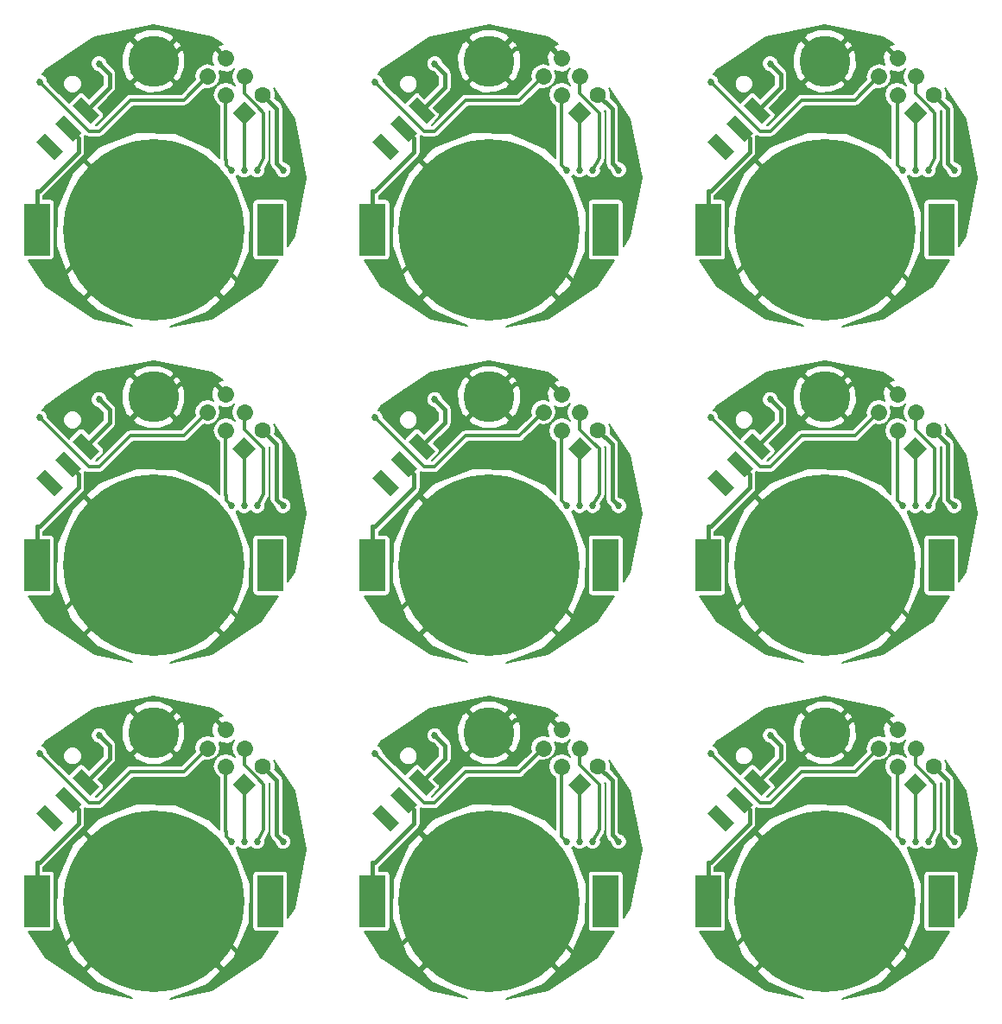
<source format=gbl>
%MOIN*%
%OFA0B0*%
%FSLAX46Y46*%
%IPPOS*%
%LPD*%
%ADD10C,0.0039370078740157488*%
%ADD11C,0.19685039370078741*%
%ADD12C,0.70000000000000007*%
%ADD13R,0.1X0.2*%
%ADD14C,0.062992125984251982*%
%ADD15C,0.062992125984251982*%
%ADD16C,0.027*%
%ADD17C,0.016*%
%ADD18C,0.012000000000000002*%
%ADD19C,0.0078740157480314977*%
%ADD30C,0.0039370078740157488*%
%ADD31C,0.19685039370078741*%
%ADD32C,0.70000000000000007*%
%ADD33R,0.1X0.2*%
%ADD34C,0.062992125984251982*%
%ADD35C,0.062992125984251982*%
%ADD36C,0.027*%
%ADD37C,0.016*%
%ADD38C,0.012000000000000002*%
%ADD39C,0.0078740157480314977*%
%ADD40C,0.0039370078740157488*%
%ADD41C,0.19685039370078741*%
%ADD42C,0.70000000000000007*%
%ADD43R,0.1X0.2*%
%ADD44C,0.062992125984251982*%
%ADD45C,0.062992125984251982*%
%ADD46C,0.027*%
%ADD47C,0.016*%
%ADD48C,0.012000000000000002*%
%ADD49C,0.0078740157480314977*%
%ADD50C,0.0039370078740157488*%
%ADD51C,0.19685039370078741*%
%ADD52C,0.70000000000000007*%
%ADD53R,0.1X0.2*%
%ADD54C,0.062992125984251982*%
%ADD55C,0.062992125984251982*%
%ADD56C,0.027*%
%ADD57C,0.016*%
%ADD58C,0.012000000000000002*%
%ADD59C,0.0078740157480314977*%
%ADD60C,0.0039370078740157488*%
%ADD61C,0.19685039370078741*%
%ADD62C,0.70000000000000007*%
%ADD63R,0.1X0.2*%
%ADD64C,0.062992125984251982*%
%ADD65C,0.062992125984251982*%
%ADD66C,0.027*%
%ADD67C,0.016*%
%ADD68C,0.012000000000000002*%
%ADD69C,0.0078740157480314977*%
%ADD70C,0.0039370078740157488*%
%ADD71C,0.19685039370078741*%
%ADD72C,0.70000000000000007*%
%ADD73R,0.1X0.2*%
%ADD74C,0.062992125984251982*%
%ADD75C,0.062992125984251982*%
%ADD76C,0.027*%
%ADD77C,0.016*%
%ADD78C,0.012000000000000002*%
%ADD79C,0.0078740157480314977*%
%ADD80C,0.0039370078740157488*%
%ADD81C,0.19685039370078741*%
%ADD82C,0.70000000000000007*%
%ADD83R,0.1X0.2*%
%ADD84C,0.062992125984251982*%
%ADD85C,0.062992125984251982*%
%ADD86C,0.027*%
%ADD87C,0.016*%
%ADD88C,0.012000000000000002*%
%ADD89C,0.0078740157480314977*%
%ADD90C,0.0039370078740157488*%
%ADD91C,0.19685039370078741*%
%ADD92C,0.70000000000000007*%
%ADD93R,0.1X0.2*%
%ADD94C,0.062992125984251982*%
%ADD95C,0.062992125984251982*%
%ADD96C,0.027*%
%ADD97C,0.016*%
%ADD98C,0.012000000000000002*%
%ADD99C,0.0078740157480314977*%
%ADD100C,0.0039370078740157488*%
%ADD101C,0.19685039370078741*%
%ADD102C,0.70000000000000007*%
%ADD103R,0.1X0.2*%
%ADD104C,0.062992125984251982*%
%ADD105C,0.062992125984251982*%
%ADD106C,0.027*%
%ADD107C,0.016*%
%ADD108C,0.012000000000000002*%
%ADD109C,0.0078740157480314977*%
G01*
D10*
D11*
X-0007591779Y0004208262D02*
X0000608220Y0001058262D03*
D12*
X0000608220Y0000408262D03*
D13*
X0001058220Y0000408262D03*
X0000158220Y0000408262D03*
D10*
G36*
X0000958220Y0000813720D02*
X0000913677Y0000858262D01*
X0000958220Y0000902804D01*
X0001002762Y0000858262D01*
X0000958220Y0000813720D01*
X0000958220Y0000813720D01*
G37*
D14*
X0001028930Y0000928972D03*
D15*
X0000887509Y0000928972D02*
X0000887509Y0000928972D01*
X0000958220Y0000999683D02*
X0000958220Y0000999683D01*
X0000816798Y0000999683D02*
X0000816798Y0000999683D01*
X0000887509Y0001070394D02*
X0000887509Y0001070394D01*
D10*
G36*
X0000226718Y0000677163D02*
X0000157121Y0000746760D01*
X0000190527Y0000780167D01*
X0000260124Y0000710569D01*
X0000226718Y0000677163D01*
X0000226718Y0000677163D01*
G37*
G36*
X0000297428Y0000747873D02*
X0000227831Y0000817471D01*
X0000261238Y0000850877D01*
X0000330835Y0000781280D01*
X0000297428Y0000747873D01*
X0000297428Y0000747873D01*
G37*
G36*
X0000365912Y0000816357D02*
X0000296315Y0000885954D01*
X0000329722Y0000919361D01*
X0000399319Y0000849764D01*
X0000365912Y0000816357D01*
X0000365912Y0000816357D01*
G37*
D16*
X0000233220Y0000208262D03*
X0000958220Y0000183262D03*
X0000398220Y0001048262D03*
X0001108220Y0000638262D03*
X0000958220Y0000638262D03*
X0000908220Y0000638262D03*
X0001008220Y0000638262D03*
X0000168220Y0000978262D03*
D17*
X0000608220Y0001058262D02*
X0000658220Y0001058262D01*
X0000658220Y0001058262D02*
X0000708220Y0001108262D01*
X0000849641Y0001108262D02*
X0000887509Y0001070394D01*
X0000708220Y0001108262D02*
X0000849641Y0001108262D01*
X0000608220Y0000408262D02*
X0000433220Y0000408262D01*
X0000433220Y0000408262D02*
X0000233220Y0000208262D01*
X0000608220Y0000408262D02*
X0000733220Y0000408262D01*
X0000733220Y0000408262D02*
X0000958220Y0000183262D01*
X0000438220Y0000958262D02*
X0000347817Y0000867859D01*
X0000438220Y0001008262D02*
X0000438220Y0000958262D01*
X0000398220Y0001048262D02*
X0000438220Y0001008262D01*
X0000347817Y0000868665D02*
X0000347817Y0000867859D01*
X0001083220Y0000683262D02*
X0001083220Y0000663262D01*
X0001083220Y0000683262D02*
X0001083220Y0000874683D01*
X0001028930Y0000928972D02*
X0001083220Y0000874683D01*
X0001083220Y0000663262D02*
X0001108220Y0000638262D01*
X0000368220Y0000850489D02*
X0000334333Y0000884375D01*
X0000332106Y0000884375D02*
X0000334333Y0000884375D01*
D18*
X0000958220Y0000638262D02*
X0000958220Y0000858262D01*
X0000888220Y0000678262D02*
X0000887509Y0000678972D01*
X0000888220Y0000658262D02*
X0000888220Y0000678262D01*
X0000908220Y0000638262D02*
X0000888220Y0000658262D01*
X0000887509Y0000678972D02*
X0000887509Y0000928972D01*
X0001008220Y0000883262D02*
X0001033220Y0000858262D01*
X0001008220Y0000883262D02*
X0000958220Y0000933262D01*
X0000958220Y0000999683D02*
X0000958220Y0000933262D01*
X0001033220Y0000683262D02*
X0001008220Y0000638262D01*
X0001033220Y0000758262D02*
X0001033220Y0000683262D01*
X0001033220Y0000858262D02*
X0001033220Y0000758262D01*
X0000725377Y0000908262D02*
X0000816798Y0000999683D01*
X0000518220Y0000908262D02*
X0000725377Y0000908262D01*
X0000398220Y0000788262D02*
X0000518220Y0000908262D01*
X0000358220Y0000788262D02*
X0000398220Y0000788262D01*
X0000168220Y0000978262D02*
X0000358220Y0000788262D01*
D17*
X0000158220Y0000558262D02*
X0000168220Y0000558262D01*
X0000158220Y0000408262D02*
X0000158220Y0000558262D01*
X0000318220Y0000760489D02*
X0000279333Y0000799375D01*
X0000318220Y0000708262D02*
X0000318220Y0000760489D01*
X0000168220Y0000558262D02*
X0000318220Y0000708262D01*
D19*
G36*
X0000919851Y0001029477D02*
X0000912071Y0001017834D01*
X0000908325Y0000999001D01*
X0000912071Y0000980169D01*
X0000922236Y0000964956D01*
X0000907024Y0000975121D01*
X0000888191Y0000978867D01*
X0000869358Y0000975121D01*
X0000853392Y0000964453D01*
X0000852029Y0000963089D01*
X0000841361Y0000947124D01*
X0000837615Y0000928291D01*
X0000841361Y0000909458D01*
X0000852029Y0000893492D01*
X0000863792Y0000885632D01*
X0000863792Y0000683407D01*
X0000827387Y0000720235D01*
X0000691317Y0000780359D01*
X0000542596Y0000783835D01*
X0000403866Y0000730133D01*
X0000389052Y0000720235D01*
X0000347179Y0000677876D01*
X0000608220Y0000416836D01*
X0000608776Y0000417393D01*
X0000617351Y0000408819D01*
X0000616794Y0000408262D01*
X0000877834Y0000147222D01*
X0000920193Y0000189095D01*
X0000980317Y0000325164D01*
X0000983792Y0000473885D01*
X0000930091Y0000612615D01*
X0000928740Y0000614638D01*
X0000933225Y0000619115D01*
X0000940514Y0000611813D01*
X0000951983Y0000607051D01*
X0000964402Y0000607040D01*
X0000975879Y0000611782D01*
X0000983225Y0000619115D01*
X0000990514Y0000611813D01*
X0001001983Y0000607051D01*
X0001014402Y0000607040D01*
X0001025879Y0000611782D01*
X0001034668Y0000620556D01*
X0001039431Y0000632025D01*
X0001039442Y0000644444D01*
X0001039162Y0000645122D01*
X0001053952Y0000671744D01*
X0001054370Y0000673047D01*
X0001055131Y0000674186D01*
X0001055774Y0000677418D01*
X0001056781Y0000680555D01*
X0001056669Y0000681919D01*
X0001056936Y0000683262D01*
X0001056936Y0000858262D01*
X0001055363Y0000866171D01*
X0001057503Y0000864031D01*
X0001057503Y0000663262D01*
X0001059461Y0000653420D01*
X0001065035Y0000645077D01*
X0001076999Y0000633114D01*
X0001076998Y0000632080D01*
X0001081740Y0000620602D01*
X0001090514Y0000611813D01*
X0001101983Y0000607051D01*
X0001114402Y0000607040D01*
X0001125879Y0000611782D01*
X0001134668Y0000620556D01*
X0001139431Y0000632025D01*
X0001139442Y0000644444D01*
X0001134699Y0000655921D01*
X0001125925Y0000664710D01*
X0001114456Y0000669473D01*
X0001113376Y0000669474D01*
X0001108936Y0000673914D01*
X0001108936Y0000874683D01*
X0001106979Y0000884524D01*
X0001101404Y0000892867D01*
X0001077253Y0000917018D01*
X0001078134Y0000919141D01*
X0001078151Y0000938719D01*
X0001072391Y0000952660D01*
X0001152007Y0000833506D01*
X0001196811Y0000608262D01*
X0001152007Y0000383018D01*
X0001126283Y0000344519D01*
X0001126283Y0000508262D01*
X0001125048Y0000514827D01*
X0001121168Y0000520857D01*
X0001115247Y0000524902D01*
X0001108220Y0000526325D01*
X0001008220Y0000526325D01*
X0001001654Y0000525090D01*
X0000995624Y0000521210D01*
X0000991579Y0000515290D01*
X0000990156Y0000508262D01*
X0000990156Y0000308262D01*
X0000991391Y0000301696D01*
X0000995272Y0000295667D01*
X0001001192Y0000291621D01*
X0001008220Y0000290198D01*
X0001089987Y0000290198D01*
X0001024417Y0000192065D01*
X0000833464Y0000064474D01*
X0000674029Y0000032761D01*
X0000812573Y0000086391D01*
X0000827387Y0000096289D01*
X0000869260Y0000138647D01*
X0000608220Y0000399687D01*
X0000347179Y0000138647D01*
X0000389052Y0000096289D01*
X0000524979Y0000036228D01*
X0000382976Y0000064474D01*
X0000192023Y0000192065D01*
X0000126452Y0000290198D01*
X0000208220Y0000290198D01*
X0000214785Y0000291434D01*
X0000220815Y0000295314D01*
X0000224860Y0000301234D01*
X0000226283Y0000308262D01*
X0000226283Y0000342638D01*
X0000232647Y0000342638D01*
X0000286349Y0000203908D01*
X0000296247Y0000189095D01*
X0000338605Y0000147222D01*
X0000599645Y0000408262D01*
X0000338605Y0000669302D01*
X0000296247Y0000627429D01*
X0000236123Y0000491359D01*
X0000232647Y0000342638D01*
X0000226283Y0000342638D01*
X0000226283Y0000508262D01*
X0000225048Y0000514827D01*
X0000221168Y0000520857D01*
X0000215247Y0000524902D01*
X0000208220Y0000526325D01*
X0000183936Y0000526325D01*
X0000183936Y0000538429D01*
X0000186404Y0000540077D01*
X0000336404Y0000690077D01*
X0000338426Y0000693103D01*
X0000341979Y0000698420D01*
X0000343936Y0000708262D01*
X0000343936Y0000760489D01*
X0000342551Y0000767451D01*
X0000343608Y0000768507D01*
X0000344331Y0000769566D01*
X0000349144Y0000766351D01*
X0000358220Y0000764545D01*
X0000398220Y0000764545D01*
X0000407296Y0000766351D01*
X0000414990Y0000771492D01*
X0000528043Y0000884545D01*
X0000725377Y0000884545D01*
X0000734453Y0000886351D01*
X0000742147Y0000891492D01*
X0000803044Y0000952389D01*
X0000816117Y0000949789D01*
X0000834949Y0000953535D01*
X0000850915Y0000964203D01*
X0000852279Y0000965566D01*
X0000862947Y0000981532D01*
X0000866693Y0001000365D01*
X0000862947Y0001019198D01*
X0000861241Y0001021750D01*
X0000872901Y0001016920D01*
X0000894477Y0001015400D01*
X0000914991Y0001022252D01*
X0000917953Y0001031376D01*
X0000919851Y0001029477D01*
X0000919851Y0001029477D01*
G37*
X0000919851Y0001029477D02*
X0000912071Y0001017834D01*
X0000908325Y0000999001D01*
X0000912071Y0000980169D01*
X0000922236Y0000964956D01*
X0000907024Y0000975121D01*
X0000888191Y0000978867D01*
X0000869358Y0000975121D01*
X0000853392Y0000964453D01*
X0000852029Y0000963089D01*
X0000841361Y0000947124D01*
X0000837615Y0000928291D01*
X0000841361Y0000909458D01*
X0000852029Y0000893492D01*
X0000863792Y0000885632D01*
X0000863792Y0000683407D01*
X0000827387Y0000720235D01*
X0000691317Y0000780359D01*
X0000542596Y0000783835D01*
X0000403866Y0000730133D01*
X0000389052Y0000720235D01*
X0000347179Y0000677876D01*
X0000608220Y0000416836D01*
X0000608776Y0000417393D01*
X0000617351Y0000408819D01*
X0000616794Y0000408262D01*
X0000877834Y0000147222D01*
X0000920193Y0000189095D01*
X0000980317Y0000325164D01*
X0000983792Y0000473885D01*
X0000930091Y0000612615D01*
X0000928740Y0000614638D01*
X0000933225Y0000619115D01*
X0000940514Y0000611813D01*
X0000951983Y0000607051D01*
X0000964402Y0000607040D01*
X0000975879Y0000611782D01*
X0000983225Y0000619115D01*
X0000990514Y0000611813D01*
X0001001983Y0000607051D01*
X0001014402Y0000607040D01*
X0001025879Y0000611782D01*
X0001034668Y0000620556D01*
X0001039431Y0000632025D01*
X0001039442Y0000644444D01*
X0001039162Y0000645122D01*
X0001053952Y0000671744D01*
X0001054370Y0000673047D01*
X0001055131Y0000674186D01*
X0001055774Y0000677418D01*
X0001056781Y0000680555D01*
X0001056669Y0000681919D01*
X0001056936Y0000683262D01*
X0001056936Y0000858262D01*
X0001055363Y0000866171D01*
X0001057503Y0000864031D01*
X0001057503Y0000663262D01*
X0001059461Y0000653420D01*
X0001065035Y0000645077D01*
X0001076999Y0000633114D01*
X0001076998Y0000632080D01*
X0001081740Y0000620602D01*
X0001090514Y0000611813D01*
X0001101983Y0000607051D01*
X0001114402Y0000607040D01*
X0001125879Y0000611782D01*
X0001134668Y0000620556D01*
X0001139431Y0000632025D01*
X0001139442Y0000644444D01*
X0001134699Y0000655921D01*
X0001125925Y0000664710D01*
X0001114456Y0000669473D01*
X0001113376Y0000669474D01*
X0001108936Y0000673914D01*
X0001108936Y0000874683D01*
X0001106979Y0000884524D01*
X0001101404Y0000892867D01*
X0001077253Y0000917018D01*
X0001078134Y0000919141D01*
X0001078151Y0000938719D01*
X0001072391Y0000952660D01*
X0001152007Y0000833506D01*
X0001196811Y0000608262D01*
X0001152007Y0000383018D01*
X0001126283Y0000344519D01*
X0001126283Y0000508262D01*
X0001125048Y0000514827D01*
X0001121168Y0000520857D01*
X0001115247Y0000524902D01*
X0001108220Y0000526325D01*
X0001008220Y0000526325D01*
X0001001654Y0000525090D01*
X0000995624Y0000521210D01*
X0000991579Y0000515290D01*
X0000990156Y0000508262D01*
X0000990156Y0000308262D01*
X0000991391Y0000301696D01*
X0000995272Y0000295667D01*
X0001001192Y0000291621D01*
X0001008220Y0000290198D01*
X0001089987Y0000290198D01*
X0001024417Y0000192065D01*
X0000833464Y0000064474D01*
X0000674029Y0000032761D01*
X0000812573Y0000086391D01*
X0000827387Y0000096289D01*
X0000869260Y0000138647D01*
X0000608220Y0000399687D01*
X0000347179Y0000138647D01*
X0000389052Y0000096289D01*
X0000524979Y0000036228D01*
X0000382976Y0000064474D01*
X0000192023Y0000192065D01*
X0000126452Y0000290198D01*
X0000208220Y0000290198D01*
X0000214785Y0000291434D01*
X0000220815Y0000295314D01*
X0000224860Y0000301234D01*
X0000226283Y0000308262D01*
X0000226283Y0000342638D01*
X0000232647Y0000342638D01*
X0000286349Y0000203908D01*
X0000296247Y0000189095D01*
X0000338605Y0000147222D01*
X0000599645Y0000408262D01*
X0000338605Y0000669302D01*
X0000296247Y0000627429D01*
X0000236123Y0000491359D01*
X0000232647Y0000342638D01*
X0000226283Y0000342638D01*
X0000226283Y0000508262D01*
X0000225048Y0000514827D01*
X0000221168Y0000520857D01*
X0000215247Y0000524902D01*
X0000208220Y0000526325D01*
X0000183936Y0000526325D01*
X0000183936Y0000538429D01*
X0000186404Y0000540077D01*
X0000336404Y0000690077D01*
X0000338426Y0000693103D01*
X0000341979Y0000698420D01*
X0000343936Y0000708262D01*
X0000343936Y0000760489D01*
X0000342551Y0000767451D01*
X0000343608Y0000768507D01*
X0000344331Y0000769566D01*
X0000349144Y0000766351D01*
X0000358220Y0000764545D01*
X0000398220Y0000764545D01*
X0000407296Y0000766351D01*
X0000414990Y0000771492D01*
X0000528043Y0000884545D01*
X0000725377Y0000884545D01*
X0000734453Y0000886351D01*
X0000742147Y0000891492D01*
X0000803044Y0000952389D01*
X0000816117Y0000949789D01*
X0000834949Y0000953535D01*
X0000850915Y0000964203D01*
X0000852279Y0000965566D01*
X0000862947Y0000981532D01*
X0000866693Y0001000365D01*
X0000862947Y0001019198D01*
X0000861241Y0001021750D01*
X0000872901Y0001016920D01*
X0000894477Y0001015400D01*
X0000914991Y0001022252D01*
X0000917953Y0001031376D01*
X0000919851Y0001029477D01*
G36*
X0000833464Y0001152049D02*
X0000875757Y0001123790D01*
X0000860027Y0001118535D01*
X0000857065Y0001109412D01*
X0000887509Y0001078968D01*
X0000888066Y0001079525D01*
X0000896640Y0001070951D01*
X0000896083Y0001070394D01*
X0000896640Y0001069837D01*
X0000888066Y0001061263D01*
X0000887509Y0001061819D01*
X0000886952Y0001061263D01*
X0000878378Y0001069837D01*
X0000878935Y0001070394D01*
X0000848491Y0001100837D01*
X0000839368Y0001097876D01*
X0000832515Y0001077361D01*
X0000834035Y0001055786D01*
X0000838865Y0001044126D01*
X0000836313Y0001045831D01*
X0000817480Y0001049577D01*
X0000798647Y0001045831D01*
X0000782681Y0001035163D01*
X0000781318Y0001033800D01*
X0000770650Y0001017834D01*
X0000766904Y0000999001D01*
X0000769504Y0000985929D01*
X0000715553Y0000931978D01*
X0000518220Y0000931978D01*
X0000509144Y0000930173D01*
X0000501450Y0000925032D01*
X0000388396Y0000811978D01*
X0000387079Y0000811978D01*
X0000412092Y0000836991D01*
X0000415860Y0000842507D01*
X0000417381Y0000849514D01*
X0000416055Y0000856561D01*
X0000412092Y0000862537D01*
X0000395477Y0000879151D01*
X0000456404Y0000940077D01*
X0000461979Y0000948420D01*
X0000463936Y0000958262D01*
X0000463936Y0000970097D01*
X0000528630Y0000970097D01*
X0000539880Y0000953885D01*
X0000585025Y0000935677D01*
X0000633702Y0000936132D01*
X0000676560Y0000953885D01*
X0000687810Y0000970097D01*
X0000608220Y0001049687D01*
X0000528630Y0000970097D01*
X0000463936Y0000970097D01*
X0000463936Y0001008262D01*
X0000461979Y0001018103D01*
X0000456404Y0001026446D01*
X0000429441Y0001053409D01*
X0000429442Y0001054444D01*
X0000424699Y0001065921D01*
X0000415925Y0001074710D01*
X0000404456Y0001079473D01*
X0000392038Y0001079484D01*
X0000380560Y0001074741D01*
X0000371771Y0001065968D01*
X0000367009Y0001054498D01*
X0000366998Y0001042080D01*
X0000371740Y0001030602D01*
X0000380514Y0001021813D01*
X0000391983Y0001017051D01*
X0000393063Y0001017050D01*
X0000412503Y0000997610D01*
X0000412503Y0000968914D01*
X0000359109Y0000915519D01*
X0000342494Y0000932134D01*
X0000336979Y0000935903D01*
X0000329971Y0000937423D01*
X0000322924Y0000936097D01*
X0000316949Y0000932134D01*
X0000283542Y0000898727D01*
X0000282630Y0000897392D01*
X0000217568Y0000962454D01*
X0000260876Y0000962454D01*
X0000266259Y0000949426D01*
X0000276217Y0000939450D01*
X0000289236Y0000934044D01*
X0000303332Y0000934032D01*
X0000316360Y0000939415D01*
X0000326336Y0000949373D01*
X0000331742Y0000962392D01*
X0000331754Y0000976488D01*
X0000326371Y0000989516D01*
X0000316412Y0000999492D01*
X0000303394Y0001004898D01*
X0000289298Y0001004910D01*
X0000276270Y0000999527D01*
X0000266294Y0000989568D01*
X0000260888Y0000976550D01*
X0000260876Y0000962454D01*
X0000217568Y0000962454D01*
X0000199438Y0000980583D01*
X0000199442Y0000984444D01*
X0000194699Y0000995921D01*
X0000185925Y0001004710D01*
X0000180369Y0001007018D01*
X0000192023Y0001024459D01*
X0000277326Y0001081456D01*
X0000485635Y0001081456D01*
X0000486090Y0001032780D01*
X0000503843Y0000989922D01*
X0000520055Y0000978672D01*
X0000599645Y0001058262D01*
X0000616794Y0001058262D01*
X0000696384Y0000978672D01*
X0000712597Y0000989922D01*
X0000730804Y0001035067D01*
X0000730349Y0001083744D01*
X0000712597Y0001126602D01*
X0000696384Y0001137852D01*
X0000616794Y0001058262D01*
X0000599645Y0001058262D01*
X0000520055Y0001137852D01*
X0000503843Y0001126602D01*
X0000485635Y0001081456D01*
X0000277326Y0001081456D01*
X0000374560Y0001146426D01*
X0000528630Y0001146426D01*
X0000608220Y0001066836D01*
X0000687810Y0001146426D01*
X0000676560Y0001162639D01*
X0000631414Y0001180846D01*
X0000582738Y0001180391D01*
X0000539880Y0001162639D01*
X0000528630Y0001146426D01*
X0000374560Y0001146426D01*
X0000382976Y0001152049D01*
X0000608220Y0001196853D01*
X0000833464Y0001152049D01*
X0000833464Y0001152049D01*
G37*
X0000833464Y0001152049D02*
X0000875757Y0001123790D01*
X0000860027Y0001118535D01*
X0000857065Y0001109412D01*
X0000887509Y0001078968D01*
X0000888066Y0001079525D01*
X0000896640Y0001070951D01*
X0000896083Y0001070394D01*
X0000896640Y0001069837D01*
X0000888066Y0001061263D01*
X0000887509Y0001061819D01*
X0000886952Y0001061263D01*
X0000878378Y0001069837D01*
X0000878935Y0001070394D01*
X0000848491Y0001100837D01*
X0000839368Y0001097876D01*
X0000832515Y0001077361D01*
X0000834035Y0001055786D01*
X0000838865Y0001044126D01*
X0000836313Y0001045831D01*
X0000817480Y0001049577D01*
X0000798647Y0001045831D01*
X0000782681Y0001035163D01*
X0000781318Y0001033800D01*
X0000770650Y0001017834D01*
X0000766904Y0000999001D01*
X0000769504Y0000985929D01*
X0000715553Y0000931978D01*
X0000518220Y0000931978D01*
X0000509144Y0000930173D01*
X0000501450Y0000925032D01*
X0000388396Y0000811978D01*
X0000387079Y0000811978D01*
X0000412092Y0000836991D01*
X0000415860Y0000842507D01*
X0000417381Y0000849514D01*
X0000416055Y0000856561D01*
X0000412092Y0000862537D01*
X0000395477Y0000879151D01*
X0000456404Y0000940077D01*
X0000461979Y0000948420D01*
X0000463936Y0000958262D01*
X0000463936Y0000970097D01*
X0000528630Y0000970097D01*
X0000539880Y0000953885D01*
X0000585025Y0000935677D01*
X0000633702Y0000936132D01*
X0000676560Y0000953885D01*
X0000687810Y0000970097D01*
X0000608220Y0001049687D01*
X0000528630Y0000970097D01*
X0000463936Y0000970097D01*
X0000463936Y0001008262D01*
X0000461979Y0001018103D01*
X0000456404Y0001026446D01*
X0000429441Y0001053409D01*
X0000429442Y0001054444D01*
X0000424699Y0001065921D01*
X0000415925Y0001074710D01*
X0000404456Y0001079473D01*
X0000392038Y0001079484D01*
X0000380560Y0001074741D01*
X0000371771Y0001065968D01*
X0000367009Y0001054498D01*
X0000366998Y0001042080D01*
X0000371740Y0001030602D01*
X0000380514Y0001021813D01*
X0000391983Y0001017051D01*
X0000393063Y0001017050D01*
X0000412503Y0000997610D01*
X0000412503Y0000968914D01*
X0000359109Y0000915519D01*
X0000342494Y0000932134D01*
X0000336979Y0000935903D01*
X0000329971Y0000937423D01*
X0000322924Y0000936097D01*
X0000316949Y0000932134D01*
X0000283542Y0000898727D01*
X0000282630Y0000897392D01*
X0000217568Y0000962454D01*
X0000260876Y0000962454D01*
X0000266259Y0000949426D01*
X0000276217Y0000939450D01*
X0000289236Y0000934044D01*
X0000303332Y0000934032D01*
X0000316360Y0000939415D01*
X0000326336Y0000949373D01*
X0000331742Y0000962392D01*
X0000331754Y0000976488D01*
X0000326371Y0000989516D01*
X0000316412Y0000999492D01*
X0000303394Y0001004898D01*
X0000289298Y0001004910D01*
X0000276270Y0000999527D01*
X0000266294Y0000989568D01*
X0000260888Y0000976550D01*
X0000260876Y0000962454D01*
X0000217568Y0000962454D01*
X0000199438Y0000980583D01*
X0000199442Y0000984444D01*
X0000194699Y0000995921D01*
X0000185925Y0001004710D01*
X0000180369Y0001007018D01*
X0000192023Y0001024459D01*
X0000277326Y0001081456D01*
X0000485635Y0001081456D01*
X0000486090Y0001032780D01*
X0000503843Y0000989922D01*
X0000520055Y0000978672D01*
X0000599645Y0001058262D01*
X0000616794Y0001058262D01*
X0000696384Y0000978672D01*
X0000712597Y0000989922D01*
X0000730804Y0001035067D01*
X0000730349Y0001083744D01*
X0000712597Y0001126602D01*
X0000696384Y0001137852D01*
X0000616794Y0001058262D01*
X0000599645Y0001058262D01*
X0000520055Y0001137852D01*
X0000503843Y0001126602D01*
X0000485635Y0001081456D01*
X0000277326Y0001081456D01*
X0000374560Y0001146426D01*
X0000528630Y0001146426D01*
X0000608220Y0001066836D01*
X0000687810Y0001146426D01*
X0000676560Y0001162639D01*
X0000631414Y0001180846D01*
X0000582738Y0001180391D01*
X0000539880Y0001162639D01*
X0000528630Y0001146426D01*
X0000374560Y0001146426D01*
X0000382976Y0001152049D01*
X0000608220Y0001196853D01*
X0000833464Y0001152049D01*
G04 next file*
G04 #@! TF.FileFunction,Copper,L2,Bot,Signal*
G04 Gerber Fmt 4.6, Leading zero omitted, Abs format (unit mm)*
G04 Created by KiCad (PCBNEW 4.0.7) date 09/06/18 11:32:53*
G01*
G04 APERTURE LIST*
G04 APERTURE END LIST*
D30*
D31*
X-0007591779Y0005503526D02*
X0000608220Y0002353526D03*
D32*
X0000608220Y0001703526D03*
D33*
X0001058220Y0001703526D03*
X0000158220Y0001703526D03*
D30*
G36*
X0000958220Y0002108984D02*
X0000913677Y0002153526D01*
X0000958220Y0002198068D01*
X0001002762Y0002153526D01*
X0000958220Y0002108984D01*
X0000958220Y0002108984D01*
G37*
D34*
X0001028930Y0002224237D03*
D35*
X0000887509Y0002224237D02*
X0000887509Y0002224237D01*
X0000958220Y0002294948D02*
X0000958220Y0002294948D01*
X0000816798Y0002294948D02*
X0000816798Y0002294948D01*
X0000887509Y0002365658D02*
X0000887509Y0002365658D01*
D30*
G36*
X0000226718Y0001972427D02*
X0000157121Y0002042024D01*
X0000190527Y0002075431D01*
X0000260124Y0002005834D01*
X0000226718Y0001972427D01*
X0000226718Y0001972427D01*
G37*
G36*
X0000297428Y0002043138D02*
X0000227831Y0002112735D01*
X0000261238Y0002146142D01*
X0000330835Y0002076545D01*
X0000297428Y0002043138D01*
X0000297428Y0002043138D01*
G37*
G36*
X0000365912Y0002111622D02*
X0000296315Y0002181219D01*
X0000329722Y0002214625D01*
X0000399319Y0002145028D01*
X0000365912Y0002111622D01*
X0000365912Y0002111622D01*
G37*
D36*
X0000233220Y0001503526D03*
X0000958220Y0001478526D03*
X0000398220Y0002343526D03*
X0001108220Y0001933526D03*
X0000958220Y0001933526D03*
X0000908220Y0001933526D03*
X0001008220Y0001933526D03*
X0000168220Y0002273526D03*
D37*
X0000608220Y0002353526D02*
X0000658220Y0002353526D01*
X0000658220Y0002353526D02*
X0000708220Y0002403526D01*
X0000849641Y0002403526D02*
X0000887509Y0002365658D01*
X0000708220Y0002403526D02*
X0000849641Y0002403526D01*
X0000608220Y0001703526D02*
X0000433220Y0001703526D01*
X0000433220Y0001703526D02*
X0000233220Y0001503526D01*
X0000608220Y0001703526D02*
X0000733220Y0001703526D01*
X0000733220Y0001703526D02*
X0000958220Y0001478526D01*
X0000438220Y0002253526D02*
X0000347817Y0002163123D01*
X0000438220Y0002303526D02*
X0000438220Y0002253526D01*
X0000398220Y0002343526D02*
X0000438220Y0002303526D01*
X0000347817Y0002163929D02*
X0000347817Y0002163123D01*
X0001083220Y0001978526D02*
X0001083220Y0001958526D01*
X0001083220Y0001978526D02*
X0001083220Y0002169948D01*
X0001028930Y0002224237D02*
X0001083220Y0002169948D01*
X0001083220Y0001958526D02*
X0001108220Y0001933526D01*
X0000368220Y0002145753D02*
X0000334333Y0002179640D01*
X0000332106Y0002179640D02*
X0000334333Y0002179640D01*
D38*
X0000958220Y0001933526D02*
X0000958220Y0002153526D01*
X0000888220Y0001973526D02*
X0000887509Y0001974237D01*
X0000888220Y0001953526D02*
X0000888220Y0001973526D01*
X0000908220Y0001933526D02*
X0000888220Y0001953526D01*
X0000887509Y0001974237D02*
X0000887509Y0002224237D01*
X0001008220Y0002178526D02*
X0001033220Y0002153526D01*
X0001008220Y0002178526D02*
X0000958220Y0002228526D01*
X0000958220Y0002294948D02*
X0000958220Y0002228526D01*
X0001033220Y0001978526D02*
X0001008220Y0001933526D01*
X0001033220Y0002053526D02*
X0001033220Y0001978526D01*
X0001033220Y0002153526D02*
X0001033220Y0002053526D01*
X0000725377Y0002203526D02*
X0000816798Y0002294948D01*
X0000518220Y0002203526D02*
X0000725377Y0002203526D01*
X0000398220Y0002083526D02*
X0000518220Y0002203526D01*
X0000358220Y0002083526D02*
X0000398220Y0002083526D01*
X0000168220Y0002273526D02*
X0000358220Y0002083526D01*
D37*
X0000158220Y0001853526D02*
X0000168220Y0001853526D01*
X0000158220Y0001703526D02*
X0000158220Y0001853526D01*
X0000318220Y0002055753D02*
X0000279333Y0002094640D01*
X0000318220Y0002003526D02*
X0000318220Y0002055753D01*
X0000168220Y0001853526D02*
X0000318220Y0002003526D01*
D39*
G36*
X0000919851Y0002324742D02*
X0000912071Y0002313099D01*
X0000908325Y0002294266D01*
X0000912071Y0002275433D01*
X0000922236Y0002260220D01*
X0000907024Y0002270385D01*
X0000888191Y0002274131D01*
X0000869358Y0002270385D01*
X0000853392Y0002259717D01*
X0000852029Y0002258354D01*
X0000841361Y0002242388D01*
X0000837615Y0002223555D01*
X0000841361Y0002204722D01*
X0000852029Y0002188757D01*
X0000863792Y0002180896D01*
X0000863792Y0001978672D01*
X0000827387Y0002015499D01*
X0000691317Y0002075623D01*
X0000542596Y0002079099D01*
X0000403866Y0002025397D01*
X0000389052Y0002015499D01*
X0000347179Y0001973141D01*
X0000608220Y0001712101D01*
X0000608776Y0001712657D01*
X0000617351Y0001704083D01*
X0000616794Y0001703526D01*
X0000877834Y0001442486D01*
X0000920193Y0001484359D01*
X0000980317Y0001620429D01*
X0000983792Y0001769150D01*
X0000930091Y0001907880D01*
X0000928740Y0001909902D01*
X0000933225Y0001914379D01*
X0000940514Y0001907078D01*
X0000951983Y0001902315D01*
X0000964402Y0001902304D01*
X0000975879Y0001907047D01*
X0000983225Y0001914379D01*
X0000990514Y0001907078D01*
X0001001983Y0001902315D01*
X0001014402Y0001902304D01*
X0001025879Y0001907047D01*
X0001034668Y0001915820D01*
X0001039431Y0001927290D01*
X0001039442Y0001939708D01*
X0001039162Y0001940386D01*
X0001053952Y0001967009D01*
X0001054370Y0001968312D01*
X0001055131Y0001969450D01*
X0001055774Y0001972682D01*
X0001056781Y0001975819D01*
X0001056669Y0001977184D01*
X0001056936Y0001978526D01*
X0001056936Y0002153526D01*
X0001055363Y0002161436D01*
X0001057503Y0002159296D01*
X0001057503Y0001958526D01*
X0001059461Y0001948685D01*
X0001065035Y0001940342D01*
X0001076999Y0001928379D01*
X0001076998Y0001927344D01*
X0001081740Y0001915867D01*
X0001090514Y0001907078D01*
X0001101983Y0001902315D01*
X0001114402Y0001902304D01*
X0001125879Y0001907047D01*
X0001134668Y0001915820D01*
X0001139431Y0001927290D01*
X0001139442Y0001939708D01*
X0001134699Y0001951186D01*
X0001125925Y0001959975D01*
X0001114456Y0001964737D01*
X0001113376Y0001964738D01*
X0001108936Y0001969178D01*
X0001108936Y0002169948D01*
X0001106979Y0002179789D01*
X0001101404Y0002188132D01*
X0001077253Y0002212283D01*
X0001078134Y0002214405D01*
X0001078151Y0002233983D01*
X0001072391Y0002247924D01*
X0001152007Y0002128770D01*
X0001196811Y0001903526D01*
X0001152007Y0001678282D01*
X0001126283Y0001639784D01*
X0001126283Y0001803526D01*
X0001125048Y0001810092D01*
X0001121168Y0001816122D01*
X0001115247Y0001820167D01*
X0001108220Y0001821590D01*
X0001008220Y0001821590D01*
X0001001654Y0001820355D01*
X0000995624Y0001816474D01*
X0000991579Y0001810554D01*
X0000990156Y0001803526D01*
X0000990156Y0001603526D01*
X0000991391Y0001596961D01*
X0000995272Y0001590931D01*
X0001001192Y0001586886D01*
X0001008220Y0001585463D01*
X0001089987Y0001585463D01*
X0001024417Y0001487329D01*
X0000833464Y0001359739D01*
X0000674029Y0001328025D01*
X0000812573Y0001381655D01*
X0000827387Y0001391553D01*
X0000869260Y0001433912D01*
X0000608220Y0001694952D01*
X0000347179Y0001433912D01*
X0000389052Y0001391553D01*
X0000524979Y0001331493D01*
X0000382976Y0001359739D01*
X0000192023Y0001487329D01*
X0000126452Y0001585463D01*
X0000208220Y0001585463D01*
X0000214785Y0001586698D01*
X0000220815Y0001590578D01*
X0000224860Y0001596499D01*
X0000226283Y0001603526D01*
X0000226283Y0001637903D01*
X0000232647Y0001637903D01*
X0000286349Y0001499173D01*
X0000296247Y0001484359D01*
X0000338605Y0001442486D01*
X0000599645Y0001703526D01*
X0000338605Y0001964567D01*
X0000296247Y0001922694D01*
X0000236123Y0001786624D01*
X0000232647Y0001637903D01*
X0000226283Y0001637903D01*
X0000226283Y0001803526D01*
X0000225048Y0001810092D01*
X0000221168Y0001816122D01*
X0000215247Y0001820167D01*
X0000208220Y0001821590D01*
X0000183936Y0001821590D01*
X0000183936Y0001833693D01*
X0000186404Y0001835342D01*
X0000336404Y0001985342D01*
X0000338426Y0001988368D01*
X0000341979Y0001993685D01*
X0000343936Y0002003526D01*
X0000343936Y0002055753D01*
X0000342551Y0002062715D01*
X0000343608Y0002063772D01*
X0000344331Y0002064831D01*
X0000349144Y0002061615D01*
X0000358220Y0002059810D01*
X0000398220Y0002059810D01*
X0000407296Y0002061615D01*
X0000414990Y0002066756D01*
X0000528043Y0002179810D01*
X0000725377Y0002179810D01*
X0000734453Y0002181615D01*
X0000742147Y0002186756D01*
X0000803044Y0002247654D01*
X0000816117Y0002245053D01*
X0000834949Y0002248799D01*
X0000850915Y0002259467D01*
X0000852279Y0002260831D01*
X0000862947Y0002276797D01*
X0000866693Y0002295629D01*
X0000862947Y0002314462D01*
X0000861241Y0002317014D01*
X0000872901Y0002312184D01*
X0000894477Y0002310664D01*
X0000914991Y0002317517D01*
X0000917953Y0002326640D01*
X0000919851Y0002324742D01*
X0000919851Y0002324742D01*
G37*
X0000919851Y0002324742D02*
X0000912071Y0002313099D01*
X0000908325Y0002294266D01*
X0000912071Y0002275433D01*
X0000922236Y0002260220D01*
X0000907024Y0002270385D01*
X0000888191Y0002274131D01*
X0000869358Y0002270385D01*
X0000853392Y0002259717D01*
X0000852029Y0002258354D01*
X0000841361Y0002242388D01*
X0000837615Y0002223555D01*
X0000841361Y0002204722D01*
X0000852029Y0002188757D01*
X0000863792Y0002180896D01*
X0000863792Y0001978672D01*
X0000827387Y0002015499D01*
X0000691317Y0002075623D01*
X0000542596Y0002079099D01*
X0000403866Y0002025397D01*
X0000389052Y0002015499D01*
X0000347179Y0001973141D01*
X0000608220Y0001712101D01*
X0000608776Y0001712657D01*
X0000617351Y0001704083D01*
X0000616794Y0001703526D01*
X0000877834Y0001442486D01*
X0000920193Y0001484359D01*
X0000980317Y0001620429D01*
X0000983792Y0001769150D01*
X0000930091Y0001907880D01*
X0000928740Y0001909902D01*
X0000933225Y0001914379D01*
X0000940514Y0001907078D01*
X0000951983Y0001902315D01*
X0000964402Y0001902304D01*
X0000975879Y0001907047D01*
X0000983225Y0001914379D01*
X0000990514Y0001907078D01*
X0001001983Y0001902315D01*
X0001014402Y0001902304D01*
X0001025879Y0001907047D01*
X0001034668Y0001915820D01*
X0001039431Y0001927290D01*
X0001039442Y0001939708D01*
X0001039162Y0001940386D01*
X0001053952Y0001967009D01*
X0001054370Y0001968312D01*
X0001055131Y0001969450D01*
X0001055774Y0001972682D01*
X0001056781Y0001975819D01*
X0001056669Y0001977184D01*
X0001056936Y0001978526D01*
X0001056936Y0002153526D01*
X0001055363Y0002161436D01*
X0001057503Y0002159296D01*
X0001057503Y0001958526D01*
X0001059461Y0001948685D01*
X0001065035Y0001940342D01*
X0001076999Y0001928379D01*
X0001076998Y0001927344D01*
X0001081740Y0001915867D01*
X0001090514Y0001907078D01*
X0001101983Y0001902315D01*
X0001114402Y0001902304D01*
X0001125879Y0001907047D01*
X0001134668Y0001915820D01*
X0001139431Y0001927290D01*
X0001139442Y0001939708D01*
X0001134699Y0001951186D01*
X0001125925Y0001959975D01*
X0001114456Y0001964737D01*
X0001113376Y0001964738D01*
X0001108936Y0001969178D01*
X0001108936Y0002169948D01*
X0001106979Y0002179789D01*
X0001101404Y0002188132D01*
X0001077253Y0002212283D01*
X0001078134Y0002214405D01*
X0001078151Y0002233983D01*
X0001072391Y0002247924D01*
X0001152007Y0002128770D01*
X0001196811Y0001903526D01*
X0001152007Y0001678282D01*
X0001126283Y0001639784D01*
X0001126283Y0001803526D01*
X0001125048Y0001810092D01*
X0001121168Y0001816122D01*
X0001115247Y0001820167D01*
X0001108220Y0001821590D01*
X0001008220Y0001821590D01*
X0001001654Y0001820355D01*
X0000995624Y0001816474D01*
X0000991579Y0001810554D01*
X0000990156Y0001803526D01*
X0000990156Y0001603526D01*
X0000991391Y0001596961D01*
X0000995272Y0001590931D01*
X0001001192Y0001586886D01*
X0001008220Y0001585463D01*
X0001089987Y0001585463D01*
X0001024417Y0001487329D01*
X0000833464Y0001359739D01*
X0000674029Y0001328025D01*
X0000812573Y0001381655D01*
X0000827387Y0001391553D01*
X0000869260Y0001433912D01*
X0000608220Y0001694952D01*
X0000347179Y0001433912D01*
X0000389052Y0001391553D01*
X0000524979Y0001331493D01*
X0000382976Y0001359739D01*
X0000192023Y0001487329D01*
X0000126452Y0001585463D01*
X0000208220Y0001585463D01*
X0000214785Y0001586698D01*
X0000220815Y0001590578D01*
X0000224860Y0001596499D01*
X0000226283Y0001603526D01*
X0000226283Y0001637903D01*
X0000232647Y0001637903D01*
X0000286349Y0001499173D01*
X0000296247Y0001484359D01*
X0000338605Y0001442486D01*
X0000599645Y0001703526D01*
X0000338605Y0001964567D01*
X0000296247Y0001922694D01*
X0000236123Y0001786624D01*
X0000232647Y0001637903D01*
X0000226283Y0001637903D01*
X0000226283Y0001803526D01*
X0000225048Y0001810092D01*
X0000221168Y0001816122D01*
X0000215247Y0001820167D01*
X0000208220Y0001821590D01*
X0000183936Y0001821590D01*
X0000183936Y0001833693D01*
X0000186404Y0001835342D01*
X0000336404Y0001985342D01*
X0000338426Y0001988368D01*
X0000341979Y0001993685D01*
X0000343936Y0002003526D01*
X0000343936Y0002055753D01*
X0000342551Y0002062715D01*
X0000343608Y0002063772D01*
X0000344331Y0002064831D01*
X0000349144Y0002061615D01*
X0000358220Y0002059810D01*
X0000398220Y0002059810D01*
X0000407296Y0002061615D01*
X0000414990Y0002066756D01*
X0000528043Y0002179810D01*
X0000725377Y0002179810D01*
X0000734453Y0002181615D01*
X0000742147Y0002186756D01*
X0000803044Y0002247654D01*
X0000816117Y0002245053D01*
X0000834949Y0002248799D01*
X0000850915Y0002259467D01*
X0000852279Y0002260831D01*
X0000862947Y0002276797D01*
X0000866693Y0002295629D01*
X0000862947Y0002314462D01*
X0000861241Y0002317014D01*
X0000872901Y0002312184D01*
X0000894477Y0002310664D01*
X0000914991Y0002317517D01*
X0000917953Y0002326640D01*
X0000919851Y0002324742D01*
G36*
X0000833464Y0002447314D02*
X0000875757Y0002419054D01*
X0000860027Y0002413800D01*
X0000857065Y0002404676D01*
X0000887509Y0002374233D01*
X0000888066Y0002374790D01*
X0000896640Y0002366215D01*
X0000896083Y0002365658D01*
X0000896640Y0002365102D01*
X0000888066Y0002356527D01*
X0000887509Y0002357084D01*
X0000886952Y0002356527D01*
X0000878378Y0002365102D01*
X0000878935Y0002365658D01*
X0000848491Y0002396102D01*
X0000839368Y0002393141D01*
X0000832515Y0002372626D01*
X0000834035Y0002351050D01*
X0000838865Y0002339391D01*
X0000836313Y0002341096D01*
X0000817480Y0002344842D01*
X0000798647Y0002341096D01*
X0000782681Y0002330428D01*
X0000781318Y0002329064D01*
X0000770650Y0002313099D01*
X0000766904Y0002294266D01*
X0000769504Y0002281194D01*
X0000715553Y0002227243D01*
X0000518220Y0002227243D01*
X0000509144Y0002225438D01*
X0000501450Y0002220296D01*
X0000388396Y0002107243D01*
X0000387079Y0002107243D01*
X0000412092Y0002132255D01*
X0000415860Y0002137771D01*
X0000417381Y0002144779D01*
X0000416055Y0002151825D01*
X0000412092Y0002157801D01*
X0000395477Y0002174415D01*
X0000456404Y0002235342D01*
X0000461979Y0002243685D01*
X0000463936Y0002253526D01*
X0000463936Y0002265362D01*
X0000528630Y0002265362D01*
X0000539880Y0002249149D01*
X0000585025Y0002230942D01*
X0000633702Y0002231397D01*
X0000676560Y0002249149D01*
X0000687810Y0002265362D01*
X0000608220Y0002344952D01*
X0000528630Y0002265362D01*
X0000463936Y0002265362D01*
X0000463936Y0002303526D01*
X0000461979Y0002313368D01*
X0000456404Y0002321711D01*
X0000429441Y0002348674D01*
X0000429442Y0002349708D01*
X0000424699Y0002361186D01*
X0000415925Y0002369975D01*
X0000404456Y0002374737D01*
X0000392038Y0002374748D01*
X0000380560Y0002370006D01*
X0000371771Y0002361232D01*
X0000367009Y0002349763D01*
X0000366998Y0002337344D01*
X0000371740Y0002325867D01*
X0000380514Y0002317078D01*
X0000391983Y0002312315D01*
X0000393063Y0002312314D01*
X0000412503Y0002292874D01*
X0000412503Y0002264178D01*
X0000359109Y0002210784D01*
X0000342494Y0002227398D01*
X0000336979Y0002231167D01*
X0000329971Y0002232687D01*
X0000322924Y0002231361D01*
X0000316949Y0002227398D01*
X0000283542Y0002193992D01*
X0000282630Y0002192656D01*
X0000217568Y0002257718D01*
X0000260876Y0002257718D01*
X0000266259Y0002244690D01*
X0000276217Y0002234714D01*
X0000289236Y0002229308D01*
X0000303332Y0002229296D01*
X0000316360Y0002234679D01*
X0000326336Y0002244638D01*
X0000331742Y0002257656D01*
X0000331754Y0002271752D01*
X0000326371Y0002284780D01*
X0000316412Y0002294756D01*
X0000303394Y0002300162D01*
X0000289298Y0002300174D01*
X0000276270Y0002294791D01*
X0000266294Y0002284833D01*
X0000260888Y0002271814D01*
X0000260876Y0002257718D01*
X0000217568Y0002257718D01*
X0000199438Y0002275848D01*
X0000199442Y0002279708D01*
X0000194699Y0002291186D01*
X0000185925Y0002299975D01*
X0000180369Y0002302282D01*
X0000192023Y0002319723D01*
X0000277326Y0002376721D01*
X0000485635Y0002376721D01*
X0000486090Y0002328044D01*
X0000503843Y0002285186D01*
X0000520055Y0002273936D01*
X0000599645Y0002353526D01*
X0000616794Y0002353526D01*
X0000696384Y0002273936D01*
X0000712597Y0002285186D01*
X0000730804Y0002330332D01*
X0000730349Y0002379008D01*
X0000712597Y0002421866D01*
X0000696384Y0002433116D01*
X0000616794Y0002353526D01*
X0000599645Y0002353526D01*
X0000520055Y0002433116D01*
X0000503843Y0002421866D01*
X0000485635Y0002376721D01*
X0000277326Y0002376721D01*
X0000374560Y0002441691D01*
X0000528630Y0002441691D01*
X0000608220Y0002362101D01*
X0000687810Y0002441691D01*
X0000676560Y0002457903D01*
X0000631414Y0002476111D01*
X0000582738Y0002475656D01*
X0000539880Y0002457903D01*
X0000528630Y0002441691D01*
X0000374560Y0002441691D01*
X0000382976Y0002447314D01*
X0000608220Y0002492118D01*
X0000833464Y0002447314D01*
X0000833464Y0002447314D01*
G37*
X0000833464Y0002447314D02*
X0000875757Y0002419054D01*
X0000860027Y0002413800D01*
X0000857065Y0002404676D01*
X0000887509Y0002374233D01*
X0000888066Y0002374790D01*
X0000896640Y0002366215D01*
X0000896083Y0002365658D01*
X0000896640Y0002365102D01*
X0000888066Y0002356527D01*
X0000887509Y0002357084D01*
X0000886952Y0002356527D01*
X0000878378Y0002365102D01*
X0000878935Y0002365658D01*
X0000848491Y0002396102D01*
X0000839368Y0002393141D01*
X0000832515Y0002372626D01*
X0000834035Y0002351050D01*
X0000838865Y0002339391D01*
X0000836313Y0002341096D01*
X0000817480Y0002344842D01*
X0000798647Y0002341096D01*
X0000782681Y0002330428D01*
X0000781318Y0002329064D01*
X0000770650Y0002313099D01*
X0000766904Y0002294266D01*
X0000769504Y0002281194D01*
X0000715553Y0002227243D01*
X0000518220Y0002227243D01*
X0000509144Y0002225438D01*
X0000501450Y0002220296D01*
X0000388396Y0002107243D01*
X0000387079Y0002107243D01*
X0000412092Y0002132255D01*
X0000415860Y0002137771D01*
X0000417381Y0002144779D01*
X0000416055Y0002151825D01*
X0000412092Y0002157801D01*
X0000395477Y0002174415D01*
X0000456404Y0002235342D01*
X0000461979Y0002243685D01*
X0000463936Y0002253526D01*
X0000463936Y0002265362D01*
X0000528630Y0002265362D01*
X0000539880Y0002249149D01*
X0000585025Y0002230942D01*
X0000633702Y0002231397D01*
X0000676560Y0002249149D01*
X0000687810Y0002265362D01*
X0000608220Y0002344952D01*
X0000528630Y0002265362D01*
X0000463936Y0002265362D01*
X0000463936Y0002303526D01*
X0000461979Y0002313368D01*
X0000456404Y0002321711D01*
X0000429441Y0002348674D01*
X0000429442Y0002349708D01*
X0000424699Y0002361186D01*
X0000415925Y0002369975D01*
X0000404456Y0002374737D01*
X0000392038Y0002374748D01*
X0000380560Y0002370006D01*
X0000371771Y0002361232D01*
X0000367009Y0002349763D01*
X0000366998Y0002337344D01*
X0000371740Y0002325867D01*
X0000380514Y0002317078D01*
X0000391983Y0002312315D01*
X0000393063Y0002312314D01*
X0000412503Y0002292874D01*
X0000412503Y0002264178D01*
X0000359109Y0002210784D01*
X0000342494Y0002227398D01*
X0000336979Y0002231167D01*
X0000329971Y0002232687D01*
X0000322924Y0002231361D01*
X0000316949Y0002227398D01*
X0000283542Y0002193992D01*
X0000282630Y0002192656D01*
X0000217568Y0002257718D01*
X0000260876Y0002257718D01*
X0000266259Y0002244690D01*
X0000276217Y0002234714D01*
X0000289236Y0002229308D01*
X0000303332Y0002229296D01*
X0000316360Y0002234679D01*
X0000326336Y0002244638D01*
X0000331742Y0002257656D01*
X0000331754Y0002271752D01*
X0000326371Y0002284780D01*
X0000316412Y0002294756D01*
X0000303394Y0002300162D01*
X0000289298Y0002300174D01*
X0000276270Y0002294791D01*
X0000266294Y0002284833D01*
X0000260888Y0002271814D01*
X0000260876Y0002257718D01*
X0000217568Y0002257718D01*
X0000199438Y0002275848D01*
X0000199442Y0002279708D01*
X0000194699Y0002291186D01*
X0000185925Y0002299975D01*
X0000180369Y0002302282D01*
X0000192023Y0002319723D01*
X0000277326Y0002376721D01*
X0000485635Y0002376721D01*
X0000486090Y0002328044D01*
X0000503843Y0002285186D01*
X0000520055Y0002273936D01*
X0000599645Y0002353526D01*
X0000616794Y0002353526D01*
X0000696384Y0002273936D01*
X0000712597Y0002285186D01*
X0000730804Y0002330332D01*
X0000730349Y0002379008D01*
X0000712597Y0002421866D01*
X0000696384Y0002433116D01*
X0000616794Y0002353526D01*
X0000599645Y0002353526D01*
X0000520055Y0002433116D01*
X0000503843Y0002421866D01*
X0000485635Y0002376721D01*
X0000277326Y0002376721D01*
X0000374560Y0002441691D01*
X0000528630Y0002441691D01*
X0000608220Y0002362101D01*
X0000687810Y0002441691D01*
X0000676560Y0002457903D01*
X0000631414Y0002476111D01*
X0000582738Y0002475656D01*
X0000539880Y0002457903D01*
X0000528630Y0002441691D01*
X0000374560Y0002441691D01*
X0000382976Y0002447314D01*
X0000608220Y0002492118D01*
X0000833464Y0002447314D01*
G04 next file*
G04 #@! TF.FileFunction,Copper,L2,Bot,Signal*
G04 Gerber Fmt 4.6, Leading zero omitted, Abs format (unit mm)*
G04 Created by KiCad (PCBNEW 4.0.7) date 09/06/18 11:32:53*
G01*
G04 APERTURE LIST*
G04 APERTURE END LIST*
D40*
D41*
X-0007591779Y0006798791D02*
X0000608220Y0003648791D03*
D42*
X0000608220Y0002998791D03*
D43*
X0001058220Y0002998791D03*
X0000158220Y0002998791D03*
D40*
G36*
X0000958220Y0003404249D02*
X0000913677Y0003448791D01*
X0000958220Y0003493333D01*
X0001002762Y0003448791D01*
X0000958220Y0003404249D01*
X0000958220Y0003404249D01*
G37*
D44*
X0001028930Y0003519502D03*
D45*
X0000887509Y0003519502D02*
X0000887509Y0003519502D01*
X0000958220Y0003590212D02*
X0000958220Y0003590212D01*
X0000816798Y0003590212D02*
X0000816798Y0003590212D01*
X0000887509Y0003660923D02*
X0000887509Y0003660923D01*
D40*
G36*
X0000226718Y0003267692D02*
X0000157121Y0003337289D01*
X0000190527Y0003370696D01*
X0000260124Y0003301098D01*
X0000226718Y0003267692D01*
X0000226718Y0003267692D01*
G37*
G36*
X0000297428Y0003338402D02*
X0000227831Y0003408000D01*
X0000261238Y0003441406D01*
X0000330835Y0003371809D01*
X0000297428Y0003338402D01*
X0000297428Y0003338402D01*
G37*
G36*
X0000365912Y0003406886D02*
X0000296315Y0003476483D01*
X0000329722Y0003509890D01*
X0000399319Y0003440293D01*
X0000365912Y0003406886D01*
X0000365912Y0003406886D01*
G37*
D46*
X0000233220Y0002798791D03*
X0000958220Y0002773791D03*
X0000398220Y0003638791D03*
X0001108220Y0003228791D03*
X0000958220Y0003228791D03*
X0000908220Y0003228791D03*
X0001008220Y0003228791D03*
X0000168220Y0003568791D03*
D47*
X0000608220Y0003648791D02*
X0000658220Y0003648791D01*
X0000658220Y0003648791D02*
X0000708220Y0003698791D01*
X0000849641Y0003698791D02*
X0000887509Y0003660923D01*
X0000708220Y0003698791D02*
X0000849641Y0003698791D01*
X0000608220Y0002998791D02*
X0000433220Y0002998791D01*
X0000433220Y0002998791D02*
X0000233220Y0002798791D01*
X0000608220Y0002998791D02*
X0000733220Y0002998791D01*
X0000733220Y0002998791D02*
X0000958220Y0002773791D01*
X0000438220Y0003548791D02*
X0000347817Y0003458388D01*
X0000438220Y0003598791D02*
X0000438220Y0003548791D01*
X0000398220Y0003638791D02*
X0000438220Y0003598791D01*
X0000347817Y0003459194D02*
X0000347817Y0003458388D01*
X0001083220Y0003273791D02*
X0001083220Y0003253791D01*
X0001083220Y0003273791D02*
X0001083220Y0003465212D01*
X0001028930Y0003519502D02*
X0001083220Y0003465212D01*
X0001083220Y0003253791D02*
X0001108220Y0003228791D01*
X0000368220Y0003441018D02*
X0000334333Y0003474904D01*
X0000332106Y0003474904D02*
X0000334333Y0003474904D01*
D48*
X0000958220Y0003228791D02*
X0000958220Y0003448791D01*
X0000888220Y0003268791D02*
X0000887509Y0003269502D01*
X0000888220Y0003248791D02*
X0000888220Y0003268791D01*
X0000908220Y0003228791D02*
X0000888220Y0003248791D01*
X0000887509Y0003269502D02*
X0000887509Y0003519502D01*
X0001008220Y0003473791D02*
X0001033220Y0003448791D01*
X0001008220Y0003473791D02*
X0000958220Y0003523791D01*
X0000958220Y0003590212D02*
X0000958220Y0003523791D01*
X0001033220Y0003273791D02*
X0001008220Y0003228791D01*
X0001033220Y0003348791D02*
X0001033220Y0003273791D01*
X0001033220Y0003448791D02*
X0001033220Y0003348791D01*
X0000725377Y0003498791D02*
X0000816798Y0003590212D01*
X0000518220Y0003498791D02*
X0000725377Y0003498791D01*
X0000398220Y0003378791D02*
X0000518220Y0003498791D01*
X0000358220Y0003378791D02*
X0000398220Y0003378791D01*
X0000168220Y0003568791D02*
X0000358220Y0003378791D01*
D47*
X0000158220Y0003148791D02*
X0000168220Y0003148791D01*
X0000158220Y0002998791D02*
X0000158220Y0003148791D01*
X0000318220Y0003351018D02*
X0000279333Y0003389904D01*
X0000318220Y0003298791D02*
X0000318220Y0003351018D01*
X0000168220Y0003148791D02*
X0000318220Y0003298791D01*
D49*
G36*
X0000919851Y0003620006D02*
X0000912071Y0003608363D01*
X0000908325Y0003589530D01*
X0000912071Y0003570698D01*
X0000922236Y0003555485D01*
X0000907024Y0003565650D01*
X0000888191Y0003569396D01*
X0000869358Y0003565650D01*
X0000853392Y0003554982D01*
X0000852029Y0003553618D01*
X0000841361Y0003537653D01*
X0000837615Y0003518820D01*
X0000841361Y0003499987D01*
X0000852029Y0003484021D01*
X0000863792Y0003476161D01*
X0000863792Y0003273936D01*
X0000827387Y0003310764D01*
X0000691317Y0003370888D01*
X0000542596Y0003374364D01*
X0000403866Y0003320662D01*
X0000389052Y0003310764D01*
X0000347179Y0003268405D01*
X0000608220Y0003007365D01*
X0000608776Y0003007922D01*
X0000617351Y0002999348D01*
X0000616794Y0002998791D01*
X0000877834Y0002737751D01*
X0000920193Y0002779624D01*
X0000980317Y0002915694D01*
X0000983792Y0003064414D01*
X0000930091Y0003203145D01*
X0000928740Y0003205167D01*
X0000933225Y0003209644D01*
X0000940514Y0003202342D01*
X0000951983Y0003197580D01*
X0000964402Y0003197569D01*
X0000975879Y0003202311D01*
X0000983225Y0003209644D01*
X0000990514Y0003202342D01*
X0001001983Y0003197580D01*
X0001014402Y0003197569D01*
X0001025879Y0003202311D01*
X0001034668Y0003211085D01*
X0001039431Y0003222554D01*
X0001039442Y0003234973D01*
X0001039162Y0003235651D01*
X0001053952Y0003262273D01*
X0001054370Y0003263577D01*
X0001055131Y0003264715D01*
X0001055774Y0003267947D01*
X0001056781Y0003271084D01*
X0001056669Y0003272448D01*
X0001056936Y0003273791D01*
X0001056936Y0003448791D01*
X0001055363Y0003456700D01*
X0001057503Y0003454560D01*
X0001057503Y0003253791D01*
X0001059461Y0003243950D01*
X0001065035Y0003235607D01*
X0001076999Y0003223643D01*
X0001076998Y0003222609D01*
X0001081740Y0003211131D01*
X0001090514Y0003202342D01*
X0001101983Y0003197580D01*
X0001114402Y0003197569D01*
X0001125879Y0003202311D01*
X0001134668Y0003211085D01*
X0001139431Y0003222554D01*
X0001139442Y0003234973D01*
X0001134699Y0003246450D01*
X0001125925Y0003255240D01*
X0001114456Y0003260002D01*
X0001113376Y0003260003D01*
X0001108936Y0003264443D01*
X0001108936Y0003465212D01*
X0001106979Y0003475053D01*
X0001101404Y0003483397D01*
X0001077253Y0003507547D01*
X0001078134Y0003509670D01*
X0001078151Y0003529248D01*
X0001072391Y0003543189D01*
X0001152007Y0003424035D01*
X0001196811Y0003198791D01*
X0001152007Y0002973547D01*
X0001126283Y0002935048D01*
X0001126283Y0003098791D01*
X0001125048Y0003105356D01*
X0001121168Y0003111386D01*
X0001115247Y0003115431D01*
X0001108220Y0003116854D01*
X0001008220Y0003116854D01*
X0001001654Y0003115619D01*
X0000995624Y0003111739D01*
X0000991579Y0003105819D01*
X0000990156Y0003098791D01*
X0000990156Y0002898791D01*
X0000991391Y0002892225D01*
X0000995272Y0002886196D01*
X0001001192Y0002882150D01*
X0001008220Y0002880727D01*
X0001089987Y0002880727D01*
X0001024417Y0002782594D01*
X0000833464Y0002655003D01*
X0000674029Y0002623290D01*
X0000812573Y0002676920D01*
X0000827387Y0002686818D01*
X0000869260Y0002729176D01*
X0000608220Y0002990216D01*
X0000347179Y0002729176D01*
X0000389052Y0002686818D01*
X0000524979Y0002626757D01*
X0000382976Y0002655003D01*
X0000192023Y0002782594D01*
X0000126452Y0002880727D01*
X0000208220Y0002880727D01*
X0000214785Y0002881963D01*
X0000220815Y0002885843D01*
X0000224860Y0002891763D01*
X0000226283Y0002898791D01*
X0000226283Y0002933167D01*
X0000232647Y0002933167D01*
X0000286349Y0002794437D01*
X0000296247Y0002779624D01*
X0000338605Y0002737751D01*
X0000599645Y0002998791D01*
X0000338605Y0003259831D01*
X0000296247Y0003217958D01*
X0000236123Y0003081888D01*
X0000232647Y0002933167D01*
X0000226283Y0002933167D01*
X0000226283Y0003098791D01*
X0000225048Y0003105356D01*
X0000221168Y0003111386D01*
X0000215247Y0003115431D01*
X0000208220Y0003116854D01*
X0000183936Y0003116854D01*
X0000183936Y0003128958D01*
X0000186404Y0003130607D01*
X0000336404Y0003280607D01*
X0000338426Y0003283632D01*
X0000341979Y0003288950D01*
X0000343936Y0003298791D01*
X0000343936Y0003351018D01*
X0000342551Y0003357980D01*
X0000343608Y0003359036D01*
X0000344331Y0003360095D01*
X0000349144Y0003356880D01*
X0000358220Y0003355074D01*
X0000398220Y0003355074D01*
X0000407296Y0003356880D01*
X0000414990Y0003362021D01*
X0000528043Y0003475074D01*
X0000725377Y0003475074D01*
X0000734453Y0003476880D01*
X0000742147Y0003482021D01*
X0000803044Y0003542918D01*
X0000816117Y0003540318D01*
X0000834949Y0003544064D01*
X0000850915Y0003554732D01*
X0000852279Y0003556095D01*
X0000862947Y0003572061D01*
X0000866693Y0003590894D01*
X0000862947Y0003609727D01*
X0000861241Y0003612279D01*
X0000872901Y0003607449D01*
X0000894477Y0003605929D01*
X0000914991Y0003612782D01*
X0000917953Y0003621905D01*
X0000919851Y0003620006D01*
X0000919851Y0003620006D01*
G37*
X0000919851Y0003620006D02*
X0000912071Y0003608363D01*
X0000908325Y0003589530D01*
X0000912071Y0003570698D01*
X0000922236Y0003555485D01*
X0000907024Y0003565650D01*
X0000888191Y0003569396D01*
X0000869358Y0003565650D01*
X0000853392Y0003554982D01*
X0000852029Y0003553618D01*
X0000841361Y0003537653D01*
X0000837615Y0003518820D01*
X0000841361Y0003499987D01*
X0000852029Y0003484021D01*
X0000863792Y0003476161D01*
X0000863792Y0003273936D01*
X0000827387Y0003310764D01*
X0000691317Y0003370888D01*
X0000542596Y0003374364D01*
X0000403866Y0003320662D01*
X0000389052Y0003310764D01*
X0000347179Y0003268405D01*
X0000608220Y0003007365D01*
X0000608776Y0003007922D01*
X0000617351Y0002999348D01*
X0000616794Y0002998791D01*
X0000877834Y0002737751D01*
X0000920193Y0002779624D01*
X0000980317Y0002915694D01*
X0000983792Y0003064414D01*
X0000930091Y0003203145D01*
X0000928740Y0003205167D01*
X0000933225Y0003209644D01*
X0000940514Y0003202342D01*
X0000951983Y0003197580D01*
X0000964402Y0003197569D01*
X0000975879Y0003202311D01*
X0000983225Y0003209644D01*
X0000990514Y0003202342D01*
X0001001983Y0003197580D01*
X0001014402Y0003197569D01*
X0001025879Y0003202311D01*
X0001034668Y0003211085D01*
X0001039431Y0003222554D01*
X0001039442Y0003234973D01*
X0001039162Y0003235651D01*
X0001053952Y0003262273D01*
X0001054370Y0003263577D01*
X0001055131Y0003264715D01*
X0001055774Y0003267947D01*
X0001056781Y0003271084D01*
X0001056669Y0003272448D01*
X0001056936Y0003273791D01*
X0001056936Y0003448791D01*
X0001055363Y0003456700D01*
X0001057503Y0003454560D01*
X0001057503Y0003253791D01*
X0001059461Y0003243950D01*
X0001065035Y0003235607D01*
X0001076999Y0003223643D01*
X0001076998Y0003222609D01*
X0001081740Y0003211131D01*
X0001090514Y0003202342D01*
X0001101983Y0003197580D01*
X0001114402Y0003197569D01*
X0001125879Y0003202311D01*
X0001134668Y0003211085D01*
X0001139431Y0003222554D01*
X0001139442Y0003234973D01*
X0001134699Y0003246450D01*
X0001125925Y0003255240D01*
X0001114456Y0003260002D01*
X0001113376Y0003260003D01*
X0001108936Y0003264443D01*
X0001108936Y0003465212D01*
X0001106979Y0003475053D01*
X0001101404Y0003483397D01*
X0001077253Y0003507547D01*
X0001078134Y0003509670D01*
X0001078151Y0003529248D01*
X0001072391Y0003543189D01*
X0001152007Y0003424035D01*
X0001196811Y0003198791D01*
X0001152007Y0002973547D01*
X0001126283Y0002935048D01*
X0001126283Y0003098791D01*
X0001125048Y0003105356D01*
X0001121168Y0003111386D01*
X0001115247Y0003115431D01*
X0001108220Y0003116854D01*
X0001008220Y0003116854D01*
X0001001654Y0003115619D01*
X0000995624Y0003111739D01*
X0000991579Y0003105819D01*
X0000990156Y0003098791D01*
X0000990156Y0002898791D01*
X0000991391Y0002892225D01*
X0000995272Y0002886196D01*
X0001001192Y0002882150D01*
X0001008220Y0002880727D01*
X0001089987Y0002880727D01*
X0001024417Y0002782594D01*
X0000833464Y0002655003D01*
X0000674029Y0002623290D01*
X0000812573Y0002676920D01*
X0000827387Y0002686818D01*
X0000869260Y0002729176D01*
X0000608220Y0002990216D01*
X0000347179Y0002729176D01*
X0000389052Y0002686818D01*
X0000524979Y0002626757D01*
X0000382976Y0002655003D01*
X0000192023Y0002782594D01*
X0000126452Y0002880727D01*
X0000208220Y0002880727D01*
X0000214785Y0002881963D01*
X0000220815Y0002885843D01*
X0000224860Y0002891763D01*
X0000226283Y0002898791D01*
X0000226283Y0002933167D01*
X0000232647Y0002933167D01*
X0000286349Y0002794437D01*
X0000296247Y0002779624D01*
X0000338605Y0002737751D01*
X0000599645Y0002998791D01*
X0000338605Y0003259831D01*
X0000296247Y0003217958D01*
X0000236123Y0003081888D01*
X0000232647Y0002933167D01*
X0000226283Y0002933167D01*
X0000226283Y0003098791D01*
X0000225048Y0003105356D01*
X0000221168Y0003111386D01*
X0000215247Y0003115431D01*
X0000208220Y0003116854D01*
X0000183936Y0003116854D01*
X0000183936Y0003128958D01*
X0000186404Y0003130607D01*
X0000336404Y0003280607D01*
X0000338426Y0003283632D01*
X0000341979Y0003288950D01*
X0000343936Y0003298791D01*
X0000343936Y0003351018D01*
X0000342551Y0003357980D01*
X0000343608Y0003359036D01*
X0000344331Y0003360095D01*
X0000349144Y0003356880D01*
X0000358220Y0003355074D01*
X0000398220Y0003355074D01*
X0000407296Y0003356880D01*
X0000414990Y0003362021D01*
X0000528043Y0003475074D01*
X0000725377Y0003475074D01*
X0000734453Y0003476880D01*
X0000742147Y0003482021D01*
X0000803044Y0003542918D01*
X0000816117Y0003540318D01*
X0000834949Y0003544064D01*
X0000850915Y0003554732D01*
X0000852279Y0003556095D01*
X0000862947Y0003572061D01*
X0000866693Y0003590894D01*
X0000862947Y0003609727D01*
X0000861241Y0003612279D01*
X0000872901Y0003607449D01*
X0000894477Y0003605929D01*
X0000914991Y0003612782D01*
X0000917953Y0003621905D01*
X0000919851Y0003620006D01*
G36*
X0000833464Y0003742578D02*
X0000875757Y0003714319D01*
X0000860027Y0003709064D01*
X0000857065Y0003699941D01*
X0000887509Y0003669497D01*
X0000888066Y0003670054D01*
X0000896640Y0003661480D01*
X0000896083Y0003660923D01*
X0000896640Y0003660366D01*
X0000888066Y0003651792D01*
X0000887509Y0003652349D01*
X0000886952Y0003651792D01*
X0000878378Y0003660366D01*
X0000878935Y0003660923D01*
X0000848491Y0003691366D01*
X0000839368Y0003688405D01*
X0000832515Y0003667891D01*
X0000834035Y0003646315D01*
X0000838865Y0003634655D01*
X0000836313Y0003636360D01*
X0000817480Y0003640106D01*
X0000798647Y0003636360D01*
X0000782681Y0003625692D01*
X0000781318Y0003624329D01*
X0000770650Y0003608363D01*
X0000766904Y0003589530D01*
X0000769504Y0003576458D01*
X0000715553Y0003522507D01*
X0000518220Y0003522507D01*
X0000509144Y0003520702D01*
X0000501450Y0003515561D01*
X0000388396Y0003402507D01*
X0000387079Y0003402507D01*
X0000412092Y0003427520D01*
X0000415860Y0003433036D01*
X0000417381Y0003440043D01*
X0000416055Y0003447090D01*
X0000412092Y0003453066D01*
X0000395477Y0003469680D01*
X0000456404Y0003530607D01*
X0000461979Y0003538950D01*
X0000463936Y0003548791D01*
X0000463936Y0003560626D01*
X0000528630Y0003560626D01*
X0000539880Y0003544414D01*
X0000585025Y0003526206D01*
X0000633702Y0003526661D01*
X0000676560Y0003544414D01*
X0000687810Y0003560626D01*
X0000608220Y0003640216D01*
X0000528630Y0003560626D01*
X0000463936Y0003560626D01*
X0000463936Y0003598791D01*
X0000461979Y0003608632D01*
X0000456404Y0003616975D01*
X0000429441Y0003643938D01*
X0000429442Y0003644973D01*
X0000424699Y0003656450D01*
X0000415925Y0003665240D01*
X0000404456Y0003670002D01*
X0000392038Y0003670013D01*
X0000380560Y0003665270D01*
X0000371771Y0003656497D01*
X0000367009Y0003645027D01*
X0000366998Y0003632609D01*
X0000371740Y0003621131D01*
X0000380514Y0003612342D01*
X0000391983Y0003607580D01*
X0000393063Y0003607579D01*
X0000412503Y0003588139D01*
X0000412503Y0003559443D01*
X0000359109Y0003506049D01*
X0000342494Y0003522663D01*
X0000336979Y0003526432D01*
X0000329971Y0003527952D01*
X0000322924Y0003526626D01*
X0000316949Y0003522663D01*
X0000283542Y0003489256D01*
X0000282630Y0003487921D01*
X0000217568Y0003552983D01*
X0000260876Y0003552983D01*
X0000266259Y0003539955D01*
X0000276217Y0003529979D01*
X0000289236Y0003524573D01*
X0000303332Y0003524561D01*
X0000316360Y0003529944D01*
X0000326336Y0003539902D01*
X0000331742Y0003552921D01*
X0000331754Y0003567017D01*
X0000326371Y0003580045D01*
X0000316412Y0003590021D01*
X0000303394Y0003595427D01*
X0000289298Y0003595439D01*
X0000276270Y0003590056D01*
X0000266294Y0003580097D01*
X0000260888Y0003567079D01*
X0000260876Y0003552983D01*
X0000217568Y0003552983D01*
X0000199438Y0003571112D01*
X0000199442Y0003574973D01*
X0000194699Y0003586450D01*
X0000185925Y0003595240D01*
X0000180369Y0003597547D01*
X0000192023Y0003614988D01*
X0000277326Y0003671985D01*
X0000485635Y0003671985D01*
X0000486090Y0003623309D01*
X0000503843Y0003580451D01*
X0000520055Y0003569201D01*
X0000599645Y0003648791D01*
X0000616794Y0003648791D01*
X0000696384Y0003569201D01*
X0000712597Y0003580451D01*
X0000730804Y0003625596D01*
X0000730349Y0003674273D01*
X0000712597Y0003717131D01*
X0000696384Y0003728381D01*
X0000616794Y0003648791D01*
X0000599645Y0003648791D01*
X0000520055Y0003728381D01*
X0000503843Y0003717131D01*
X0000485635Y0003671985D01*
X0000277326Y0003671985D01*
X0000374560Y0003736955D01*
X0000528630Y0003736955D01*
X0000608220Y0003657365D01*
X0000687810Y0003736955D01*
X0000676560Y0003753168D01*
X0000631414Y0003771375D01*
X0000582738Y0003770920D01*
X0000539880Y0003753168D01*
X0000528630Y0003736955D01*
X0000374560Y0003736955D01*
X0000382976Y0003742578D01*
X0000608220Y0003787382D01*
X0000833464Y0003742578D01*
X0000833464Y0003742578D01*
G37*
X0000833464Y0003742578D02*
X0000875757Y0003714319D01*
X0000860027Y0003709064D01*
X0000857065Y0003699941D01*
X0000887509Y0003669497D01*
X0000888066Y0003670054D01*
X0000896640Y0003661480D01*
X0000896083Y0003660923D01*
X0000896640Y0003660366D01*
X0000888066Y0003651792D01*
X0000887509Y0003652349D01*
X0000886952Y0003651792D01*
X0000878378Y0003660366D01*
X0000878935Y0003660923D01*
X0000848491Y0003691366D01*
X0000839368Y0003688405D01*
X0000832515Y0003667891D01*
X0000834035Y0003646315D01*
X0000838865Y0003634655D01*
X0000836313Y0003636360D01*
X0000817480Y0003640106D01*
X0000798647Y0003636360D01*
X0000782681Y0003625692D01*
X0000781318Y0003624329D01*
X0000770650Y0003608363D01*
X0000766904Y0003589530D01*
X0000769504Y0003576458D01*
X0000715553Y0003522507D01*
X0000518220Y0003522507D01*
X0000509144Y0003520702D01*
X0000501450Y0003515561D01*
X0000388396Y0003402507D01*
X0000387079Y0003402507D01*
X0000412092Y0003427520D01*
X0000415860Y0003433036D01*
X0000417381Y0003440043D01*
X0000416055Y0003447090D01*
X0000412092Y0003453066D01*
X0000395477Y0003469680D01*
X0000456404Y0003530607D01*
X0000461979Y0003538950D01*
X0000463936Y0003548791D01*
X0000463936Y0003560626D01*
X0000528630Y0003560626D01*
X0000539880Y0003544414D01*
X0000585025Y0003526206D01*
X0000633702Y0003526661D01*
X0000676560Y0003544414D01*
X0000687810Y0003560626D01*
X0000608220Y0003640216D01*
X0000528630Y0003560626D01*
X0000463936Y0003560626D01*
X0000463936Y0003598791D01*
X0000461979Y0003608632D01*
X0000456404Y0003616975D01*
X0000429441Y0003643938D01*
X0000429442Y0003644973D01*
X0000424699Y0003656450D01*
X0000415925Y0003665240D01*
X0000404456Y0003670002D01*
X0000392038Y0003670013D01*
X0000380560Y0003665270D01*
X0000371771Y0003656497D01*
X0000367009Y0003645027D01*
X0000366998Y0003632609D01*
X0000371740Y0003621131D01*
X0000380514Y0003612342D01*
X0000391983Y0003607580D01*
X0000393063Y0003607579D01*
X0000412503Y0003588139D01*
X0000412503Y0003559443D01*
X0000359109Y0003506049D01*
X0000342494Y0003522663D01*
X0000336979Y0003526432D01*
X0000329971Y0003527952D01*
X0000322924Y0003526626D01*
X0000316949Y0003522663D01*
X0000283542Y0003489256D01*
X0000282630Y0003487921D01*
X0000217568Y0003552983D01*
X0000260876Y0003552983D01*
X0000266259Y0003539955D01*
X0000276217Y0003529979D01*
X0000289236Y0003524573D01*
X0000303332Y0003524561D01*
X0000316360Y0003529944D01*
X0000326336Y0003539902D01*
X0000331742Y0003552921D01*
X0000331754Y0003567017D01*
X0000326371Y0003580045D01*
X0000316412Y0003590021D01*
X0000303394Y0003595427D01*
X0000289298Y0003595439D01*
X0000276270Y0003590056D01*
X0000266294Y0003580097D01*
X0000260888Y0003567079D01*
X0000260876Y0003552983D01*
X0000217568Y0003552983D01*
X0000199438Y0003571112D01*
X0000199442Y0003574973D01*
X0000194699Y0003586450D01*
X0000185925Y0003595240D01*
X0000180369Y0003597547D01*
X0000192023Y0003614988D01*
X0000277326Y0003671985D01*
X0000485635Y0003671985D01*
X0000486090Y0003623309D01*
X0000503843Y0003580451D01*
X0000520055Y0003569201D01*
X0000599645Y0003648791D01*
X0000616794Y0003648791D01*
X0000696384Y0003569201D01*
X0000712597Y0003580451D01*
X0000730804Y0003625596D01*
X0000730349Y0003674273D01*
X0000712597Y0003717131D01*
X0000696384Y0003728381D01*
X0000616794Y0003648791D01*
X0000599645Y0003648791D01*
X0000520055Y0003728381D01*
X0000503843Y0003717131D01*
X0000485635Y0003671985D01*
X0000277326Y0003671985D01*
X0000374560Y0003736955D01*
X0000528630Y0003736955D01*
X0000608220Y0003657365D01*
X0000687810Y0003736955D01*
X0000676560Y0003753168D01*
X0000631414Y0003771375D01*
X0000582738Y0003770920D01*
X0000539880Y0003753168D01*
X0000528630Y0003736955D01*
X0000374560Y0003736955D01*
X0000382976Y0003742578D01*
X0000608220Y0003787382D01*
X0000833464Y0003742578D01*
G04 next file*
G04 #@! TF.FileFunction,Copper,L2,Bot,Signal*
G04 Gerber Fmt 4.6, Leading zero omitted, Abs format (unit mm)*
G04 Created by KiCad (PCBNEW 4.0.7) date 09/06/18 11:32:53*
G01*
G04 APERTURE LIST*
G04 APERTURE END LIST*
D50*
D51*
X-0006296543Y0004208262D02*
X0001903456Y0001058262D03*
D52*
X0001903456Y0000408262D03*
D53*
X0002353456Y0000408262D03*
X0001453456Y0000408262D03*
D50*
G36*
X0002253456Y0000813720D02*
X0002208914Y0000858262D01*
X0002253456Y0000902804D01*
X0002297998Y0000858262D01*
X0002253456Y0000813720D01*
X0002253456Y0000813720D01*
G37*
D54*
X0002324167Y0000928972D03*
D55*
X0002182745Y0000928972D02*
X0002182745Y0000928972D01*
X0002253456Y0000999683D02*
X0002253456Y0000999683D01*
X0002112035Y0000999683D02*
X0002112035Y0000999683D01*
X0002182745Y0001070394D02*
X0002182745Y0001070394D01*
D50*
G36*
X0001521954Y0000677163D02*
X0001452357Y0000746760D01*
X0001485764Y0000780167D01*
X0001555361Y0000710569D01*
X0001521954Y0000677163D01*
X0001521954Y0000677163D01*
G37*
G36*
X0001592665Y0000747873D02*
X0001523068Y0000817471D01*
X0001556474Y0000850877D01*
X0001626071Y0000781280D01*
X0001592665Y0000747873D01*
X0001592665Y0000747873D01*
G37*
G36*
X0001661148Y0000816357D02*
X0001591551Y0000885954D01*
X0001624958Y0000919361D01*
X0001694555Y0000849764D01*
X0001661148Y0000816357D01*
X0001661148Y0000816357D01*
G37*
D56*
X0001528456Y0000208262D03*
X0002253456Y0000183262D03*
X0001693456Y0001048262D03*
X0002403456Y0000638262D03*
X0002253456Y0000638262D03*
X0002203456Y0000638262D03*
X0002303456Y0000638262D03*
X0001463456Y0000978262D03*
D57*
X0001903456Y0001058262D02*
X0001953456Y0001058262D01*
X0001953456Y0001058262D02*
X0002003456Y0001108262D01*
X0002144877Y0001108262D02*
X0002182745Y0001070394D01*
X0002003456Y0001108262D02*
X0002144877Y0001108262D01*
X0001903456Y0000408262D02*
X0001728456Y0000408262D01*
X0001728456Y0000408262D02*
X0001528456Y0000208262D01*
X0001903456Y0000408262D02*
X0002028456Y0000408262D01*
X0002028456Y0000408262D02*
X0002253456Y0000183262D01*
X0001733456Y0000958262D02*
X0001643053Y0000867859D01*
X0001733456Y0001008262D02*
X0001733456Y0000958262D01*
X0001693456Y0001048262D02*
X0001733456Y0001008262D01*
X0001643053Y0000868665D02*
X0001643053Y0000867859D01*
X0002378456Y0000683262D02*
X0002378456Y0000663262D01*
X0002378456Y0000683262D02*
X0002378456Y0000874683D01*
X0002324167Y0000928972D02*
X0002378456Y0000874683D01*
X0002378456Y0000663262D02*
X0002403456Y0000638262D01*
X0001663456Y0000850489D02*
X0001629570Y0000884375D01*
X0001627342Y0000884375D02*
X0001629570Y0000884375D01*
D58*
X0002253456Y0000638262D02*
X0002253456Y0000858262D01*
X0002183456Y0000678262D02*
X0002182745Y0000678972D01*
X0002183456Y0000658262D02*
X0002183456Y0000678262D01*
X0002203456Y0000638262D02*
X0002183456Y0000658262D01*
X0002182745Y0000678972D02*
X0002182745Y0000928972D01*
X0002303456Y0000883262D02*
X0002328456Y0000858262D01*
X0002303456Y0000883262D02*
X0002253456Y0000933262D01*
X0002253456Y0000999683D02*
X0002253456Y0000933262D01*
X0002328456Y0000683262D02*
X0002303456Y0000638262D01*
X0002328456Y0000758262D02*
X0002328456Y0000683262D01*
X0002328456Y0000858262D02*
X0002328456Y0000758262D01*
X0002020613Y0000908262D02*
X0002112035Y0000999683D01*
X0001813456Y0000908262D02*
X0002020613Y0000908262D01*
X0001693456Y0000788262D02*
X0001813456Y0000908262D01*
X0001653456Y0000788262D02*
X0001693456Y0000788262D01*
X0001463456Y0000978262D02*
X0001653456Y0000788262D01*
D57*
X0001453456Y0000558262D02*
X0001463456Y0000558262D01*
X0001453456Y0000408262D02*
X0001453456Y0000558262D01*
X0001613456Y0000760489D02*
X0001574570Y0000799375D01*
X0001613456Y0000708262D02*
X0001613456Y0000760489D01*
X0001463456Y0000558262D02*
X0001613456Y0000708262D01*
D59*
G36*
X0002215087Y0001029477D02*
X0002207308Y0001017834D01*
X0002203562Y0000999001D01*
X0002207308Y0000980169D01*
X0002217472Y0000964956D01*
X0002202260Y0000975121D01*
X0002183427Y0000978867D01*
X0002164594Y0000975121D01*
X0002148628Y0000964453D01*
X0002147265Y0000963089D01*
X0002136597Y0000947124D01*
X0002132851Y0000928291D01*
X0002136597Y0000909458D01*
X0002147265Y0000893492D01*
X0002159029Y0000885632D01*
X0002159029Y0000683407D01*
X0002122623Y0000720235D01*
X0001986553Y0000780359D01*
X0001837832Y0000783835D01*
X0001699102Y0000730133D01*
X0001684289Y0000720235D01*
X0001642416Y0000677876D01*
X0001903456Y0000416836D01*
X0001904013Y0000417393D01*
X0001912587Y0000408819D01*
X0001912030Y0000408262D01*
X0002173071Y0000147222D01*
X0002215429Y0000189095D01*
X0002275553Y0000325164D01*
X0002279029Y0000473885D01*
X0002225327Y0000612615D01*
X0002223976Y0000614638D01*
X0002228461Y0000619115D01*
X0002235750Y0000611813D01*
X0002247219Y0000607051D01*
X0002259638Y0000607040D01*
X0002271116Y0000611782D01*
X0002278461Y0000619115D01*
X0002285750Y0000611813D01*
X0002297219Y0000607051D01*
X0002309638Y0000607040D01*
X0002321116Y0000611782D01*
X0002329905Y0000620556D01*
X0002334667Y0000632025D01*
X0002334678Y0000644444D01*
X0002334398Y0000645122D01*
X0002349188Y0000671744D01*
X0002349607Y0000673047D01*
X0002350367Y0000674186D01*
X0002351010Y0000677418D01*
X0002352017Y0000680555D01*
X0002351905Y0000681919D01*
X0002352172Y0000683262D01*
X0002352172Y0000858262D01*
X0002350599Y0000866171D01*
X0002352739Y0000864031D01*
X0002352739Y0000663262D01*
X0002354697Y0000653420D01*
X0002360272Y0000645077D01*
X0002372235Y0000633114D01*
X0002372234Y0000632080D01*
X0002376976Y0000620602D01*
X0002385750Y0000611813D01*
X0002397219Y0000607051D01*
X0002409638Y0000607040D01*
X0002421116Y0000611782D01*
X0002429905Y0000620556D01*
X0002434667Y0000632025D01*
X0002434678Y0000644444D01*
X0002429935Y0000655921D01*
X0002421162Y0000664710D01*
X0002409693Y0000669473D01*
X0002408613Y0000669474D01*
X0002404172Y0000673914D01*
X0002404172Y0000874683D01*
X0002402215Y0000884524D01*
X0002396640Y0000892867D01*
X0002372489Y0000917018D01*
X0002373371Y0000919141D01*
X0002373388Y0000938719D01*
X0002367627Y0000952660D01*
X0002447243Y0000833506D01*
X0002492047Y0000608262D01*
X0002447243Y0000383018D01*
X0002421520Y0000344519D01*
X0002421520Y0000508262D01*
X0002420284Y0000514827D01*
X0002416404Y0000520857D01*
X0002410484Y0000524902D01*
X0002403456Y0000526325D01*
X0002303456Y0000526325D01*
X0002296891Y0000525090D01*
X0002290861Y0000521210D01*
X0002286815Y0000515290D01*
X0002285392Y0000508262D01*
X0002285392Y0000308262D01*
X0002286628Y0000301696D01*
X0002290508Y0000295667D01*
X0002296428Y0000291621D01*
X0002303456Y0000290198D01*
X0002385223Y0000290198D01*
X0002319653Y0000192065D01*
X0002128700Y0000064474D01*
X0001969265Y0000032761D01*
X0002107810Y0000086391D01*
X0002122623Y0000096289D01*
X0002164496Y0000138647D01*
X0001903456Y0000399687D01*
X0001642416Y0000138647D01*
X0001684289Y0000096289D01*
X0001820215Y0000036228D01*
X0001678212Y0000064474D01*
X0001487259Y0000192065D01*
X0001421689Y0000290198D01*
X0001503456Y0000290198D01*
X0001510021Y0000291434D01*
X0001516051Y0000295314D01*
X0001520096Y0000301234D01*
X0001521520Y0000308262D01*
X0001521520Y0000342638D01*
X0001527883Y0000342638D01*
X0001581585Y0000203908D01*
X0001591483Y0000189095D01*
X0001633841Y0000147222D01*
X0001894882Y0000408262D01*
X0001633841Y0000669302D01*
X0001591483Y0000627429D01*
X0001531359Y0000491359D01*
X0001527883Y0000342638D01*
X0001521520Y0000342638D01*
X0001521520Y0000508262D01*
X0001520284Y0000514827D01*
X0001516404Y0000520857D01*
X0001510484Y0000524902D01*
X0001503456Y0000526325D01*
X0001479172Y0000526325D01*
X0001479172Y0000538429D01*
X0001481640Y0000540077D01*
X0001631640Y0000690077D01*
X0001633662Y0000693103D01*
X0001637215Y0000698420D01*
X0001639172Y0000708262D01*
X0001639172Y0000760489D01*
X0001637788Y0000767451D01*
X0001638844Y0000768507D01*
X0001639568Y0000769566D01*
X0001644380Y0000766351D01*
X0001653456Y0000764545D01*
X0001693456Y0000764545D01*
X0001702532Y0000766351D01*
X0001710226Y0000771492D01*
X0001823280Y0000884545D01*
X0002020613Y0000884545D01*
X0002029689Y0000886351D01*
X0002037383Y0000891492D01*
X0002098281Y0000952389D01*
X0002111353Y0000949789D01*
X0002130186Y0000953535D01*
X0002146151Y0000964203D01*
X0002147515Y0000965566D01*
X0002158183Y0000981532D01*
X0002161929Y0001000365D01*
X0002158183Y0001019198D01*
X0002156478Y0001021750D01*
X0002168137Y0001016920D01*
X0002189713Y0001015400D01*
X0002210228Y0001022252D01*
X0002213189Y0001031376D01*
X0002215087Y0001029477D01*
X0002215087Y0001029477D01*
G37*
X0002215087Y0001029477D02*
X0002207308Y0001017834D01*
X0002203562Y0000999001D01*
X0002207308Y0000980169D01*
X0002217472Y0000964956D01*
X0002202260Y0000975121D01*
X0002183427Y0000978867D01*
X0002164594Y0000975121D01*
X0002148628Y0000964453D01*
X0002147265Y0000963089D01*
X0002136597Y0000947124D01*
X0002132851Y0000928291D01*
X0002136597Y0000909458D01*
X0002147265Y0000893492D01*
X0002159029Y0000885632D01*
X0002159029Y0000683407D01*
X0002122623Y0000720235D01*
X0001986553Y0000780359D01*
X0001837832Y0000783835D01*
X0001699102Y0000730133D01*
X0001684289Y0000720235D01*
X0001642416Y0000677876D01*
X0001903456Y0000416836D01*
X0001904013Y0000417393D01*
X0001912587Y0000408819D01*
X0001912030Y0000408262D01*
X0002173071Y0000147222D01*
X0002215429Y0000189095D01*
X0002275553Y0000325164D01*
X0002279029Y0000473885D01*
X0002225327Y0000612615D01*
X0002223976Y0000614638D01*
X0002228461Y0000619115D01*
X0002235750Y0000611813D01*
X0002247219Y0000607051D01*
X0002259638Y0000607040D01*
X0002271116Y0000611782D01*
X0002278461Y0000619115D01*
X0002285750Y0000611813D01*
X0002297219Y0000607051D01*
X0002309638Y0000607040D01*
X0002321116Y0000611782D01*
X0002329905Y0000620556D01*
X0002334667Y0000632025D01*
X0002334678Y0000644444D01*
X0002334398Y0000645122D01*
X0002349188Y0000671744D01*
X0002349607Y0000673047D01*
X0002350367Y0000674186D01*
X0002351010Y0000677418D01*
X0002352017Y0000680555D01*
X0002351905Y0000681919D01*
X0002352172Y0000683262D01*
X0002352172Y0000858262D01*
X0002350599Y0000866171D01*
X0002352739Y0000864031D01*
X0002352739Y0000663262D01*
X0002354697Y0000653420D01*
X0002360272Y0000645077D01*
X0002372235Y0000633114D01*
X0002372234Y0000632080D01*
X0002376976Y0000620602D01*
X0002385750Y0000611813D01*
X0002397219Y0000607051D01*
X0002409638Y0000607040D01*
X0002421116Y0000611782D01*
X0002429905Y0000620556D01*
X0002434667Y0000632025D01*
X0002434678Y0000644444D01*
X0002429935Y0000655921D01*
X0002421162Y0000664710D01*
X0002409693Y0000669473D01*
X0002408613Y0000669474D01*
X0002404172Y0000673914D01*
X0002404172Y0000874683D01*
X0002402215Y0000884524D01*
X0002396640Y0000892867D01*
X0002372489Y0000917018D01*
X0002373371Y0000919141D01*
X0002373388Y0000938719D01*
X0002367627Y0000952660D01*
X0002447243Y0000833506D01*
X0002492047Y0000608262D01*
X0002447243Y0000383018D01*
X0002421520Y0000344519D01*
X0002421520Y0000508262D01*
X0002420284Y0000514827D01*
X0002416404Y0000520857D01*
X0002410484Y0000524902D01*
X0002403456Y0000526325D01*
X0002303456Y0000526325D01*
X0002296891Y0000525090D01*
X0002290861Y0000521210D01*
X0002286815Y0000515290D01*
X0002285392Y0000508262D01*
X0002285392Y0000308262D01*
X0002286628Y0000301696D01*
X0002290508Y0000295667D01*
X0002296428Y0000291621D01*
X0002303456Y0000290198D01*
X0002385223Y0000290198D01*
X0002319653Y0000192065D01*
X0002128700Y0000064474D01*
X0001969265Y0000032761D01*
X0002107810Y0000086391D01*
X0002122623Y0000096289D01*
X0002164496Y0000138647D01*
X0001903456Y0000399687D01*
X0001642416Y0000138647D01*
X0001684289Y0000096289D01*
X0001820215Y0000036228D01*
X0001678212Y0000064474D01*
X0001487259Y0000192065D01*
X0001421689Y0000290198D01*
X0001503456Y0000290198D01*
X0001510021Y0000291434D01*
X0001516051Y0000295314D01*
X0001520096Y0000301234D01*
X0001521520Y0000308262D01*
X0001521520Y0000342638D01*
X0001527883Y0000342638D01*
X0001581585Y0000203908D01*
X0001591483Y0000189095D01*
X0001633841Y0000147222D01*
X0001894882Y0000408262D01*
X0001633841Y0000669302D01*
X0001591483Y0000627429D01*
X0001531359Y0000491359D01*
X0001527883Y0000342638D01*
X0001521520Y0000342638D01*
X0001521520Y0000508262D01*
X0001520284Y0000514827D01*
X0001516404Y0000520857D01*
X0001510484Y0000524902D01*
X0001503456Y0000526325D01*
X0001479172Y0000526325D01*
X0001479172Y0000538429D01*
X0001481640Y0000540077D01*
X0001631640Y0000690077D01*
X0001633662Y0000693103D01*
X0001637215Y0000698420D01*
X0001639172Y0000708262D01*
X0001639172Y0000760489D01*
X0001637788Y0000767451D01*
X0001638844Y0000768507D01*
X0001639568Y0000769566D01*
X0001644380Y0000766351D01*
X0001653456Y0000764545D01*
X0001693456Y0000764545D01*
X0001702532Y0000766351D01*
X0001710226Y0000771492D01*
X0001823280Y0000884545D01*
X0002020613Y0000884545D01*
X0002029689Y0000886351D01*
X0002037383Y0000891492D01*
X0002098281Y0000952389D01*
X0002111353Y0000949789D01*
X0002130186Y0000953535D01*
X0002146151Y0000964203D01*
X0002147515Y0000965566D01*
X0002158183Y0000981532D01*
X0002161929Y0001000365D01*
X0002158183Y0001019198D01*
X0002156478Y0001021750D01*
X0002168137Y0001016920D01*
X0002189713Y0001015400D01*
X0002210228Y0001022252D01*
X0002213189Y0001031376D01*
X0002215087Y0001029477D01*
G36*
X0002128700Y0001152049D02*
X0002170993Y0001123790D01*
X0002155263Y0001118535D01*
X0002152302Y0001109412D01*
X0002182745Y0001078968D01*
X0002183302Y0001079525D01*
X0002191876Y0001070951D01*
X0002191320Y0001070394D01*
X0002191876Y0001069837D01*
X0002183302Y0001061263D01*
X0002182745Y0001061819D01*
X0002182189Y0001061263D01*
X0002173614Y0001069837D01*
X0002174171Y0001070394D01*
X0002143727Y0001100837D01*
X0002134604Y0001097876D01*
X0002127751Y0001077361D01*
X0002129271Y0001055786D01*
X0002134101Y0001044126D01*
X0002131549Y0001045831D01*
X0002112716Y0001049577D01*
X0002093884Y0001045831D01*
X0002077918Y0001035163D01*
X0002076554Y0001033800D01*
X0002065886Y0001017834D01*
X0002062140Y0000999001D01*
X0002064741Y0000985929D01*
X0002010790Y0000931978D01*
X0001813456Y0000931978D01*
X0001804380Y0000930173D01*
X0001796686Y0000925032D01*
X0001683632Y0000811978D01*
X0001682315Y0000811978D01*
X0001707328Y0000836991D01*
X0001711097Y0000842507D01*
X0001712617Y0000849514D01*
X0001711291Y0000856561D01*
X0001707328Y0000862537D01*
X0001690714Y0000879151D01*
X0001751640Y0000940077D01*
X0001757215Y0000948420D01*
X0001759172Y0000958262D01*
X0001759172Y0000970097D01*
X0001823866Y0000970097D01*
X0001835116Y0000953885D01*
X0001880261Y0000935677D01*
X0001928938Y0000936132D01*
X0001971796Y0000953885D01*
X0001983046Y0000970097D01*
X0001903456Y0001049687D01*
X0001823866Y0000970097D01*
X0001759172Y0000970097D01*
X0001759172Y0001008262D01*
X0001757215Y0001018103D01*
X0001751640Y0001026446D01*
X0001724677Y0001053409D01*
X0001724678Y0001054444D01*
X0001719935Y0001065921D01*
X0001711162Y0001074710D01*
X0001699693Y0001079473D01*
X0001687274Y0001079484D01*
X0001675796Y0001074741D01*
X0001667007Y0001065968D01*
X0001662245Y0001054498D01*
X0001662234Y0001042080D01*
X0001666976Y0001030602D01*
X0001675750Y0001021813D01*
X0001687219Y0001017051D01*
X0001688299Y0001017050D01*
X0001707739Y0000997610D01*
X0001707739Y0000968914D01*
X0001654345Y0000915519D01*
X0001637731Y0000932134D01*
X0001632215Y0000935903D01*
X0001625207Y0000937423D01*
X0001618161Y0000936097D01*
X0001612185Y0000932134D01*
X0001578778Y0000898727D01*
X0001577866Y0000897392D01*
X0001512804Y0000962454D01*
X0001556112Y0000962454D01*
X0001561495Y0000949426D01*
X0001571454Y0000939450D01*
X0001584472Y0000934044D01*
X0001598568Y0000934032D01*
X0001611596Y0000939415D01*
X0001621572Y0000949373D01*
X0001626978Y0000962392D01*
X0001626990Y0000976488D01*
X0001621607Y0000989516D01*
X0001611649Y0000999492D01*
X0001598630Y0001004898D01*
X0001584534Y0001004910D01*
X0001571506Y0000999527D01*
X0001561530Y0000989568D01*
X0001556124Y0000976550D01*
X0001556112Y0000962454D01*
X0001512804Y0000962454D01*
X0001494675Y0000980583D01*
X0001494678Y0000984444D01*
X0001489935Y0000995921D01*
X0001481162Y0001004710D01*
X0001475605Y0001007018D01*
X0001487259Y0001024459D01*
X0001572562Y0001081456D01*
X0001780872Y0001081456D01*
X0001781327Y0001032780D01*
X0001799079Y0000989922D01*
X0001815292Y0000978672D01*
X0001894882Y0001058262D01*
X0001912030Y0001058262D01*
X0001991620Y0000978672D01*
X0002007833Y0000989922D01*
X0002026040Y0001035067D01*
X0002025585Y0001083744D01*
X0002007833Y0001126602D01*
X0001991620Y0001137852D01*
X0001912030Y0001058262D01*
X0001894882Y0001058262D01*
X0001815292Y0001137852D01*
X0001799079Y0001126602D01*
X0001780872Y0001081456D01*
X0001572562Y0001081456D01*
X0001669797Y0001146426D01*
X0001823866Y0001146426D01*
X0001903456Y0001066836D01*
X0001983046Y0001146426D01*
X0001971796Y0001162639D01*
X0001926651Y0001180846D01*
X0001877974Y0001180391D01*
X0001835116Y0001162639D01*
X0001823866Y0001146426D01*
X0001669797Y0001146426D01*
X0001678212Y0001152049D01*
X0001903456Y0001196853D01*
X0002128700Y0001152049D01*
X0002128700Y0001152049D01*
G37*
X0002128700Y0001152049D02*
X0002170993Y0001123790D01*
X0002155263Y0001118535D01*
X0002152302Y0001109412D01*
X0002182745Y0001078968D01*
X0002183302Y0001079525D01*
X0002191876Y0001070951D01*
X0002191320Y0001070394D01*
X0002191876Y0001069837D01*
X0002183302Y0001061263D01*
X0002182745Y0001061819D01*
X0002182189Y0001061263D01*
X0002173614Y0001069837D01*
X0002174171Y0001070394D01*
X0002143727Y0001100837D01*
X0002134604Y0001097876D01*
X0002127751Y0001077361D01*
X0002129271Y0001055786D01*
X0002134101Y0001044126D01*
X0002131549Y0001045831D01*
X0002112716Y0001049577D01*
X0002093884Y0001045831D01*
X0002077918Y0001035163D01*
X0002076554Y0001033800D01*
X0002065886Y0001017834D01*
X0002062140Y0000999001D01*
X0002064741Y0000985929D01*
X0002010790Y0000931978D01*
X0001813456Y0000931978D01*
X0001804380Y0000930173D01*
X0001796686Y0000925032D01*
X0001683632Y0000811978D01*
X0001682315Y0000811978D01*
X0001707328Y0000836991D01*
X0001711097Y0000842507D01*
X0001712617Y0000849514D01*
X0001711291Y0000856561D01*
X0001707328Y0000862537D01*
X0001690714Y0000879151D01*
X0001751640Y0000940077D01*
X0001757215Y0000948420D01*
X0001759172Y0000958262D01*
X0001759172Y0000970097D01*
X0001823866Y0000970097D01*
X0001835116Y0000953885D01*
X0001880261Y0000935677D01*
X0001928938Y0000936132D01*
X0001971796Y0000953885D01*
X0001983046Y0000970097D01*
X0001903456Y0001049687D01*
X0001823866Y0000970097D01*
X0001759172Y0000970097D01*
X0001759172Y0001008262D01*
X0001757215Y0001018103D01*
X0001751640Y0001026446D01*
X0001724677Y0001053409D01*
X0001724678Y0001054444D01*
X0001719935Y0001065921D01*
X0001711162Y0001074710D01*
X0001699693Y0001079473D01*
X0001687274Y0001079484D01*
X0001675796Y0001074741D01*
X0001667007Y0001065968D01*
X0001662245Y0001054498D01*
X0001662234Y0001042080D01*
X0001666976Y0001030602D01*
X0001675750Y0001021813D01*
X0001687219Y0001017051D01*
X0001688299Y0001017050D01*
X0001707739Y0000997610D01*
X0001707739Y0000968914D01*
X0001654345Y0000915519D01*
X0001637731Y0000932134D01*
X0001632215Y0000935903D01*
X0001625207Y0000937423D01*
X0001618161Y0000936097D01*
X0001612185Y0000932134D01*
X0001578778Y0000898727D01*
X0001577866Y0000897392D01*
X0001512804Y0000962454D01*
X0001556112Y0000962454D01*
X0001561495Y0000949426D01*
X0001571454Y0000939450D01*
X0001584472Y0000934044D01*
X0001598568Y0000934032D01*
X0001611596Y0000939415D01*
X0001621572Y0000949373D01*
X0001626978Y0000962392D01*
X0001626990Y0000976488D01*
X0001621607Y0000989516D01*
X0001611649Y0000999492D01*
X0001598630Y0001004898D01*
X0001584534Y0001004910D01*
X0001571506Y0000999527D01*
X0001561530Y0000989568D01*
X0001556124Y0000976550D01*
X0001556112Y0000962454D01*
X0001512804Y0000962454D01*
X0001494675Y0000980583D01*
X0001494678Y0000984444D01*
X0001489935Y0000995921D01*
X0001481162Y0001004710D01*
X0001475605Y0001007018D01*
X0001487259Y0001024459D01*
X0001572562Y0001081456D01*
X0001780872Y0001081456D01*
X0001781327Y0001032780D01*
X0001799079Y0000989922D01*
X0001815292Y0000978672D01*
X0001894882Y0001058262D01*
X0001912030Y0001058262D01*
X0001991620Y0000978672D01*
X0002007833Y0000989922D01*
X0002026040Y0001035067D01*
X0002025585Y0001083744D01*
X0002007833Y0001126602D01*
X0001991620Y0001137852D01*
X0001912030Y0001058262D01*
X0001894882Y0001058262D01*
X0001815292Y0001137852D01*
X0001799079Y0001126602D01*
X0001780872Y0001081456D01*
X0001572562Y0001081456D01*
X0001669797Y0001146426D01*
X0001823866Y0001146426D01*
X0001903456Y0001066836D01*
X0001983046Y0001146426D01*
X0001971796Y0001162639D01*
X0001926651Y0001180846D01*
X0001877974Y0001180391D01*
X0001835116Y0001162639D01*
X0001823866Y0001146426D01*
X0001669797Y0001146426D01*
X0001678212Y0001152049D01*
X0001903456Y0001196853D01*
X0002128700Y0001152049D01*
G04 next file*
G04 #@! TF.FileFunction,Copper,L2,Bot,Signal*
G04 Gerber Fmt 4.6, Leading zero omitted, Abs format (unit mm)*
G04 Created by KiCad (PCBNEW 4.0.7) date 09/06/18 11:32:53*
G01*
G04 APERTURE LIST*
G04 APERTURE END LIST*
D60*
D61*
X-0005001307Y0004208262D02*
X0003198692Y0001058262D03*
D62*
X0003198692Y0000408262D03*
D63*
X0003648692Y0000408262D03*
X0002748692Y0000408262D03*
D60*
G36*
X0003548692Y0000813720D02*
X0003504150Y0000858262D01*
X0003548692Y0000902804D01*
X0003593234Y0000858262D01*
X0003548692Y0000813720D01*
X0003548692Y0000813720D01*
G37*
D64*
X0003619403Y0000928972D03*
D65*
X0003477982Y0000928972D02*
X0003477982Y0000928972D01*
X0003548692Y0000999683D02*
X0003548692Y0000999683D01*
X0003407271Y0000999683D02*
X0003407271Y0000999683D01*
X0003477982Y0001070394D02*
X0003477982Y0001070394D01*
D60*
G36*
X0002817190Y0000677163D02*
X0002747593Y0000746760D01*
X0002781000Y0000780167D01*
X0002850597Y0000710569D01*
X0002817190Y0000677163D01*
X0002817190Y0000677163D01*
G37*
G36*
X0002887901Y0000747873D02*
X0002818304Y0000817471D01*
X0002851711Y0000850877D01*
X0002921308Y0000781280D01*
X0002887901Y0000747873D01*
X0002887901Y0000747873D01*
G37*
G36*
X0002956385Y0000816357D02*
X0002886787Y0000885954D01*
X0002920194Y0000919361D01*
X0002989791Y0000849764D01*
X0002956385Y0000816357D01*
X0002956385Y0000816357D01*
G37*
D66*
X0002823692Y0000208262D03*
X0003548692Y0000183262D03*
X0002988692Y0001048262D03*
X0003698692Y0000638262D03*
X0003548692Y0000638262D03*
X0003498692Y0000638262D03*
X0003598692Y0000638262D03*
X0002758692Y0000978262D03*
D67*
X0003198692Y0001058262D02*
X0003248692Y0001058262D01*
X0003248692Y0001058262D02*
X0003298692Y0001108262D01*
X0003440114Y0001108262D02*
X0003477982Y0001070394D01*
X0003298692Y0001108262D02*
X0003440114Y0001108262D01*
X0003198692Y0000408262D02*
X0003023692Y0000408262D01*
X0003023692Y0000408262D02*
X0002823692Y0000208262D01*
X0003198692Y0000408262D02*
X0003323692Y0000408262D01*
X0003323692Y0000408262D02*
X0003548692Y0000183262D01*
X0003028692Y0000958262D02*
X0002938289Y0000867859D01*
X0003028692Y0001008262D02*
X0003028692Y0000958262D01*
X0002988692Y0001048262D02*
X0003028692Y0001008262D01*
X0002938289Y0000868665D02*
X0002938289Y0000867859D01*
X0003673692Y0000683262D02*
X0003673692Y0000663262D01*
X0003673692Y0000683262D02*
X0003673692Y0000874683D01*
X0003619403Y0000928972D02*
X0003673692Y0000874683D01*
X0003673692Y0000663262D02*
X0003698692Y0000638262D01*
X0002958692Y0000850489D02*
X0002924806Y0000884375D01*
X0002922579Y0000884375D02*
X0002924806Y0000884375D01*
D68*
X0003548692Y0000638262D02*
X0003548692Y0000858262D01*
X0003478692Y0000678262D02*
X0003477982Y0000678972D01*
X0003478692Y0000658262D02*
X0003478692Y0000678262D01*
X0003498692Y0000638262D02*
X0003478692Y0000658262D01*
X0003477982Y0000678972D02*
X0003477982Y0000928972D01*
X0003598692Y0000883262D02*
X0003623692Y0000858262D01*
X0003598692Y0000883262D02*
X0003548692Y0000933262D01*
X0003548692Y0000999683D02*
X0003548692Y0000933262D01*
X0003623692Y0000683262D02*
X0003598692Y0000638262D01*
X0003623692Y0000758262D02*
X0003623692Y0000683262D01*
X0003623692Y0000858262D02*
X0003623692Y0000758262D01*
X0003315850Y0000908262D02*
X0003407271Y0000999683D01*
X0003108692Y0000908262D02*
X0003315850Y0000908262D01*
X0002988692Y0000788262D02*
X0003108692Y0000908262D01*
X0002948692Y0000788262D02*
X0002988692Y0000788262D01*
X0002758692Y0000978262D02*
X0002948692Y0000788262D01*
D67*
X0002748692Y0000558262D02*
X0002758692Y0000558262D01*
X0002748692Y0000408262D02*
X0002748692Y0000558262D01*
X0002908692Y0000760489D02*
X0002869806Y0000799375D01*
X0002908692Y0000708262D02*
X0002908692Y0000760489D01*
X0002758692Y0000558262D02*
X0002908692Y0000708262D01*
D69*
G36*
X0003510324Y0001029477D02*
X0003502544Y0001017834D01*
X0003498798Y0000999001D01*
X0003502544Y0000980169D01*
X0003512709Y0000964956D01*
X0003497496Y0000975121D01*
X0003478663Y0000978867D01*
X0003459830Y0000975121D01*
X0003443865Y0000964453D01*
X0003442501Y0000963089D01*
X0003431833Y0000947124D01*
X0003428087Y0000928291D01*
X0003431833Y0000909458D01*
X0003442501Y0000893492D01*
X0003454265Y0000885632D01*
X0003454265Y0000683407D01*
X0003417860Y0000720235D01*
X0003281790Y0000780359D01*
X0003133069Y0000783835D01*
X0002994339Y0000730133D01*
X0002979525Y0000720235D01*
X0002937652Y0000677876D01*
X0003198692Y0000416836D01*
X0003199249Y0000417393D01*
X0003207823Y0000408819D01*
X0003207267Y0000408262D01*
X0003468307Y0000147222D01*
X0003510665Y0000189095D01*
X0003570789Y0000325164D01*
X0003574265Y0000473885D01*
X0003520563Y0000612615D01*
X0003519212Y0000614638D01*
X0003523697Y0000619115D01*
X0003530986Y0000611813D01*
X0003542456Y0000607051D01*
X0003554874Y0000607040D01*
X0003566352Y0000611782D01*
X0003573697Y0000619115D01*
X0003580986Y0000611813D01*
X0003592456Y0000607051D01*
X0003604874Y0000607040D01*
X0003616352Y0000611782D01*
X0003625141Y0000620556D01*
X0003629903Y0000632025D01*
X0003629914Y0000644444D01*
X0003629634Y0000645122D01*
X0003644424Y0000671744D01*
X0003644843Y0000673047D01*
X0003645603Y0000674186D01*
X0003646246Y0000677418D01*
X0003647254Y0000680555D01*
X0003647142Y0000681919D01*
X0003647409Y0000683262D01*
X0003647409Y0000858262D01*
X0003645835Y0000866171D01*
X0003647976Y0000864031D01*
X0003647976Y0000663262D01*
X0003649933Y0000653420D01*
X0003655508Y0000645077D01*
X0003667471Y0000633114D01*
X0003667470Y0000632080D01*
X0003672213Y0000620602D01*
X0003680986Y0000611813D01*
X0003692456Y0000607051D01*
X0003704874Y0000607040D01*
X0003716352Y0000611782D01*
X0003725141Y0000620556D01*
X0003729903Y0000632025D01*
X0003729914Y0000644444D01*
X0003725172Y0000655921D01*
X0003716398Y0000664710D01*
X0003704929Y0000669473D01*
X0003703849Y0000669474D01*
X0003699409Y0000673914D01*
X0003699409Y0000874683D01*
X0003697451Y0000884524D01*
X0003691877Y0000892867D01*
X0003667726Y0000917018D01*
X0003668607Y0000919141D01*
X0003668624Y0000938719D01*
X0003662864Y0000952660D01*
X0003742480Y0000833506D01*
X0003787283Y0000608262D01*
X0003742480Y0000383018D01*
X0003716756Y0000344519D01*
X0003716756Y0000508262D01*
X0003715521Y0000514827D01*
X0003711640Y0000520857D01*
X0003705720Y0000524902D01*
X0003698692Y0000526325D01*
X0003598692Y0000526325D01*
X0003592127Y0000525090D01*
X0003586097Y0000521210D01*
X0003582052Y0000515290D01*
X0003580629Y0000508262D01*
X0003580629Y0000308262D01*
X0003581864Y0000301696D01*
X0003585744Y0000295667D01*
X0003591665Y0000291621D01*
X0003598692Y0000290198D01*
X0003680460Y0000290198D01*
X0003614889Y0000192065D01*
X0003423936Y0000064474D01*
X0003264501Y0000032761D01*
X0003403046Y0000086391D01*
X0003417860Y0000096289D01*
X0003459732Y0000138647D01*
X0003198692Y0000399687D01*
X0002937652Y0000138647D01*
X0002979525Y0000096289D01*
X0003115451Y0000036228D01*
X0002973448Y0000064474D01*
X0002782495Y0000192065D01*
X0002716925Y0000290198D01*
X0002798692Y0000290198D01*
X0002805258Y0000291434D01*
X0002811287Y0000295314D01*
X0002815333Y0000301234D01*
X0002816756Y0000308262D01*
X0002816756Y0000342638D01*
X0002823119Y0000342638D01*
X0002876821Y0000203908D01*
X0002886719Y0000189095D01*
X0002929078Y0000147222D01*
X0003190118Y0000408262D01*
X0002929078Y0000669302D01*
X0002886719Y0000627429D01*
X0002826595Y0000491359D01*
X0002823119Y0000342638D01*
X0002816756Y0000342638D01*
X0002816756Y0000508262D01*
X0002815521Y0000514827D01*
X0002811640Y0000520857D01*
X0002805720Y0000524902D01*
X0002798692Y0000526325D01*
X0002774409Y0000526325D01*
X0002774409Y0000538429D01*
X0002776877Y0000540077D01*
X0002926877Y0000690077D01*
X0002928898Y0000693103D01*
X0002932451Y0000698420D01*
X0002934409Y0000708262D01*
X0002934409Y0000760489D01*
X0002933024Y0000767451D01*
X0002934081Y0000768507D01*
X0002934804Y0000769566D01*
X0002939616Y0000766351D01*
X0002948692Y0000764545D01*
X0002988692Y0000764545D01*
X0002997768Y0000766351D01*
X0003005462Y0000771492D01*
X0003118516Y0000884545D01*
X0003315850Y0000884545D01*
X0003324926Y0000886351D01*
X0003332620Y0000891492D01*
X0003393517Y0000952389D01*
X0003406589Y0000949789D01*
X0003425422Y0000953535D01*
X0003441388Y0000964203D01*
X0003442751Y0000965566D01*
X0003453419Y0000981532D01*
X0003457165Y0001000365D01*
X0003453419Y0001019198D01*
X0003451714Y0001021750D01*
X0003463374Y0001016920D01*
X0003484949Y0001015400D01*
X0003505464Y0001022252D01*
X0003508425Y0001031376D01*
X0003510324Y0001029477D01*
X0003510324Y0001029477D01*
G37*
X0003510324Y0001029477D02*
X0003502544Y0001017834D01*
X0003498798Y0000999001D01*
X0003502544Y0000980169D01*
X0003512709Y0000964956D01*
X0003497496Y0000975121D01*
X0003478663Y0000978867D01*
X0003459830Y0000975121D01*
X0003443865Y0000964453D01*
X0003442501Y0000963089D01*
X0003431833Y0000947124D01*
X0003428087Y0000928291D01*
X0003431833Y0000909458D01*
X0003442501Y0000893492D01*
X0003454265Y0000885632D01*
X0003454265Y0000683407D01*
X0003417860Y0000720235D01*
X0003281790Y0000780359D01*
X0003133069Y0000783835D01*
X0002994339Y0000730133D01*
X0002979525Y0000720235D01*
X0002937652Y0000677876D01*
X0003198692Y0000416836D01*
X0003199249Y0000417393D01*
X0003207823Y0000408819D01*
X0003207267Y0000408262D01*
X0003468307Y0000147222D01*
X0003510665Y0000189095D01*
X0003570789Y0000325164D01*
X0003574265Y0000473885D01*
X0003520563Y0000612615D01*
X0003519212Y0000614638D01*
X0003523697Y0000619115D01*
X0003530986Y0000611813D01*
X0003542456Y0000607051D01*
X0003554874Y0000607040D01*
X0003566352Y0000611782D01*
X0003573697Y0000619115D01*
X0003580986Y0000611813D01*
X0003592456Y0000607051D01*
X0003604874Y0000607040D01*
X0003616352Y0000611782D01*
X0003625141Y0000620556D01*
X0003629903Y0000632025D01*
X0003629914Y0000644444D01*
X0003629634Y0000645122D01*
X0003644424Y0000671744D01*
X0003644843Y0000673047D01*
X0003645603Y0000674186D01*
X0003646246Y0000677418D01*
X0003647254Y0000680555D01*
X0003647142Y0000681919D01*
X0003647409Y0000683262D01*
X0003647409Y0000858262D01*
X0003645835Y0000866171D01*
X0003647976Y0000864031D01*
X0003647976Y0000663262D01*
X0003649933Y0000653420D01*
X0003655508Y0000645077D01*
X0003667471Y0000633114D01*
X0003667470Y0000632080D01*
X0003672213Y0000620602D01*
X0003680986Y0000611813D01*
X0003692456Y0000607051D01*
X0003704874Y0000607040D01*
X0003716352Y0000611782D01*
X0003725141Y0000620556D01*
X0003729903Y0000632025D01*
X0003729914Y0000644444D01*
X0003725172Y0000655921D01*
X0003716398Y0000664710D01*
X0003704929Y0000669473D01*
X0003703849Y0000669474D01*
X0003699409Y0000673914D01*
X0003699409Y0000874683D01*
X0003697451Y0000884524D01*
X0003691877Y0000892867D01*
X0003667726Y0000917018D01*
X0003668607Y0000919141D01*
X0003668624Y0000938719D01*
X0003662864Y0000952660D01*
X0003742480Y0000833506D01*
X0003787283Y0000608262D01*
X0003742480Y0000383018D01*
X0003716756Y0000344519D01*
X0003716756Y0000508262D01*
X0003715521Y0000514827D01*
X0003711640Y0000520857D01*
X0003705720Y0000524902D01*
X0003698692Y0000526325D01*
X0003598692Y0000526325D01*
X0003592127Y0000525090D01*
X0003586097Y0000521210D01*
X0003582052Y0000515290D01*
X0003580629Y0000508262D01*
X0003580629Y0000308262D01*
X0003581864Y0000301696D01*
X0003585744Y0000295667D01*
X0003591665Y0000291621D01*
X0003598692Y0000290198D01*
X0003680460Y0000290198D01*
X0003614889Y0000192065D01*
X0003423936Y0000064474D01*
X0003264501Y0000032761D01*
X0003403046Y0000086391D01*
X0003417860Y0000096289D01*
X0003459732Y0000138647D01*
X0003198692Y0000399687D01*
X0002937652Y0000138647D01*
X0002979525Y0000096289D01*
X0003115451Y0000036228D01*
X0002973448Y0000064474D01*
X0002782495Y0000192065D01*
X0002716925Y0000290198D01*
X0002798692Y0000290198D01*
X0002805258Y0000291434D01*
X0002811287Y0000295314D01*
X0002815333Y0000301234D01*
X0002816756Y0000308262D01*
X0002816756Y0000342638D01*
X0002823119Y0000342638D01*
X0002876821Y0000203908D01*
X0002886719Y0000189095D01*
X0002929078Y0000147222D01*
X0003190118Y0000408262D01*
X0002929078Y0000669302D01*
X0002886719Y0000627429D01*
X0002826595Y0000491359D01*
X0002823119Y0000342638D01*
X0002816756Y0000342638D01*
X0002816756Y0000508262D01*
X0002815521Y0000514827D01*
X0002811640Y0000520857D01*
X0002805720Y0000524902D01*
X0002798692Y0000526325D01*
X0002774409Y0000526325D01*
X0002774409Y0000538429D01*
X0002776877Y0000540077D01*
X0002926877Y0000690077D01*
X0002928898Y0000693103D01*
X0002932451Y0000698420D01*
X0002934409Y0000708262D01*
X0002934409Y0000760489D01*
X0002933024Y0000767451D01*
X0002934081Y0000768507D01*
X0002934804Y0000769566D01*
X0002939616Y0000766351D01*
X0002948692Y0000764545D01*
X0002988692Y0000764545D01*
X0002997768Y0000766351D01*
X0003005462Y0000771492D01*
X0003118516Y0000884545D01*
X0003315850Y0000884545D01*
X0003324926Y0000886351D01*
X0003332620Y0000891492D01*
X0003393517Y0000952389D01*
X0003406589Y0000949789D01*
X0003425422Y0000953535D01*
X0003441388Y0000964203D01*
X0003442751Y0000965566D01*
X0003453419Y0000981532D01*
X0003457165Y0001000365D01*
X0003453419Y0001019198D01*
X0003451714Y0001021750D01*
X0003463374Y0001016920D01*
X0003484949Y0001015400D01*
X0003505464Y0001022252D01*
X0003508425Y0001031376D01*
X0003510324Y0001029477D01*
G36*
X0003423936Y0001152049D02*
X0003466230Y0001123790D01*
X0003450499Y0001118535D01*
X0003447538Y0001109412D01*
X0003477982Y0001078968D01*
X0003478538Y0001079525D01*
X0003487113Y0001070951D01*
X0003486556Y0001070394D01*
X0003487113Y0001069837D01*
X0003478538Y0001061263D01*
X0003477982Y0001061819D01*
X0003477425Y0001061263D01*
X0003468850Y0001069837D01*
X0003469407Y0001070394D01*
X0003438964Y0001100837D01*
X0003429840Y0001097876D01*
X0003422988Y0001077361D01*
X0003424507Y0001055786D01*
X0003429337Y0001044126D01*
X0003426785Y0001045831D01*
X0003407953Y0001049577D01*
X0003389120Y0001045831D01*
X0003373154Y0001035163D01*
X0003371791Y0001033800D01*
X0003361123Y0001017834D01*
X0003357377Y0000999001D01*
X0003359977Y0000985929D01*
X0003306026Y0000931978D01*
X0003108692Y0000931978D01*
X0003099616Y0000930173D01*
X0003091922Y0000925032D01*
X0002978869Y0000811978D01*
X0002977552Y0000811978D01*
X0003002564Y0000836991D01*
X0003006333Y0000842507D01*
X0003007853Y0000849514D01*
X0003006527Y0000856561D01*
X0003002564Y0000862537D01*
X0002985950Y0000879151D01*
X0003046877Y0000940077D01*
X0003052451Y0000948420D01*
X0003054409Y0000958262D01*
X0003054409Y0000970097D01*
X0003119102Y0000970097D01*
X0003130352Y0000953885D01*
X0003175498Y0000935677D01*
X0003224174Y0000936132D01*
X0003267032Y0000953885D01*
X0003278282Y0000970097D01*
X0003198692Y0001049687D01*
X0003119102Y0000970097D01*
X0003054409Y0000970097D01*
X0003054409Y0001008262D01*
X0003052451Y0001018103D01*
X0003046877Y0001026446D01*
X0003019913Y0001053409D01*
X0003019914Y0001054444D01*
X0003015172Y0001065921D01*
X0003006398Y0001074710D01*
X0002994929Y0001079473D01*
X0002982510Y0001079484D01*
X0002971033Y0001074741D01*
X0002962244Y0001065968D01*
X0002957481Y0001054498D01*
X0002957470Y0001042080D01*
X0002962213Y0001030602D01*
X0002970986Y0001021813D01*
X0002982456Y0001017051D01*
X0002983536Y0001017050D01*
X0003002976Y0000997610D01*
X0003002976Y0000968914D01*
X0002949581Y0000915519D01*
X0002932967Y0000932134D01*
X0002927451Y0000935903D01*
X0002920444Y0000937423D01*
X0002913397Y0000936097D01*
X0002907421Y0000932134D01*
X0002874015Y0000898727D01*
X0002873102Y0000897392D01*
X0002808041Y0000962454D01*
X0002851348Y0000962454D01*
X0002856731Y0000949426D01*
X0002866690Y0000939450D01*
X0002879709Y0000934044D01*
X0002893805Y0000934032D01*
X0002906832Y0000939415D01*
X0002916809Y0000949373D01*
X0002922214Y0000962392D01*
X0002922227Y0000976488D01*
X0002916844Y0000989516D01*
X0002906885Y0000999492D01*
X0002893866Y0001004898D01*
X0002879770Y0001004910D01*
X0002866742Y0000999527D01*
X0002856766Y0000989568D01*
X0002851361Y0000976550D01*
X0002851348Y0000962454D01*
X0002808041Y0000962454D01*
X0002789911Y0000980583D01*
X0002789914Y0000984444D01*
X0002785172Y0000995921D01*
X0002776398Y0001004710D01*
X0002770842Y0001007018D01*
X0002782495Y0001024459D01*
X0002867799Y0001081456D01*
X0003076108Y0001081456D01*
X0003076563Y0001032780D01*
X0003094315Y0000989922D01*
X0003110528Y0000978672D01*
X0003190118Y0001058262D01*
X0003207267Y0001058262D01*
X0003286857Y0000978672D01*
X0003303069Y0000989922D01*
X0003321277Y0001035067D01*
X0003320822Y0001083744D01*
X0003303069Y0001126602D01*
X0003286857Y0001137852D01*
X0003207267Y0001058262D01*
X0003190118Y0001058262D01*
X0003110528Y0001137852D01*
X0003094315Y0001126602D01*
X0003076108Y0001081456D01*
X0002867799Y0001081456D01*
X0002965033Y0001146426D01*
X0003119102Y0001146426D01*
X0003198692Y0001066836D01*
X0003278282Y0001146426D01*
X0003267032Y0001162639D01*
X0003221887Y0001180846D01*
X0003173210Y0001180391D01*
X0003130352Y0001162639D01*
X0003119102Y0001146426D01*
X0002965033Y0001146426D01*
X0002973448Y0001152049D01*
X0003198692Y0001196853D01*
X0003423936Y0001152049D01*
X0003423936Y0001152049D01*
G37*
X0003423936Y0001152049D02*
X0003466230Y0001123790D01*
X0003450499Y0001118535D01*
X0003447538Y0001109412D01*
X0003477982Y0001078968D01*
X0003478538Y0001079525D01*
X0003487113Y0001070951D01*
X0003486556Y0001070394D01*
X0003487113Y0001069837D01*
X0003478538Y0001061263D01*
X0003477982Y0001061819D01*
X0003477425Y0001061263D01*
X0003468850Y0001069837D01*
X0003469407Y0001070394D01*
X0003438964Y0001100837D01*
X0003429840Y0001097876D01*
X0003422988Y0001077361D01*
X0003424507Y0001055786D01*
X0003429337Y0001044126D01*
X0003426785Y0001045831D01*
X0003407953Y0001049577D01*
X0003389120Y0001045831D01*
X0003373154Y0001035163D01*
X0003371791Y0001033800D01*
X0003361123Y0001017834D01*
X0003357377Y0000999001D01*
X0003359977Y0000985929D01*
X0003306026Y0000931978D01*
X0003108692Y0000931978D01*
X0003099616Y0000930173D01*
X0003091922Y0000925032D01*
X0002978869Y0000811978D01*
X0002977552Y0000811978D01*
X0003002564Y0000836991D01*
X0003006333Y0000842507D01*
X0003007853Y0000849514D01*
X0003006527Y0000856561D01*
X0003002564Y0000862537D01*
X0002985950Y0000879151D01*
X0003046877Y0000940077D01*
X0003052451Y0000948420D01*
X0003054409Y0000958262D01*
X0003054409Y0000970097D01*
X0003119102Y0000970097D01*
X0003130352Y0000953885D01*
X0003175498Y0000935677D01*
X0003224174Y0000936132D01*
X0003267032Y0000953885D01*
X0003278282Y0000970097D01*
X0003198692Y0001049687D01*
X0003119102Y0000970097D01*
X0003054409Y0000970097D01*
X0003054409Y0001008262D01*
X0003052451Y0001018103D01*
X0003046877Y0001026446D01*
X0003019913Y0001053409D01*
X0003019914Y0001054444D01*
X0003015172Y0001065921D01*
X0003006398Y0001074710D01*
X0002994929Y0001079473D01*
X0002982510Y0001079484D01*
X0002971033Y0001074741D01*
X0002962244Y0001065968D01*
X0002957481Y0001054498D01*
X0002957470Y0001042080D01*
X0002962213Y0001030602D01*
X0002970986Y0001021813D01*
X0002982456Y0001017051D01*
X0002983536Y0001017050D01*
X0003002976Y0000997610D01*
X0003002976Y0000968914D01*
X0002949581Y0000915519D01*
X0002932967Y0000932134D01*
X0002927451Y0000935903D01*
X0002920444Y0000937423D01*
X0002913397Y0000936097D01*
X0002907421Y0000932134D01*
X0002874015Y0000898727D01*
X0002873102Y0000897392D01*
X0002808041Y0000962454D01*
X0002851348Y0000962454D01*
X0002856731Y0000949426D01*
X0002866690Y0000939450D01*
X0002879709Y0000934044D01*
X0002893805Y0000934032D01*
X0002906832Y0000939415D01*
X0002916809Y0000949373D01*
X0002922214Y0000962392D01*
X0002922227Y0000976488D01*
X0002916844Y0000989516D01*
X0002906885Y0000999492D01*
X0002893866Y0001004898D01*
X0002879770Y0001004910D01*
X0002866742Y0000999527D01*
X0002856766Y0000989568D01*
X0002851361Y0000976550D01*
X0002851348Y0000962454D01*
X0002808041Y0000962454D01*
X0002789911Y0000980583D01*
X0002789914Y0000984444D01*
X0002785172Y0000995921D01*
X0002776398Y0001004710D01*
X0002770842Y0001007018D01*
X0002782495Y0001024459D01*
X0002867799Y0001081456D01*
X0003076108Y0001081456D01*
X0003076563Y0001032780D01*
X0003094315Y0000989922D01*
X0003110528Y0000978672D01*
X0003190118Y0001058262D01*
X0003207267Y0001058262D01*
X0003286857Y0000978672D01*
X0003303069Y0000989922D01*
X0003321277Y0001035067D01*
X0003320822Y0001083744D01*
X0003303069Y0001126602D01*
X0003286857Y0001137852D01*
X0003207267Y0001058262D01*
X0003190118Y0001058262D01*
X0003110528Y0001137852D01*
X0003094315Y0001126602D01*
X0003076108Y0001081456D01*
X0002867799Y0001081456D01*
X0002965033Y0001146426D01*
X0003119102Y0001146426D01*
X0003198692Y0001066836D01*
X0003278282Y0001146426D01*
X0003267032Y0001162639D01*
X0003221887Y0001180846D01*
X0003173210Y0001180391D01*
X0003130352Y0001162639D01*
X0003119102Y0001146426D01*
X0002965033Y0001146426D01*
X0002973448Y0001152049D01*
X0003198692Y0001196853D01*
X0003423936Y0001152049D01*
G04 next file*
G04 #@! TF.FileFunction,Copper,L2,Bot,Signal*
G04 Gerber Fmt 4.6, Leading zero omitted, Abs format (unit mm)*
G04 Created by KiCad (PCBNEW 4.0.7) date 09/06/18 11:32:53*
G01*
G04 APERTURE LIST*
G04 APERTURE END LIST*
D70*
D71*
X-0006296543Y0005503526D02*
X0001903456Y0002353526D03*
D72*
X0001903456Y0001703526D03*
D73*
X0002353456Y0001703526D03*
X0001453456Y0001703526D03*
D70*
G36*
X0002253456Y0002108984D02*
X0002208914Y0002153526D01*
X0002253456Y0002198068D01*
X0002297998Y0002153526D01*
X0002253456Y0002108984D01*
X0002253456Y0002108984D01*
G37*
D74*
X0002324167Y0002224237D03*
D75*
X0002182745Y0002224237D02*
X0002182745Y0002224237D01*
X0002253456Y0002294948D02*
X0002253456Y0002294948D01*
X0002112035Y0002294948D02*
X0002112035Y0002294948D01*
X0002182745Y0002365658D02*
X0002182745Y0002365658D01*
D70*
G36*
X0001521954Y0001972427D02*
X0001452357Y0002042024D01*
X0001485764Y0002075431D01*
X0001555361Y0002005834D01*
X0001521954Y0001972427D01*
X0001521954Y0001972427D01*
G37*
G36*
X0001592665Y0002043138D02*
X0001523068Y0002112735D01*
X0001556474Y0002146142D01*
X0001626071Y0002076545D01*
X0001592665Y0002043138D01*
X0001592665Y0002043138D01*
G37*
G36*
X0001661148Y0002111622D02*
X0001591551Y0002181219D01*
X0001624958Y0002214625D01*
X0001694555Y0002145028D01*
X0001661148Y0002111622D01*
X0001661148Y0002111622D01*
G37*
D76*
X0001528456Y0001503526D03*
X0002253456Y0001478526D03*
X0001693456Y0002343526D03*
X0002403456Y0001933526D03*
X0002253456Y0001933526D03*
X0002203456Y0001933526D03*
X0002303456Y0001933526D03*
X0001463456Y0002273526D03*
D77*
X0001903456Y0002353526D02*
X0001953456Y0002353526D01*
X0001953456Y0002353526D02*
X0002003456Y0002403526D01*
X0002144877Y0002403526D02*
X0002182745Y0002365658D01*
X0002003456Y0002403526D02*
X0002144877Y0002403526D01*
X0001903456Y0001703526D02*
X0001728456Y0001703526D01*
X0001728456Y0001703526D02*
X0001528456Y0001503526D01*
X0001903456Y0001703526D02*
X0002028456Y0001703526D01*
X0002028456Y0001703526D02*
X0002253456Y0001478526D01*
X0001733456Y0002253526D02*
X0001643053Y0002163123D01*
X0001733456Y0002303526D02*
X0001733456Y0002253526D01*
X0001693456Y0002343526D02*
X0001733456Y0002303526D01*
X0001643053Y0002163929D02*
X0001643053Y0002163123D01*
X0002378456Y0001978526D02*
X0002378456Y0001958526D01*
X0002378456Y0001978526D02*
X0002378456Y0002169948D01*
X0002324167Y0002224237D02*
X0002378456Y0002169948D01*
X0002378456Y0001958526D02*
X0002403456Y0001933526D01*
X0001663456Y0002145753D02*
X0001629570Y0002179640D01*
X0001627342Y0002179640D02*
X0001629570Y0002179640D01*
D78*
X0002253456Y0001933526D02*
X0002253456Y0002153526D01*
X0002183456Y0001973526D02*
X0002182745Y0001974237D01*
X0002183456Y0001953526D02*
X0002183456Y0001973526D01*
X0002203456Y0001933526D02*
X0002183456Y0001953526D01*
X0002182745Y0001974237D02*
X0002182745Y0002224237D01*
X0002303456Y0002178526D02*
X0002328456Y0002153526D01*
X0002303456Y0002178526D02*
X0002253456Y0002228526D01*
X0002253456Y0002294948D02*
X0002253456Y0002228526D01*
X0002328456Y0001978526D02*
X0002303456Y0001933526D01*
X0002328456Y0002053526D02*
X0002328456Y0001978526D01*
X0002328456Y0002153526D02*
X0002328456Y0002053526D01*
X0002020613Y0002203526D02*
X0002112035Y0002294948D01*
X0001813456Y0002203526D02*
X0002020613Y0002203526D01*
X0001693456Y0002083526D02*
X0001813456Y0002203526D01*
X0001653456Y0002083526D02*
X0001693456Y0002083526D01*
X0001463456Y0002273526D02*
X0001653456Y0002083526D01*
D77*
X0001453456Y0001853526D02*
X0001463456Y0001853526D01*
X0001453456Y0001703526D02*
X0001453456Y0001853526D01*
X0001613456Y0002055753D02*
X0001574570Y0002094640D01*
X0001613456Y0002003526D02*
X0001613456Y0002055753D01*
X0001463456Y0001853526D02*
X0001613456Y0002003526D01*
D79*
G36*
X0002215087Y0002324742D02*
X0002207308Y0002313099D01*
X0002203562Y0002294266D01*
X0002207308Y0002275433D01*
X0002217472Y0002260220D01*
X0002202260Y0002270385D01*
X0002183427Y0002274131D01*
X0002164594Y0002270385D01*
X0002148628Y0002259717D01*
X0002147265Y0002258354D01*
X0002136597Y0002242388D01*
X0002132851Y0002223555D01*
X0002136597Y0002204722D01*
X0002147265Y0002188757D01*
X0002159029Y0002180896D01*
X0002159029Y0001978672D01*
X0002122623Y0002015499D01*
X0001986553Y0002075623D01*
X0001837832Y0002079099D01*
X0001699102Y0002025397D01*
X0001684289Y0002015499D01*
X0001642416Y0001973141D01*
X0001903456Y0001712101D01*
X0001904013Y0001712657D01*
X0001912587Y0001704083D01*
X0001912030Y0001703526D01*
X0002173071Y0001442486D01*
X0002215429Y0001484359D01*
X0002275553Y0001620429D01*
X0002279029Y0001769150D01*
X0002225327Y0001907880D01*
X0002223976Y0001909902D01*
X0002228461Y0001914379D01*
X0002235750Y0001907078D01*
X0002247219Y0001902315D01*
X0002259638Y0001902304D01*
X0002271116Y0001907047D01*
X0002278461Y0001914379D01*
X0002285750Y0001907078D01*
X0002297219Y0001902315D01*
X0002309638Y0001902304D01*
X0002321116Y0001907047D01*
X0002329905Y0001915820D01*
X0002334667Y0001927290D01*
X0002334678Y0001939708D01*
X0002334398Y0001940386D01*
X0002349188Y0001967009D01*
X0002349607Y0001968312D01*
X0002350367Y0001969450D01*
X0002351010Y0001972682D01*
X0002352017Y0001975819D01*
X0002351905Y0001977184D01*
X0002352172Y0001978526D01*
X0002352172Y0002153526D01*
X0002350599Y0002161436D01*
X0002352739Y0002159296D01*
X0002352739Y0001958526D01*
X0002354697Y0001948685D01*
X0002360272Y0001940342D01*
X0002372235Y0001928379D01*
X0002372234Y0001927344D01*
X0002376976Y0001915867D01*
X0002385750Y0001907078D01*
X0002397219Y0001902315D01*
X0002409638Y0001902304D01*
X0002421116Y0001907047D01*
X0002429905Y0001915820D01*
X0002434667Y0001927290D01*
X0002434678Y0001939708D01*
X0002429935Y0001951186D01*
X0002421162Y0001959975D01*
X0002409693Y0001964737D01*
X0002408613Y0001964738D01*
X0002404172Y0001969178D01*
X0002404172Y0002169948D01*
X0002402215Y0002179789D01*
X0002396640Y0002188132D01*
X0002372489Y0002212283D01*
X0002373371Y0002214405D01*
X0002373388Y0002233983D01*
X0002367627Y0002247924D01*
X0002447243Y0002128770D01*
X0002492047Y0001903526D01*
X0002447243Y0001678282D01*
X0002421520Y0001639784D01*
X0002421520Y0001803526D01*
X0002420284Y0001810092D01*
X0002416404Y0001816122D01*
X0002410484Y0001820167D01*
X0002403456Y0001821590D01*
X0002303456Y0001821590D01*
X0002296891Y0001820355D01*
X0002290861Y0001816474D01*
X0002286815Y0001810554D01*
X0002285392Y0001803526D01*
X0002285392Y0001603526D01*
X0002286628Y0001596961D01*
X0002290508Y0001590931D01*
X0002296428Y0001586886D01*
X0002303456Y0001585463D01*
X0002385223Y0001585463D01*
X0002319653Y0001487329D01*
X0002128700Y0001359739D01*
X0001969265Y0001328025D01*
X0002107810Y0001381655D01*
X0002122623Y0001391553D01*
X0002164496Y0001433912D01*
X0001903456Y0001694952D01*
X0001642416Y0001433912D01*
X0001684289Y0001391553D01*
X0001820215Y0001331493D01*
X0001678212Y0001359739D01*
X0001487259Y0001487329D01*
X0001421689Y0001585463D01*
X0001503456Y0001585463D01*
X0001510021Y0001586698D01*
X0001516051Y0001590578D01*
X0001520096Y0001596499D01*
X0001521520Y0001603526D01*
X0001521520Y0001637903D01*
X0001527883Y0001637903D01*
X0001581585Y0001499173D01*
X0001591483Y0001484359D01*
X0001633841Y0001442486D01*
X0001894882Y0001703526D01*
X0001633841Y0001964567D01*
X0001591483Y0001922694D01*
X0001531359Y0001786624D01*
X0001527883Y0001637903D01*
X0001521520Y0001637903D01*
X0001521520Y0001803526D01*
X0001520284Y0001810092D01*
X0001516404Y0001816122D01*
X0001510484Y0001820167D01*
X0001503456Y0001821590D01*
X0001479172Y0001821590D01*
X0001479172Y0001833693D01*
X0001481640Y0001835342D01*
X0001631640Y0001985342D01*
X0001633662Y0001988368D01*
X0001637215Y0001993685D01*
X0001639172Y0002003526D01*
X0001639172Y0002055753D01*
X0001637788Y0002062715D01*
X0001638844Y0002063772D01*
X0001639568Y0002064831D01*
X0001644380Y0002061615D01*
X0001653456Y0002059810D01*
X0001693456Y0002059810D01*
X0001702532Y0002061615D01*
X0001710226Y0002066756D01*
X0001823280Y0002179810D01*
X0002020613Y0002179810D01*
X0002029689Y0002181615D01*
X0002037383Y0002186756D01*
X0002098281Y0002247654D01*
X0002111353Y0002245053D01*
X0002130186Y0002248799D01*
X0002146151Y0002259467D01*
X0002147515Y0002260831D01*
X0002158183Y0002276797D01*
X0002161929Y0002295629D01*
X0002158183Y0002314462D01*
X0002156478Y0002317014D01*
X0002168137Y0002312184D01*
X0002189713Y0002310664D01*
X0002210228Y0002317517D01*
X0002213189Y0002326640D01*
X0002215087Y0002324742D01*
X0002215087Y0002324742D01*
G37*
X0002215087Y0002324742D02*
X0002207308Y0002313099D01*
X0002203562Y0002294266D01*
X0002207308Y0002275433D01*
X0002217472Y0002260220D01*
X0002202260Y0002270385D01*
X0002183427Y0002274131D01*
X0002164594Y0002270385D01*
X0002148628Y0002259717D01*
X0002147265Y0002258354D01*
X0002136597Y0002242388D01*
X0002132851Y0002223555D01*
X0002136597Y0002204722D01*
X0002147265Y0002188757D01*
X0002159029Y0002180896D01*
X0002159029Y0001978672D01*
X0002122623Y0002015499D01*
X0001986553Y0002075623D01*
X0001837832Y0002079099D01*
X0001699102Y0002025397D01*
X0001684289Y0002015499D01*
X0001642416Y0001973141D01*
X0001903456Y0001712101D01*
X0001904013Y0001712657D01*
X0001912587Y0001704083D01*
X0001912030Y0001703526D01*
X0002173071Y0001442486D01*
X0002215429Y0001484359D01*
X0002275553Y0001620429D01*
X0002279029Y0001769150D01*
X0002225327Y0001907880D01*
X0002223976Y0001909902D01*
X0002228461Y0001914379D01*
X0002235750Y0001907078D01*
X0002247219Y0001902315D01*
X0002259638Y0001902304D01*
X0002271116Y0001907047D01*
X0002278461Y0001914379D01*
X0002285750Y0001907078D01*
X0002297219Y0001902315D01*
X0002309638Y0001902304D01*
X0002321116Y0001907047D01*
X0002329905Y0001915820D01*
X0002334667Y0001927290D01*
X0002334678Y0001939708D01*
X0002334398Y0001940386D01*
X0002349188Y0001967009D01*
X0002349607Y0001968312D01*
X0002350367Y0001969450D01*
X0002351010Y0001972682D01*
X0002352017Y0001975819D01*
X0002351905Y0001977184D01*
X0002352172Y0001978526D01*
X0002352172Y0002153526D01*
X0002350599Y0002161436D01*
X0002352739Y0002159296D01*
X0002352739Y0001958526D01*
X0002354697Y0001948685D01*
X0002360272Y0001940342D01*
X0002372235Y0001928379D01*
X0002372234Y0001927344D01*
X0002376976Y0001915867D01*
X0002385750Y0001907078D01*
X0002397219Y0001902315D01*
X0002409638Y0001902304D01*
X0002421116Y0001907047D01*
X0002429905Y0001915820D01*
X0002434667Y0001927290D01*
X0002434678Y0001939708D01*
X0002429935Y0001951186D01*
X0002421162Y0001959975D01*
X0002409693Y0001964737D01*
X0002408613Y0001964738D01*
X0002404172Y0001969178D01*
X0002404172Y0002169948D01*
X0002402215Y0002179789D01*
X0002396640Y0002188132D01*
X0002372489Y0002212283D01*
X0002373371Y0002214405D01*
X0002373388Y0002233983D01*
X0002367627Y0002247924D01*
X0002447243Y0002128770D01*
X0002492047Y0001903526D01*
X0002447243Y0001678282D01*
X0002421520Y0001639784D01*
X0002421520Y0001803526D01*
X0002420284Y0001810092D01*
X0002416404Y0001816122D01*
X0002410484Y0001820167D01*
X0002403456Y0001821590D01*
X0002303456Y0001821590D01*
X0002296891Y0001820355D01*
X0002290861Y0001816474D01*
X0002286815Y0001810554D01*
X0002285392Y0001803526D01*
X0002285392Y0001603526D01*
X0002286628Y0001596961D01*
X0002290508Y0001590931D01*
X0002296428Y0001586886D01*
X0002303456Y0001585463D01*
X0002385223Y0001585463D01*
X0002319653Y0001487329D01*
X0002128700Y0001359739D01*
X0001969265Y0001328025D01*
X0002107810Y0001381655D01*
X0002122623Y0001391553D01*
X0002164496Y0001433912D01*
X0001903456Y0001694952D01*
X0001642416Y0001433912D01*
X0001684289Y0001391553D01*
X0001820215Y0001331493D01*
X0001678212Y0001359739D01*
X0001487259Y0001487329D01*
X0001421689Y0001585463D01*
X0001503456Y0001585463D01*
X0001510021Y0001586698D01*
X0001516051Y0001590578D01*
X0001520096Y0001596499D01*
X0001521520Y0001603526D01*
X0001521520Y0001637903D01*
X0001527883Y0001637903D01*
X0001581585Y0001499173D01*
X0001591483Y0001484359D01*
X0001633841Y0001442486D01*
X0001894882Y0001703526D01*
X0001633841Y0001964567D01*
X0001591483Y0001922694D01*
X0001531359Y0001786624D01*
X0001527883Y0001637903D01*
X0001521520Y0001637903D01*
X0001521520Y0001803526D01*
X0001520284Y0001810092D01*
X0001516404Y0001816122D01*
X0001510484Y0001820167D01*
X0001503456Y0001821590D01*
X0001479172Y0001821590D01*
X0001479172Y0001833693D01*
X0001481640Y0001835342D01*
X0001631640Y0001985342D01*
X0001633662Y0001988368D01*
X0001637215Y0001993685D01*
X0001639172Y0002003526D01*
X0001639172Y0002055753D01*
X0001637788Y0002062715D01*
X0001638844Y0002063772D01*
X0001639568Y0002064831D01*
X0001644380Y0002061615D01*
X0001653456Y0002059810D01*
X0001693456Y0002059810D01*
X0001702532Y0002061615D01*
X0001710226Y0002066756D01*
X0001823280Y0002179810D01*
X0002020613Y0002179810D01*
X0002029689Y0002181615D01*
X0002037383Y0002186756D01*
X0002098281Y0002247654D01*
X0002111353Y0002245053D01*
X0002130186Y0002248799D01*
X0002146151Y0002259467D01*
X0002147515Y0002260831D01*
X0002158183Y0002276797D01*
X0002161929Y0002295629D01*
X0002158183Y0002314462D01*
X0002156478Y0002317014D01*
X0002168137Y0002312184D01*
X0002189713Y0002310664D01*
X0002210228Y0002317517D01*
X0002213189Y0002326640D01*
X0002215087Y0002324742D01*
G36*
X0002128700Y0002447314D02*
X0002170993Y0002419054D01*
X0002155263Y0002413800D01*
X0002152302Y0002404676D01*
X0002182745Y0002374233D01*
X0002183302Y0002374790D01*
X0002191876Y0002366215D01*
X0002191320Y0002365658D01*
X0002191876Y0002365102D01*
X0002183302Y0002356527D01*
X0002182745Y0002357084D01*
X0002182189Y0002356527D01*
X0002173614Y0002365102D01*
X0002174171Y0002365658D01*
X0002143727Y0002396102D01*
X0002134604Y0002393141D01*
X0002127751Y0002372626D01*
X0002129271Y0002351050D01*
X0002134101Y0002339391D01*
X0002131549Y0002341096D01*
X0002112716Y0002344842D01*
X0002093884Y0002341096D01*
X0002077918Y0002330428D01*
X0002076554Y0002329064D01*
X0002065886Y0002313099D01*
X0002062140Y0002294266D01*
X0002064741Y0002281194D01*
X0002010790Y0002227243D01*
X0001813456Y0002227243D01*
X0001804380Y0002225438D01*
X0001796686Y0002220296D01*
X0001683632Y0002107243D01*
X0001682315Y0002107243D01*
X0001707328Y0002132255D01*
X0001711097Y0002137771D01*
X0001712617Y0002144779D01*
X0001711291Y0002151825D01*
X0001707328Y0002157801D01*
X0001690714Y0002174415D01*
X0001751640Y0002235342D01*
X0001757215Y0002243685D01*
X0001759172Y0002253526D01*
X0001759172Y0002265362D01*
X0001823866Y0002265362D01*
X0001835116Y0002249149D01*
X0001880261Y0002230942D01*
X0001928938Y0002231397D01*
X0001971796Y0002249149D01*
X0001983046Y0002265362D01*
X0001903456Y0002344952D01*
X0001823866Y0002265362D01*
X0001759172Y0002265362D01*
X0001759172Y0002303526D01*
X0001757215Y0002313368D01*
X0001751640Y0002321711D01*
X0001724677Y0002348674D01*
X0001724678Y0002349708D01*
X0001719935Y0002361186D01*
X0001711162Y0002369975D01*
X0001699693Y0002374737D01*
X0001687274Y0002374748D01*
X0001675796Y0002370006D01*
X0001667007Y0002361232D01*
X0001662245Y0002349763D01*
X0001662234Y0002337344D01*
X0001666976Y0002325867D01*
X0001675750Y0002317078D01*
X0001687219Y0002312315D01*
X0001688299Y0002312314D01*
X0001707739Y0002292874D01*
X0001707739Y0002264178D01*
X0001654345Y0002210784D01*
X0001637731Y0002227398D01*
X0001632215Y0002231167D01*
X0001625207Y0002232687D01*
X0001618161Y0002231361D01*
X0001612185Y0002227398D01*
X0001578778Y0002193992D01*
X0001577866Y0002192656D01*
X0001512804Y0002257718D01*
X0001556112Y0002257718D01*
X0001561495Y0002244690D01*
X0001571454Y0002234714D01*
X0001584472Y0002229308D01*
X0001598568Y0002229296D01*
X0001611596Y0002234679D01*
X0001621572Y0002244638D01*
X0001626978Y0002257656D01*
X0001626990Y0002271752D01*
X0001621607Y0002284780D01*
X0001611649Y0002294756D01*
X0001598630Y0002300162D01*
X0001584534Y0002300174D01*
X0001571506Y0002294791D01*
X0001561530Y0002284833D01*
X0001556124Y0002271814D01*
X0001556112Y0002257718D01*
X0001512804Y0002257718D01*
X0001494675Y0002275848D01*
X0001494678Y0002279708D01*
X0001489935Y0002291186D01*
X0001481162Y0002299975D01*
X0001475605Y0002302282D01*
X0001487259Y0002319723D01*
X0001572562Y0002376721D01*
X0001780872Y0002376721D01*
X0001781327Y0002328044D01*
X0001799079Y0002285186D01*
X0001815292Y0002273936D01*
X0001894882Y0002353526D01*
X0001912030Y0002353526D01*
X0001991620Y0002273936D01*
X0002007833Y0002285186D01*
X0002026040Y0002330332D01*
X0002025585Y0002379008D01*
X0002007833Y0002421866D01*
X0001991620Y0002433116D01*
X0001912030Y0002353526D01*
X0001894882Y0002353526D01*
X0001815292Y0002433116D01*
X0001799079Y0002421866D01*
X0001780872Y0002376721D01*
X0001572562Y0002376721D01*
X0001669797Y0002441691D01*
X0001823866Y0002441691D01*
X0001903456Y0002362101D01*
X0001983046Y0002441691D01*
X0001971796Y0002457903D01*
X0001926651Y0002476111D01*
X0001877974Y0002475656D01*
X0001835116Y0002457903D01*
X0001823866Y0002441691D01*
X0001669797Y0002441691D01*
X0001678212Y0002447314D01*
X0001903456Y0002492118D01*
X0002128700Y0002447314D01*
X0002128700Y0002447314D01*
G37*
X0002128700Y0002447314D02*
X0002170993Y0002419054D01*
X0002155263Y0002413800D01*
X0002152302Y0002404676D01*
X0002182745Y0002374233D01*
X0002183302Y0002374790D01*
X0002191876Y0002366215D01*
X0002191320Y0002365658D01*
X0002191876Y0002365102D01*
X0002183302Y0002356527D01*
X0002182745Y0002357084D01*
X0002182189Y0002356527D01*
X0002173614Y0002365102D01*
X0002174171Y0002365658D01*
X0002143727Y0002396102D01*
X0002134604Y0002393141D01*
X0002127751Y0002372626D01*
X0002129271Y0002351050D01*
X0002134101Y0002339391D01*
X0002131549Y0002341096D01*
X0002112716Y0002344842D01*
X0002093884Y0002341096D01*
X0002077918Y0002330428D01*
X0002076554Y0002329064D01*
X0002065886Y0002313099D01*
X0002062140Y0002294266D01*
X0002064741Y0002281194D01*
X0002010790Y0002227243D01*
X0001813456Y0002227243D01*
X0001804380Y0002225438D01*
X0001796686Y0002220296D01*
X0001683632Y0002107243D01*
X0001682315Y0002107243D01*
X0001707328Y0002132255D01*
X0001711097Y0002137771D01*
X0001712617Y0002144779D01*
X0001711291Y0002151825D01*
X0001707328Y0002157801D01*
X0001690714Y0002174415D01*
X0001751640Y0002235342D01*
X0001757215Y0002243685D01*
X0001759172Y0002253526D01*
X0001759172Y0002265362D01*
X0001823866Y0002265362D01*
X0001835116Y0002249149D01*
X0001880261Y0002230942D01*
X0001928938Y0002231397D01*
X0001971796Y0002249149D01*
X0001983046Y0002265362D01*
X0001903456Y0002344952D01*
X0001823866Y0002265362D01*
X0001759172Y0002265362D01*
X0001759172Y0002303526D01*
X0001757215Y0002313368D01*
X0001751640Y0002321711D01*
X0001724677Y0002348674D01*
X0001724678Y0002349708D01*
X0001719935Y0002361186D01*
X0001711162Y0002369975D01*
X0001699693Y0002374737D01*
X0001687274Y0002374748D01*
X0001675796Y0002370006D01*
X0001667007Y0002361232D01*
X0001662245Y0002349763D01*
X0001662234Y0002337344D01*
X0001666976Y0002325867D01*
X0001675750Y0002317078D01*
X0001687219Y0002312315D01*
X0001688299Y0002312314D01*
X0001707739Y0002292874D01*
X0001707739Y0002264178D01*
X0001654345Y0002210784D01*
X0001637731Y0002227398D01*
X0001632215Y0002231167D01*
X0001625207Y0002232687D01*
X0001618161Y0002231361D01*
X0001612185Y0002227398D01*
X0001578778Y0002193992D01*
X0001577866Y0002192656D01*
X0001512804Y0002257718D01*
X0001556112Y0002257718D01*
X0001561495Y0002244690D01*
X0001571454Y0002234714D01*
X0001584472Y0002229308D01*
X0001598568Y0002229296D01*
X0001611596Y0002234679D01*
X0001621572Y0002244638D01*
X0001626978Y0002257656D01*
X0001626990Y0002271752D01*
X0001621607Y0002284780D01*
X0001611649Y0002294756D01*
X0001598630Y0002300162D01*
X0001584534Y0002300174D01*
X0001571506Y0002294791D01*
X0001561530Y0002284833D01*
X0001556124Y0002271814D01*
X0001556112Y0002257718D01*
X0001512804Y0002257718D01*
X0001494675Y0002275848D01*
X0001494678Y0002279708D01*
X0001489935Y0002291186D01*
X0001481162Y0002299975D01*
X0001475605Y0002302282D01*
X0001487259Y0002319723D01*
X0001572562Y0002376721D01*
X0001780872Y0002376721D01*
X0001781327Y0002328044D01*
X0001799079Y0002285186D01*
X0001815292Y0002273936D01*
X0001894882Y0002353526D01*
X0001912030Y0002353526D01*
X0001991620Y0002273936D01*
X0002007833Y0002285186D01*
X0002026040Y0002330332D01*
X0002025585Y0002379008D01*
X0002007833Y0002421866D01*
X0001991620Y0002433116D01*
X0001912030Y0002353526D01*
X0001894882Y0002353526D01*
X0001815292Y0002433116D01*
X0001799079Y0002421866D01*
X0001780872Y0002376721D01*
X0001572562Y0002376721D01*
X0001669797Y0002441691D01*
X0001823866Y0002441691D01*
X0001903456Y0002362101D01*
X0001983046Y0002441691D01*
X0001971796Y0002457903D01*
X0001926651Y0002476111D01*
X0001877974Y0002475656D01*
X0001835116Y0002457903D01*
X0001823866Y0002441691D01*
X0001669797Y0002441691D01*
X0001678212Y0002447314D01*
X0001903456Y0002492118D01*
X0002128700Y0002447314D01*
G04 next file*
G04 #@! TF.FileFunction,Copper,L2,Bot,Signal*
G04 Gerber Fmt 4.6, Leading zero omitted, Abs format (unit mm)*
G04 Created by KiCad (PCBNEW 4.0.7) date 09/06/18 11:32:53*
G01*
G04 APERTURE LIST*
G04 APERTURE END LIST*
D80*
D81*
X-0006296543Y0006798791D02*
X0001903456Y0003648791D03*
D82*
X0001903456Y0002998791D03*
D83*
X0002353456Y0002998791D03*
X0001453456Y0002998791D03*
D80*
G36*
X0002253456Y0003404249D02*
X0002208914Y0003448791D01*
X0002253456Y0003493333D01*
X0002297998Y0003448791D01*
X0002253456Y0003404249D01*
X0002253456Y0003404249D01*
G37*
D84*
X0002324167Y0003519502D03*
D85*
X0002182745Y0003519502D02*
X0002182745Y0003519502D01*
X0002253456Y0003590212D02*
X0002253456Y0003590212D01*
X0002112035Y0003590212D02*
X0002112035Y0003590212D01*
X0002182745Y0003660923D02*
X0002182745Y0003660923D01*
D80*
G36*
X0001521954Y0003267692D02*
X0001452357Y0003337289D01*
X0001485764Y0003370696D01*
X0001555361Y0003301098D01*
X0001521954Y0003267692D01*
X0001521954Y0003267692D01*
G37*
G36*
X0001592665Y0003338402D02*
X0001523068Y0003408000D01*
X0001556474Y0003441406D01*
X0001626071Y0003371809D01*
X0001592665Y0003338402D01*
X0001592665Y0003338402D01*
G37*
G36*
X0001661148Y0003406886D02*
X0001591551Y0003476483D01*
X0001624958Y0003509890D01*
X0001694555Y0003440293D01*
X0001661148Y0003406886D01*
X0001661148Y0003406886D01*
G37*
D86*
X0001528456Y0002798791D03*
X0002253456Y0002773791D03*
X0001693456Y0003638791D03*
X0002403456Y0003228791D03*
X0002253456Y0003228791D03*
X0002203456Y0003228791D03*
X0002303456Y0003228791D03*
X0001463456Y0003568791D03*
D87*
X0001903456Y0003648791D02*
X0001953456Y0003648791D01*
X0001953456Y0003648791D02*
X0002003456Y0003698791D01*
X0002144877Y0003698791D02*
X0002182745Y0003660923D01*
X0002003456Y0003698791D02*
X0002144877Y0003698791D01*
X0001903456Y0002998791D02*
X0001728456Y0002998791D01*
X0001728456Y0002998791D02*
X0001528456Y0002798791D01*
X0001903456Y0002998791D02*
X0002028456Y0002998791D01*
X0002028456Y0002998791D02*
X0002253456Y0002773791D01*
X0001733456Y0003548791D02*
X0001643053Y0003458388D01*
X0001733456Y0003598791D02*
X0001733456Y0003548791D01*
X0001693456Y0003638791D02*
X0001733456Y0003598791D01*
X0001643053Y0003459194D02*
X0001643053Y0003458388D01*
X0002378456Y0003273791D02*
X0002378456Y0003253791D01*
X0002378456Y0003273791D02*
X0002378456Y0003465212D01*
X0002324167Y0003519502D02*
X0002378456Y0003465212D01*
X0002378456Y0003253791D02*
X0002403456Y0003228791D01*
X0001663456Y0003441018D02*
X0001629570Y0003474904D01*
X0001627342Y0003474904D02*
X0001629570Y0003474904D01*
D88*
X0002253456Y0003228791D02*
X0002253456Y0003448791D01*
X0002183456Y0003268791D02*
X0002182745Y0003269502D01*
X0002183456Y0003248791D02*
X0002183456Y0003268791D01*
X0002203456Y0003228791D02*
X0002183456Y0003248791D01*
X0002182745Y0003269502D02*
X0002182745Y0003519502D01*
X0002303456Y0003473791D02*
X0002328456Y0003448791D01*
X0002303456Y0003473791D02*
X0002253456Y0003523791D01*
X0002253456Y0003590212D02*
X0002253456Y0003523791D01*
X0002328456Y0003273791D02*
X0002303456Y0003228791D01*
X0002328456Y0003348791D02*
X0002328456Y0003273791D01*
X0002328456Y0003448791D02*
X0002328456Y0003348791D01*
X0002020613Y0003498791D02*
X0002112035Y0003590212D01*
X0001813456Y0003498791D02*
X0002020613Y0003498791D01*
X0001693456Y0003378791D02*
X0001813456Y0003498791D01*
X0001653456Y0003378791D02*
X0001693456Y0003378791D01*
X0001463456Y0003568791D02*
X0001653456Y0003378791D01*
D87*
X0001453456Y0003148791D02*
X0001463456Y0003148791D01*
X0001453456Y0002998791D02*
X0001453456Y0003148791D01*
X0001613456Y0003351018D02*
X0001574570Y0003389904D01*
X0001613456Y0003298791D02*
X0001613456Y0003351018D01*
X0001463456Y0003148791D02*
X0001613456Y0003298791D01*
D89*
G36*
X0002215087Y0003620006D02*
X0002207308Y0003608363D01*
X0002203562Y0003589530D01*
X0002207308Y0003570698D01*
X0002217472Y0003555485D01*
X0002202260Y0003565650D01*
X0002183427Y0003569396D01*
X0002164594Y0003565650D01*
X0002148628Y0003554982D01*
X0002147265Y0003553618D01*
X0002136597Y0003537653D01*
X0002132851Y0003518820D01*
X0002136597Y0003499987D01*
X0002147265Y0003484021D01*
X0002159029Y0003476161D01*
X0002159029Y0003273936D01*
X0002122623Y0003310764D01*
X0001986553Y0003370888D01*
X0001837832Y0003374364D01*
X0001699102Y0003320662D01*
X0001684289Y0003310764D01*
X0001642416Y0003268405D01*
X0001903456Y0003007365D01*
X0001904013Y0003007922D01*
X0001912587Y0002999348D01*
X0001912030Y0002998791D01*
X0002173071Y0002737751D01*
X0002215429Y0002779624D01*
X0002275553Y0002915694D01*
X0002279029Y0003064414D01*
X0002225327Y0003203145D01*
X0002223976Y0003205167D01*
X0002228461Y0003209644D01*
X0002235750Y0003202342D01*
X0002247219Y0003197580D01*
X0002259638Y0003197569D01*
X0002271116Y0003202311D01*
X0002278461Y0003209644D01*
X0002285750Y0003202342D01*
X0002297219Y0003197580D01*
X0002309638Y0003197569D01*
X0002321116Y0003202311D01*
X0002329905Y0003211085D01*
X0002334667Y0003222554D01*
X0002334678Y0003234973D01*
X0002334398Y0003235651D01*
X0002349188Y0003262273D01*
X0002349607Y0003263577D01*
X0002350367Y0003264715D01*
X0002351010Y0003267947D01*
X0002352017Y0003271084D01*
X0002351905Y0003272448D01*
X0002352172Y0003273791D01*
X0002352172Y0003448791D01*
X0002350599Y0003456700D01*
X0002352739Y0003454560D01*
X0002352739Y0003253791D01*
X0002354697Y0003243950D01*
X0002360272Y0003235607D01*
X0002372235Y0003223643D01*
X0002372234Y0003222609D01*
X0002376976Y0003211131D01*
X0002385750Y0003202342D01*
X0002397219Y0003197580D01*
X0002409638Y0003197569D01*
X0002421116Y0003202311D01*
X0002429905Y0003211085D01*
X0002434667Y0003222554D01*
X0002434678Y0003234973D01*
X0002429935Y0003246450D01*
X0002421162Y0003255240D01*
X0002409693Y0003260002D01*
X0002408613Y0003260003D01*
X0002404172Y0003264443D01*
X0002404172Y0003465212D01*
X0002402215Y0003475053D01*
X0002396640Y0003483397D01*
X0002372489Y0003507547D01*
X0002373371Y0003509670D01*
X0002373388Y0003529248D01*
X0002367627Y0003543189D01*
X0002447243Y0003424035D01*
X0002492047Y0003198791D01*
X0002447243Y0002973547D01*
X0002421520Y0002935048D01*
X0002421520Y0003098791D01*
X0002420284Y0003105356D01*
X0002416404Y0003111386D01*
X0002410484Y0003115431D01*
X0002403456Y0003116854D01*
X0002303456Y0003116854D01*
X0002296891Y0003115619D01*
X0002290861Y0003111739D01*
X0002286815Y0003105819D01*
X0002285392Y0003098791D01*
X0002285392Y0002898791D01*
X0002286628Y0002892225D01*
X0002290508Y0002886196D01*
X0002296428Y0002882150D01*
X0002303456Y0002880727D01*
X0002385223Y0002880727D01*
X0002319653Y0002782594D01*
X0002128700Y0002655003D01*
X0001969265Y0002623290D01*
X0002107810Y0002676920D01*
X0002122623Y0002686818D01*
X0002164496Y0002729176D01*
X0001903456Y0002990216D01*
X0001642416Y0002729176D01*
X0001684289Y0002686818D01*
X0001820215Y0002626757D01*
X0001678212Y0002655003D01*
X0001487259Y0002782594D01*
X0001421689Y0002880727D01*
X0001503456Y0002880727D01*
X0001510021Y0002881963D01*
X0001516051Y0002885843D01*
X0001520096Y0002891763D01*
X0001521520Y0002898791D01*
X0001521520Y0002933167D01*
X0001527883Y0002933167D01*
X0001581585Y0002794437D01*
X0001591483Y0002779624D01*
X0001633841Y0002737751D01*
X0001894882Y0002998791D01*
X0001633841Y0003259831D01*
X0001591483Y0003217958D01*
X0001531359Y0003081888D01*
X0001527883Y0002933167D01*
X0001521520Y0002933167D01*
X0001521520Y0003098791D01*
X0001520284Y0003105356D01*
X0001516404Y0003111386D01*
X0001510484Y0003115431D01*
X0001503456Y0003116854D01*
X0001479172Y0003116854D01*
X0001479172Y0003128958D01*
X0001481640Y0003130607D01*
X0001631640Y0003280607D01*
X0001633662Y0003283632D01*
X0001637215Y0003288950D01*
X0001639172Y0003298791D01*
X0001639172Y0003351018D01*
X0001637788Y0003357980D01*
X0001638844Y0003359036D01*
X0001639568Y0003360095D01*
X0001644380Y0003356880D01*
X0001653456Y0003355074D01*
X0001693456Y0003355074D01*
X0001702532Y0003356880D01*
X0001710226Y0003362021D01*
X0001823280Y0003475074D01*
X0002020613Y0003475074D01*
X0002029689Y0003476880D01*
X0002037383Y0003482021D01*
X0002098281Y0003542918D01*
X0002111353Y0003540318D01*
X0002130186Y0003544064D01*
X0002146151Y0003554732D01*
X0002147515Y0003556095D01*
X0002158183Y0003572061D01*
X0002161929Y0003590894D01*
X0002158183Y0003609727D01*
X0002156478Y0003612279D01*
X0002168137Y0003607449D01*
X0002189713Y0003605929D01*
X0002210228Y0003612782D01*
X0002213189Y0003621905D01*
X0002215087Y0003620006D01*
X0002215087Y0003620006D01*
G37*
X0002215087Y0003620006D02*
X0002207308Y0003608363D01*
X0002203562Y0003589530D01*
X0002207308Y0003570698D01*
X0002217472Y0003555485D01*
X0002202260Y0003565650D01*
X0002183427Y0003569396D01*
X0002164594Y0003565650D01*
X0002148628Y0003554982D01*
X0002147265Y0003553618D01*
X0002136597Y0003537653D01*
X0002132851Y0003518820D01*
X0002136597Y0003499987D01*
X0002147265Y0003484021D01*
X0002159029Y0003476161D01*
X0002159029Y0003273936D01*
X0002122623Y0003310764D01*
X0001986553Y0003370888D01*
X0001837832Y0003374364D01*
X0001699102Y0003320662D01*
X0001684289Y0003310764D01*
X0001642416Y0003268405D01*
X0001903456Y0003007365D01*
X0001904013Y0003007922D01*
X0001912587Y0002999348D01*
X0001912030Y0002998791D01*
X0002173071Y0002737751D01*
X0002215429Y0002779624D01*
X0002275553Y0002915694D01*
X0002279029Y0003064414D01*
X0002225327Y0003203145D01*
X0002223976Y0003205167D01*
X0002228461Y0003209644D01*
X0002235750Y0003202342D01*
X0002247219Y0003197580D01*
X0002259638Y0003197569D01*
X0002271116Y0003202311D01*
X0002278461Y0003209644D01*
X0002285750Y0003202342D01*
X0002297219Y0003197580D01*
X0002309638Y0003197569D01*
X0002321116Y0003202311D01*
X0002329905Y0003211085D01*
X0002334667Y0003222554D01*
X0002334678Y0003234973D01*
X0002334398Y0003235651D01*
X0002349188Y0003262273D01*
X0002349607Y0003263577D01*
X0002350367Y0003264715D01*
X0002351010Y0003267947D01*
X0002352017Y0003271084D01*
X0002351905Y0003272448D01*
X0002352172Y0003273791D01*
X0002352172Y0003448791D01*
X0002350599Y0003456700D01*
X0002352739Y0003454560D01*
X0002352739Y0003253791D01*
X0002354697Y0003243950D01*
X0002360272Y0003235607D01*
X0002372235Y0003223643D01*
X0002372234Y0003222609D01*
X0002376976Y0003211131D01*
X0002385750Y0003202342D01*
X0002397219Y0003197580D01*
X0002409638Y0003197569D01*
X0002421116Y0003202311D01*
X0002429905Y0003211085D01*
X0002434667Y0003222554D01*
X0002434678Y0003234973D01*
X0002429935Y0003246450D01*
X0002421162Y0003255240D01*
X0002409693Y0003260002D01*
X0002408613Y0003260003D01*
X0002404172Y0003264443D01*
X0002404172Y0003465212D01*
X0002402215Y0003475053D01*
X0002396640Y0003483397D01*
X0002372489Y0003507547D01*
X0002373371Y0003509670D01*
X0002373388Y0003529248D01*
X0002367627Y0003543189D01*
X0002447243Y0003424035D01*
X0002492047Y0003198791D01*
X0002447243Y0002973547D01*
X0002421520Y0002935048D01*
X0002421520Y0003098791D01*
X0002420284Y0003105356D01*
X0002416404Y0003111386D01*
X0002410484Y0003115431D01*
X0002403456Y0003116854D01*
X0002303456Y0003116854D01*
X0002296891Y0003115619D01*
X0002290861Y0003111739D01*
X0002286815Y0003105819D01*
X0002285392Y0003098791D01*
X0002285392Y0002898791D01*
X0002286628Y0002892225D01*
X0002290508Y0002886196D01*
X0002296428Y0002882150D01*
X0002303456Y0002880727D01*
X0002385223Y0002880727D01*
X0002319653Y0002782594D01*
X0002128700Y0002655003D01*
X0001969265Y0002623290D01*
X0002107810Y0002676920D01*
X0002122623Y0002686818D01*
X0002164496Y0002729176D01*
X0001903456Y0002990216D01*
X0001642416Y0002729176D01*
X0001684289Y0002686818D01*
X0001820215Y0002626757D01*
X0001678212Y0002655003D01*
X0001487259Y0002782594D01*
X0001421689Y0002880727D01*
X0001503456Y0002880727D01*
X0001510021Y0002881963D01*
X0001516051Y0002885843D01*
X0001520096Y0002891763D01*
X0001521520Y0002898791D01*
X0001521520Y0002933167D01*
X0001527883Y0002933167D01*
X0001581585Y0002794437D01*
X0001591483Y0002779624D01*
X0001633841Y0002737751D01*
X0001894882Y0002998791D01*
X0001633841Y0003259831D01*
X0001591483Y0003217958D01*
X0001531359Y0003081888D01*
X0001527883Y0002933167D01*
X0001521520Y0002933167D01*
X0001521520Y0003098791D01*
X0001520284Y0003105356D01*
X0001516404Y0003111386D01*
X0001510484Y0003115431D01*
X0001503456Y0003116854D01*
X0001479172Y0003116854D01*
X0001479172Y0003128958D01*
X0001481640Y0003130607D01*
X0001631640Y0003280607D01*
X0001633662Y0003283632D01*
X0001637215Y0003288950D01*
X0001639172Y0003298791D01*
X0001639172Y0003351018D01*
X0001637788Y0003357980D01*
X0001638844Y0003359036D01*
X0001639568Y0003360095D01*
X0001644380Y0003356880D01*
X0001653456Y0003355074D01*
X0001693456Y0003355074D01*
X0001702532Y0003356880D01*
X0001710226Y0003362021D01*
X0001823280Y0003475074D01*
X0002020613Y0003475074D01*
X0002029689Y0003476880D01*
X0002037383Y0003482021D01*
X0002098281Y0003542918D01*
X0002111353Y0003540318D01*
X0002130186Y0003544064D01*
X0002146151Y0003554732D01*
X0002147515Y0003556095D01*
X0002158183Y0003572061D01*
X0002161929Y0003590894D01*
X0002158183Y0003609727D01*
X0002156478Y0003612279D01*
X0002168137Y0003607449D01*
X0002189713Y0003605929D01*
X0002210228Y0003612782D01*
X0002213189Y0003621905D01*
X0002215087Y0003620006D01*
G36*
X0002128700Y0003742578D02*
X0002170993Y0003714319D01*
X0002155263Y0003709064D01*
X0002152302Y0003699941D01*
X0002182745Y0003669497D01*
X0002183302Y0003670054D01*
X0002191876Y0003661480D01*
X0002191320Y0003660923D01*
X0002191876Y0003660366D01*
X0002183302Y0003651792D01*
X0002182745Y0003652349D01*
X0002182189Y0003651792D01*
X0002173614Y0003660366D01*
X0002174171Y0003660923D01*
X0002143727Y0003691366D01*
X0002134604Y0003688405D01*
X0002127751Y0003667891D01*
X0002129271Y0003646315D01*
X0002134101Y0003634655D01*
X0002131549Y0003636360D01*
X0002112716Y0003640106D01*
X0002093884Y0003636360D01*
X0002077918Y0003625692D01*
X0002076554Y0003624329D01*
X0002065886Y0003608363D01*
X0002062140Y0003589530D01*
X0002064741Y0003576458D01*
X0002010790Y0003522507D01*
X0001813456Y0003522507D01*
X0001804380Y0003520702D01*
X0001796686Y0003515561D01*
X0001683632Y0003402507D01*
X0001682315Y0003402507D01*
X0001707328Y0003427520D01*
X0001711097Y0003433036D01*
X0001712617Y0003440043D01*
X0001711291Y0003447090D01*
X0001707328Y0003453066D01*
X0001690714Y0003469680D01*
X0001751640Y0003530607D01*
X0001757215Y0003538950D01*
X0001759172Y0003548791D01*
X0001759172Y0003560626D01*
X0001823866Y0003560626D01*
X0001835116Y0003544414D01*
X0001880261Y0003526206D01*
X0001928938Y0003526661D01*
X0001971796Y0003544414D01*
X0001983046Y0003560626D01*
X0001903456Y0003640216D01*
X0001823866Y0003560626D01*
X0001759172Y0003560626D01*
X0001759172Y0003598791D01*
X0001757215Y0003608632D01*
X0001751640Y0003616975D01*
X0001724677Y0003643938D01*
X0001724678Y0003644973D01*
X0001719935Y0003656450D01*
X0001711162Y0003665240D01*
X0001699693Y0003670002D01*
X0001687274Y0003670013D01*
X0001675796Y0003665270D01*
X0001667007Y0003656497D01*
X0001662245Y0003645027D01*
X0001662234Y0003632609D01*
X0001666976Y0003621131D01*
X0001675750Y0003612342D01*
X0001687219Y0003607580D01*
X0001688299Y0003607579D01*
X0001707739Y0003588139D01*
X0001707739Y0003559443D01*
X0001654345Y0003506049D01*
X0001637731Y0003522663D01*
X0001632215Y0003526432D01*
X0001625207Y0003527952D01*
X0001618161Y0003526626D01*
X0001612185Y0003522663D01*
X0001578778Y0003489256D01*
X0001577866Y0003487921D01*
X0001512804Y0003552983D01*
X0001556112Y0003552983D01*
X0001561495Y0003539955D01*
X0001571454Y0003529979D01*
X0001584472Y0003524573D01*
X0001598568Y0003524561D01*
X0001611596Y0003529944D01*
X0001621572Y0003539902D01*
X0001626978Y0003552921D01*
X0001626990Y0003567017D01*
X0001621607Y0003580045D01*
X0001611649Y0003590021D01*
X0001598630Y0003595427D01*
X0001584534Y0003595439D01*
X0001571506Y0003590056D01*
X0001561530Y0003580097D01*
X0001556124Y0003567079D01*
X0001556112Y0003552983D01*
X0001512804Y0003552983D01*
X0001494675Y0003571112D01*
X0001494678Y0003574973D01*
X0001489935Y0003586450D01*
X0001481162Y0003595240D01*
X0001475605Y0003597547D01*
X0001487259Y0003614988D01*
X0001572562Y0003671985D01*
X0001780872Y0003671985D01*
X0001781327Y0003623309D01*
X0001799079Y0003580451D01*
X0001815292Y0003569201D01*
X0001894882Y0003648791D01*
X0001912030Y0003648791D01*
X0001991620Y0003569201D01*
X0002007833Y0003580451D01*
X0002026040Y0003625596D01*
X0002025585Y0003674273D01*
X0002007833Y0003717131D01*
X0001991620Y0003728381D01*
X0001912030Y0003648791D01*
X0001894882Y0003648791D01*
X0001815292Y0003728381D01*
X0001799079Y0003717131D01*
X0001780872Y0003671985D01*
X0001572562Y0003671985D01*
X0001669797Y0003736955D01*
X0001823866Y0003736955D01*
X0001903456Y0003657365D01*
X0001983046Y0003736955D01*
X0001971796Y0003753168D01*
X0001926651Y0003771375D01*
X0001877974Y0003770920D01*
X0001835116Y0003753168D01*
X0001823866Y0003736955D01*
X0001669797Y0003736955D01*
X0001678212Y0003742578D01*
X0001903456Y0003787382D01*
X0002128700Y0003742578D01*
X0002128700Y0003742578D01*
G37*
X0002128700Y0003742578D02*
X0002170993Y0003714319D01*
X0002155263Y0003709064D01*
X0002152302Y0003699941D01*
X0002182745Y0003669497D01*
X0002183302Y0003670054D01*
X0002191876Y0003661480D01*
X0002191320Y0003660923D01*
X0002191876Y0003660366D01*
X0002183302Y0003651792D01*
X0002182745Y0003652349D01*
X0002182189Y0003651792D01*
X0002173614Y0003660366D01*
X0002174171Y0003660923D01*
X0002143727Y0003691366D01*
X0002134604Y0003688405D01*
X0002127751Y0003667891D01*
X0002129271Y0003646315D01*
X0002134101Y0003634655D01*
X0002131549Y0003636360D01*
X0002112716Y0003640106D01*
X0002093884Y0003636360D01*
X0002077918Y0003625692D01*
X0002076554Y0003624329D01*
X0002065886Y0003608363D01*
X0002062140Y0003589530D01*
X0002064741Y0003576458D01*
X0002010790Y0003522507D01*
X0001813456Y0003522507D01*
X0001804380Y0003520702D01*
X0001796686Y0003515561D01*
X0001683632Y0003402507D01*
X0001682315Y0003402507D01*
X0001707328Y0003427520D01*
X0001711097Y0003433036D01*
X0001712617Y0003440043D01*
X0001711291Y0003447090D01*
X0001707328Y0003453066D01*
X0001690714Y0003469680D01*
X0001751640Y0003530607D01*
X0001757215Y0003538950D01*
X0001759172Y0003548791D01*
X0001759172Y0003560626D01*
X0001823866Y0003560626D01*
X0001835116Y0003544414D01*
X0001880261Y0003526206D01*
X0001928938Y0003526661D01*
X0001971796Y0003544414D01*
X0001983046Y0003560626D01*
X0001903456Y0003640216D01*
X0001823866Y0003560626D01*
X0001759172Y0003560626D01*
X0001759172Y0003598791D01*
X0001757215Y0003608632D01*
X0001751640Y0003616975D01*
X0001724677Y0003643938D01*
X0001724678Y0003644973D01*
X0001719935Y0003656450D01*
X0001711162Y0003665240D01*
X0001699693Y0003670002D01*
X0001687274Y0003670013D01*
X0001675796Y0003665270D01*
X0001667007Y0003656497D01*
X0001662245Y0003645027D01*
X0001662234Y0003632609D01*
X0001666976Y0003621131D01*
X0001675750Y0003612342D01*
X0001687219Y0003607580D01*
X0001688299Y0003607579D01*
X0001707739Y0003588139D01*
X0001707739Y0003559443D01*
X0001654345Y0003506049D01*
X0001637731Y0003522663D01*
X0001632215Y0003526432D01*
X0001625207Y0003527952D01*
X0001618161Y0003526626D01*
X0001612185Y0003522663D01*
X0001578778Y0003489256D01*
X0001577866Y0003487921D01*
X0001512804Y0003552983D01*
X0001556112Y0003552983D01*
X0001561495Y0003539955D01*
X0001571454Y0003529979D01*
X0001584472Y0003524573D01*
X0001598568Y0003524561D01*
X0001611596Y0003529944D01*
X0001621572Y0003539902D01*
X0001626978Y0003552921D01*
X0001626990Y0003567017D01*
X0001621607Y0003580045D01*
X0001611649Y0003590021D01*
X0001598630Y0003595427D01*
X0001584534Y0003595439D01*
X0001571506Y0003590056D01*
X0001561530Y0003580097D01*
X0001556124Y0003567079D01*
X0001556112Y0003552983D01*
X0001512804Y0003552983D01*
X0001494675Y0003571112D01*
X0001494678Y0003574973D01*
X0001489935Y0003586450D01*
X0001481162Y0003595240D01*
X0001475605Y0003597547D01*
X0001487259Y0003614988D01*
X0001572562Y0003671985D01*
X0001780872Y0003671985D01*
X0001781327Y0003623309D01*
X0001799079Y0003580451D01*
X0001815292Y0003569201D01*
X0001894882Y0003648791D01*
X0001912030Y0003648791D01*
X0001991620Y0003569201D01*
X0002007833Y0003580451D01*
X0002026040Y0003625596D01*
X0002025585Y0003674273D01*
X0002007833Y0003717131D01*
X0001991620Y0003728381D01*
X0001912030Y0003648791D01*
X0001894882Y0003648791D01*
X0001815292Y0003728381D01*
X0001799079Y0003717131D01*
X0001780872Y0003671985D01*
X0001572562Y0003671985D01*
X0001669797Y0003736955D01*
X0001823866Y0003736955D01*
X0001903456Y0003657365D01*
X0001983046Y0003736955D01*
X0001971796Y0003753168D01*
X0001926651Y0003771375D01*
X0001877974Y0003770920D01*
X0001835116Y0003753168D01*
X0001823866Y0003736955D01*
X0001669797Y0003736955D01*
X0001678212Y0003742578D01*
X0001903456Y0003787382D01*
X0002128700Y0003742578D01*
G04 next file*
G04 #@! TF.FileFunction,Copper,L2,Bot,Signal*
G04 Gerber Fmt 4.6, Leading zero omitted, Abs format (unit mm)*
G04 Created by KiCad (PCBNEW 4.0.7) date 09/06/18 11:32:53*
G01*
G04 APERTURE LIST*
G04 APERTURE END LIST*
D90*
D91*
X-0005001307Y0005503526D02*
X0003198692Y0002353526D03*
D92*
X0003198692Y0001703526D03*
D93*
X0003648692Y0001703526D03*
X0002748692Y0001703526D03*
D90*
G36*
X0003548692Y0002108984D02*
X0003504150Y0002153526D01*
X0003548692Y0002198068D01*
X0003593234Y0002153526D01*
X0003548692Y0002108984D01*
X0003548692Y0002108984D01*
G37*
D94*
X0003619403Y0002224237D03*
D95*
X0003477982Y0002224237D02*
X0003477982Y0002224237D01*
X0003548692Y0002294948D02*
X0003548692Y0002294948D01*
X0003407271Y0002294948D02*
X0003407271Y0002294948D01*
X0003477982Y0002365658D02*
X0003477982Y0002365658D01*
D90*
G36*
X0002817190Y0001972427D02*
X0002747593Y0002042024D01*
X0002781000Y0002075431D01*
X0002850597Y0002005834D01*
X0002817190Y0001972427D01*
X0002817190Y0001972427D01*
G37*
G36*
X0002887901Y0002043138D02*
X0002818304Y0002112735D01*
X0002851711Y0002146142D01*
X0002921308Y0002076545D01*
X0002887901Y0002043138D01*
X0002887901Y0002043138D01*
G37*
G36*
X0002956385Y0002111622D02*
X0002886787Y0002181219D01*
X0002920194Y0002214625D01*
X0002989791Y0002145028D01*
X0002956385Y0002111622D01*
X0002956385Y0002111622D01*
G37*
D96*
X0002823692Y0001503526D03*
X0003548692Y0001478526D03*
X0002988692Y0002343526D03*
X0003698692Y0001933526D03*
X0003548692Y0001933526D03*
X0003498692Y0001933526D03*
X0003598692Y0001933526D03*
X0002758692Y0002273526D03*
D97*
X0003198692Y0002353526D02*
X0003248692Y0002353526D01*
X0003248692Y0002353526D02*
X0003298692Y0002403526D01*
X0003440114Y0002403526D02*
X0003477982Y0002365658D01*
X0003298692Y0002403526D02*
X0003440114Y0002403526D01*
X0003198692Y0001703526D02*
X0003023692Y0001703526D01*
X0003023692Y0001703526D02*
X0002823692Y0001503526D01*
X0003198692Y0001703526D02*
X0003323692Y0001703526D01*
X0003323692Y0001703526D02*
X0003548692Y0001478526D01*
X0003028692Y0002253526D02*
X0002938289Y0002163123D01*
X0003028692Y0002303526D02*
X0003028692Y0002253526D01*
X0002988692Y0002343526D02*
X0003028692Y0002303526D01*
X0002938289Y0002163929D02*
X0002938289Y0002163123D01*
X0003673692Y0001978526D02*
X0003673692Y0001958526D01*
X0003673692Y0001978526D02*
X0003673692Y0002169948D01*
X0003619403Y0002224237D02*
X0003673692Y0002169948D01*
X0003673692Y0001958526D02*
X0003698692Y0001933526D01*
X0002958692Y0002145753D02*
X0002924806Y0002179640D01*
X0002922579Y0002179640D02*
X0002924806Y0002179640D01*
D98*
X0003548692Y0001933526D02*
X0003548692Y0002153526D01*
X0003478692Y0001973526D02*
X0003477982Y0001974237D01*
X0003478692Y0001953526D02*
X0003478692Y0001973526D01*
X0003498692Y0001933526D02*
X0003478692Y0001953526D01*
X0003477982Y0001974237D02*
X0003477982Y0002224237D01*
X0003598692Y0002178526D02*
X0003623692Y0002153526D01*
X0003598692Y0002178526D02*
X0003548692Y0002228526D01*
X0003548692Y0002294948D02*
X0003548692Y0002228526D01*
X0003623692Y0001978526D02*
X0003598692Y0001933526D01*
X0003623692Y0002053526D02*
X0003623692Y0001978526D01*
X0003623692Y0002153526D02*
X0003623692Y0002053526D01*
X0003315850Y0002203526D02*
X0003407271Y0002294948D01*
X0003108692Y0002203526D02*
X0003315850Y0002203526D01*
X0002988692Y0002083526D02*
X0003108692Y0002203526D01*
X0002948692Y0002083526D02*
X0002988692Y0002083526D01*
X0002758692Y0002273526D02*
X0002948692Y0002083526D01*
D97*
X0002748692Y0001853526D02*
X0002758692Y0001853526D01*
X0002748692Y0001703526D02*
X0002748692Y0001853526D01*
X0002908692Y0002055753D02*
X0002869806Y0002094640D01*
X0002908692Y0002003526D02*
X0002908692Y0002055753D01*
X0002758692Y0001853526D02*
X0002908692Y0002003526D01*
D99*
G36*
X0003510324Y0002324742D02*
X0003502544Y0002313099D01*
X0003498798Y0002294266D01*
X0003502544Y0002275433D01*
X0003512709Y0002260220D01*
X0003497496Y0002270385D01*
X0003478663Y0002274131D01*
X0003459830Y0002270385D01*
X0003443865Y0002259717D01*
X0003442501Y0002258354D01*
X0003431833Y0002242388D01*
X0003428087Y0002223555D01*
X0003431833Y0002204722D01*
X0003442501Y0002188757D01*
X0003454265Y0002180896D01*
X0003454265Y0001978672D01*
X0003417860Y0002015499D01*
X0003281790Y0002075623D01*
X0003133069Y0002079099D01*
X0002994339Y0002025397D01*
X0002979525Y0002015499D01*
X0002937652Y0001973141D01*
X0003198692Y0001712101D01*
X0003199249Y0001712657D01*
X0003207823Y0001704083D01*
X0003207267Y0001703526D01*
X0003468307Y0001442486D01*
X0003510665Y0001484359D01*
X0003570789Y0001620429D01*
X0003574265Y0001769150D01*
X0003520563Y0001907880D01*
X0003519212Y0001909902D01*
X0003523697Y0001914379D01*
X0003530986Y0001907078D01*
X0003542456Y0001902315D01*
X0003554874Y0001902304D01*
X0003566352Y0001907047D01*
X0003573697Y0001914379D01*
X0003580986Y0001907078D01*
X0003592456Y0001902315D01*
X0003604874Y0001902304D01*
X0003616352Y0001907047D01*
X0003625141Y0001915820D01*
X0003629903Y0001927290D01*
X0003629914Y0001939708D01*
X0003629634Y0001940386D01*
X0003644424Y0001967009D01*
X0003644843Y0001968312D01*
X0003645603Y0001969450D01*
X0003646246Y0001972682D01*
X0003647254Y0001975819D01*
X0003647142Y0001977184D01*
X0003647409Y0001978526D01*
X0003647409Y0002153526D01*
X0003645835Y0002161436D01*
X0003647976Y0002159296D01*
X0003647976Y0001958526D01*
X0003649933Y0001948685D01*
X0003655508Y0001940342D01*
X0003667471Y0001928379D01*
X0003667470Y0001927344D01*
X0003672213Y0001915867D01*
X0003680986Y0001907078D01*
X0003692456Y0001902315D01*
X0003704874Y0001902304D01*
X0003716352Y0001907047D01*
X0003725141Y0001915820D01*
X0003729903Y0001927290D01*
X0003729914Y0001939708D01*
X0003725172Y0001951186D01*
X0003716398Y0001959975D01*
X0003704929Y0001964737D01*
X0003703849Y0001964738D01*
X0003699409Y0001969178D01*
X0003699409Y0002169948D01*
X0003697451Y0002179789D01*
X0003691877Y0002188132D01*
X0003667726Y0002212283D01*
X0003668607Y0002214405D01*
X0003668624Y0002233983D01*
X0003662864Y0002247924D01*
X0003742480Y0002128770D01*
X0003787283Y0001903526D01*
X0003742480Y0001678282D01*
X0003716756Y0001639784D01*
X0003716756Y0001803526D01*
X0003715521Y0001810092D01*
X0003711640Y0001816122D01*
X0003705720Y0001820167D01*
X0003698692Y0001821590D01*
X0003598692Y0001821590D01*
X0003592127Y0001820355D01*
X0003586097Y0001816474D01*
X0003582052Y0001810554D01*
X0003580629Y0001803526D01*
X0003580629Y0001603526D01*
X0003581864Y0001596961D01*
X0003585744Y0001590931D01*
X0003591665Y0001586886D01*
X0003598692Y0001585463D01*
X0003680460Y0001585463D01*
X0003614889Y0001487329D01*
X0003423936Y0001359739D01*
X0003264501Y0001328025D01*
X0003403046Y0001381655D01*
X0003417860Y0001391553D01*
X0003459732Y0001433912D01*
X0003198692Y0001694952D01*
X0002937652Y0001433912D01*
X0002979525Y0001391553D01*
X0003115451Y0001331493D01*
X0002973448Y0001359739D01*
X0002782495Y0001487329D01*
X0002716925Y0001585463D01*
X0002798692Y0001585463D01*
X0002805258Y0001586698D01*
X0002811287Y0001590578D01*
X0002815333Y0001596499D01*
X0002816756Y0001603526D01*
X0002816756Y0001637903D01*
X0002823119Y0001637903D01*
X0002876821Y0001499173D01*
X0002886719Y0001484359D01*
X0002929078Y0001442486D01*
X0003190118Y0001703526D01*
X0002929078Y0001964567D01*
X0002886719Y0001922694D01*
X0002826595Y0001786624D01*
X0002823119Y0001637903D01*
X0002816756Y0001637903D01*
X0002816756Y0001803526D01*
X0002815521Y0001810092D01*
X0002811640Y0001816122D01*
X0002805720Y0001820167D01*
X0002798692Y0001821590D01*
X0002774409Y0001821590D01*
X0002774409Y0001833693D01*
X0002776877Y0001835342D01*
X0002926877Y0001985342D01*
X0002928898Y0001988368D01*
X0002932451Y0001993685D01*
X0002934409Y0002003526D01*
X0002934409Y0002055753D01*
X0002933024Y0002062715D01*
X0002934081Y0002063772D01*
X0002934804Y0002064831D01*
X0002939616Y0002061615D01*
X0002948692Y0002059810D01*
X0002988692Y0002059810D01*
X0002997768Y0002061615D01*
X0003005462Y0002066756D01*
X0003118516Y0002179810D01*
X0003315850Y0002179810D01*
X0003324926Y0002181615D01*
X0003332620Y0002186756D01*
X0003393517Y0002247654D01*
X0003406589Y0002245053D01*
X0003425422Y0002248799D01*
X0003441388Y0002259467D01*
X0003442751Y0002260831D01*
X0003453419Y0002276797D01*
X0003457165Y0002295629D01*
X0003453419Y0002314462D01*
X0003451714Y0002317014D01*
X0003463374Y0002312184D01*
X0003484949Y0002310664D01*
X0003505464Y0002317517D01*
X0003508425Y0002326640D01*
X0003510324Y0002324742D01*
X0003510324Y0002324742D01*
G37*
X0003510324Y0002324742D02*
X0003502544Y0002313099D01*
X0003498798Y0002294266D01*
X0003502544Y0002275433D01*
X0003512709Y0002260220D01*
X0003497496Y0002270385D01*
X0003478663Y0002274131D01*
X0003459830Y0002270385D01*
X0003443865Y0002259717D01*
X0003442501Y0002258354D01*
X0003431833Y0002242388D01*
X0003428087Y0002223555D01*
X0003431833Y0002204722D01*
X0003442501Y0002188757D01*
X0003454265Y0002180896D01*
X0003454265Y0001978672D01*
X0003417860Y0002015499D01*
X0003281790Y0002075623D01*
X0003133069Y0002079099D01*
X0002994339Y0002025397D01*
X0002979525Y0002015499D01*
X0002937652Y0001973141D01*
X0003198692Y0001712101D01*
X0003199249Y0001712657D01*
X0003207823Y0001704083D01*
X0003207267Y0001703526D01*
X0003468307Y0001442486D01*
X0003510665Y0001484359D01*
X0003570789Y0001620429D01*
X0003574265Y0001769150D01*
X0003520563Y0001907880D01*
X0003519212Y0001909902D01*
X0003523697Y0001914379D01*
X0003530986Y0001907078D01*
X0003542456Y0001902315D01*
X0003554874Y0001902304D01*
X0003566352Y0001907047D01*
X0003573697Y0001914379D01*
X0003580986Y0001907078D01*
X0003592456Y0001902315D01*
X0003604874Y0001902304D01*
X0003616352Y0001907047D01*
X0003625141Y0001915820D01*
X0003629903Y0001927290D01*
X0003629914Y0001939708D01*
X0003629634Y0001940386D01*
X0003644424Y0001967009D01*
X0003644843Y0001968312D01*
X0003645603Y0001969450D01*
X0003646246Y0001972682D01*
X0003647254Y0001975819D01*
X0003647142Y0001977184D01*
X0003647409Y0001978526D01*
X0003647409Y0002153526D01*
X0003645835Y0002161436D01*
X0003647976Y0002159296D01*
X0003647976Y0001958526D01*
X0003649933Y0001948685D01*
X0003655508Y0001940342D01*
X0003667471Y0001928379D01*
X0003667470Y0001927344D01*
X0003672213Y0001915867D01*
X0003680986Y0001907078D01*
X0003692456Y0001902315D01*
X0003704874Y0001902304D01*
X0003716352Y0001907047D01*
X0003725141Y0001915820D01*
X0003729903Y0001927290D01*
X0003729914Y0001939708D01*
X0003725172Y0001951186D01*
X0003716398Y0001959975D01*
X0003704929Y0001964737D01*
X0003703849Y0001964738D01*
X0003699409Y0001969178D01*
X0003699409Y0002169948D01*
X0003697451Y0002179789D01*
X0003691877Y0002188132D01*
X0003667726Y0002212283D01*
X0003668607Y0002214405D01*
X0003668624Y0002233983D01*
X0003662864Y0002247924D01*
X0003742480Y0002128770D01*
X0003787283Y0001903526D01*
X0003742480Y0001678282D01*
X0003716756Y0001639784D01*
X0003716756Y0001803526D01*
X0003715521Y0001810092D01*
X0003711640Y0001816122D01*
X0003705720Y0001820167D01*
X0003698692Y0001821590D01*
X0003598692Y0001821590D01*
X0003592127Y0001820355D01*
X0003586097Y0001816474D01*
X0003582052Y0001810554D01*
X0003580629Y0001803526D01*
X0003580629Y0001603526D01*
X0003581864Y0001596961D01*
X0003585744Y0001590931D01*
X0003591665Y0001586886D01*
X0003598692Y0001585463D01*
X0003680460Y0001585463D01*
X0003614889Y0001487329D01*
X0003423936Y0001359739D01*
X0003264501Y0001328025D01*
X0003403046Y0001381655D01*
X0003417860Y0001391553D01*
X0003459732Y0001433912D01*
X0003198692Y0001694952D01*
X0002937652Y0001433912D01*
X0002979525Y0001391553D01*
X0003115451Y0001331493D01*
X0002973448Y0001359739D01*
X0002782495Y0001487329D01*
X0002716925Y0001585463D01*
X0002798692Y0001585463D01*
X0002805258Y0001586698D01*
X0002811287Y0001590578D01*
X0002815333Y0001596499D01*
X0002816756Y0001603526D01*
X0002816756Y0001637903D01*
X0002823119Y0001637903D01*
X0002876821Y0001499173D01*
X0002886719Y0001484359D01*
X0002929078Y0001442486D01*
X0003190118Y0001703526D01*
X0002929078Y0001964567D01*
X0002886719Y0001922694D01*
X0002826595Y0001786624D01*
X0002823119Y0001637903D01*
X0002816756Y0001637903D01*
X0002816756Y0001803526D01*
X0002815521Y0001810092D01*
X0002811640Y0001816122D01*
X0002805720Y0001820167D01*
X0002798692Y0001821590D01*
X0002774409Y0001821590D01*
X0002774409Y0001833693D01*
X0002776877Y0001835342D01*
X0002926877Y0001985342D01*
X0002928898Y0001988368D01*
X0002932451Y0001993685D01*
X0002934409Y0002003526D01*
X0002934409Y0002055753D01*
X0002933024Y0002062715D01*
X0002934081Y0002063772D01*
X0002934804Y0002064831D01*
X0002939616Y0002061615D01*
X0002948692Y0002059810D01*
X0002988692Y0002059810D01*
X0002997768Y0002061615D01*
X0003005462Y0002066756D01*
X0003118516Y0002179810D01*
X0003315850Y0002179810D01*
X0003324926Y0002181615D01*
X0003332620Y0002186756D01*
X0003393517Y0002247654D01*
X0003406589Y0002245053D01*
X0003425422Y0002248799D01*
X0003441388Y0002259467D01*
X0003442751Y0002260831D01*
X0003453419Y0002276797D01*
X0003457165Y0002295629D01*
X0003453419Y0002314462D01*
X0003451714Y0002317014D01*
X0003463374Y0002312184D01*
X0003484949Y0002310664D01*
X0003505464Y0002317517D01*
X0003508425Y0002326640D01*
X0003510324Y0002324742D01*
G36*
X0003423936Y0002447314D02*
X0003466230Y0002419054D01*
X0003450499Y0002413800D01*
X0003447538Y0002404676D01*
X0003477982Y0002374233D01*
X0003478538Y0002374790D01*
X0003487113Y0002366215D01*
X0003486556Y0002365658D01*
X0003487113Y0002365102D01*
X0003478538Y0002356527D01*
X0003477982Y0002357084D01*
X0003477425Y0002356527D01*
X0003468850Y0002365102D01*
X0003469407Y0002365658D01*
X0003438964Y0002396102D01*
X0003429840Y0002393141D01*
X0003422988Y0002372626D01*
X0003424507Y0002351050D01*
X0003429337Y0002339391D01*
X0003426785Y0002341096D01*
X0003407953Y0002344842D01*
X0003389120Y0002341096D01*
X0003373154Y0002330428D01*
X0003371791Y0002329064D01*
X0003361123Y0002313099D01*
X0003357377Y0002294266D01*
X0003359977Y0002281194D01*
X0003306026Y0002227243D01*
X0003108692Y0002227243D01*
X0003099616Y0002225438D01*
X0003091922Y0002220296D01*
X0002978869Y0002107243D01*
X0002977552Y0002107243D01*
X0003002564Y0002132255D01*
X0003006333Y0002137771D01*
X0003007853Y0002144779D01*
X0003006527Y0002151825D01*
X0003002564Y0002157801D01*
X0002985950Y0002174415D01*
X0003046877Y0002235342D01*
X0003052451Y0002243685D01*
X0003054409Y0002253526D01*
X0003054409Y0002265362D01*
X0003119102Y0002265362D01*
X0003130352Y0002249149D01*
X0003175498Y0002230942D01*
X0003224174Y0002231397D01*
X0003267032Y0002249149D01*
X0003278282Y0002265362D01*
X0003198692Y0002344952D01*
X0003119102Y0002265362D01*
X0003054409Y0002265362D01*
X0003054409Y0002303526D01*
X0003052451Y0002313368D01*
X0003046877Y0002321711D01*
X0003019913Y0002348674D01*
X0003019914Y0002349708D01*
X0003015172Y0002361186D01*
X0003006398Y0002369975D01*
X0002994929Y0002374737D01*
X0002982510Y0002374748D01*
X0002971033Y0002370006D01*
X0002962244Y0002361232D01*
X0002957481Y0002349763D01*
X0002957470Y0002337344D01*
X0002962213Y0002325867D01*
X0002970986Y0002317078D01*
X0002982456Y0002312315D01*
X0002983536Y0002312314D01*
X0003002976Y0002292874D01*
X0003002976Y0002264178D01*
X0002949581Y0002210784D01*
X0002932967Y0002227398D01*
X0002927451Y0002231167D01*
X0002920444Y0002232687D01*
X0002913397Y0002231361D01*
X0002907421Y0002227398D01*
X0002874015Y0002193992D01*
X0002873102Y0002192656D01*
X0002808041Y0002257718D01*
X0002851348Y0002257718D01*
X0002856731Y0002244690D01*
X0002866690Y0002234714D01*
X0002879709Y0002229308D01*
X0002893805Y0002229296D01*
X0002906832Y0002234679D01*
X0002916809Y0002244638D01*
X0002922214Y0002257656D01*
X0002922227Y0002271752D01*
X0002916844Y0002284780D01*
X0002906885Y0002294756D01*
X0002893866Y0002300162D01*
X0002879770Y0002300174D01*
X0002866742Y0002294791D01*
X0002856766Y0002284833D01*
X0002851361Y0002271814D01*
X0002851348Y0002257718D01*
X0002808041Y0002257718D01*
X0002789911Y0002275848D01*
X0002789914Y0002279708D01*
X0002785172Y0002291186D01*
X0002776398Y0002299975D01*
X0002770842Y0002302282D01*
X0002782495Y0002319723D01*
X0002867799Y0002376721D01*
X0003076108Y0002376721D01*
X0003076563Y0002328044D01*
X0003094315Y0002285186D01*
X0003110528Y0002273936D01*
X0003190118Y0002353526D01*
X0003207267Y0002353526D01*
X0003286857Y0002273936D01*
X0003303069Y0002285186D01*
X0003321277Y0002330332D01*
X0003320822Y0002379008D01*
X0003303069Y0002421866D01*
X0003286857Y0002433116D01*
X0003207267Y0002353526D01*
X0003190118Y0002353526D01*
X0003110528Y0002433116D01*
X0003094315Y0002421866D01*
X0003076108Y0002376721D01*
X0002867799Y0002376721D01*
X0002965033Y0002441691D01*
X0003119102Y0002441691D01*
X0003198692Y0002362101D01*
X0003278282Y0002441691D01*
X0003267032Y0002457903D01*
X0003221887Y0002476111D01*
X0003173210Y0002475656D01*
X0003130352Y0002457903D01*
X0003119102Y0002441691D01*
X0002965033Y0002441691D01*
X0002973448Y0002447314D01*
X0003198692Y0002492118D01*
X0003423936Y0002447314D01*
X0003423936Y0002447314D01*
G37*
X0003423936Y0002447314D02*
X0003466230Y0002419054D01*
X0003450499Y0002413800D01*
X0003447538Y0002404676D01*
X0003477982Y0002374233D01*
X0003478538Y0002374790D01*
X0003487113Y0002366215D01*
X0003486556Y0002365658D01*
X0003487113Y0002365102D01*
X0003478538Y0002356527D01*
X0003477982Y0002357084D01*
X0003477425Y0002356527D01*
X0003468850Y0002365102D01*
X0003469407Y0002365658D01*
X0003438964Y0002396102D01*
X0003429840Y0002393141D01*
X0003422988Y0002372626D01*
X0003424507Y0002351050D01*
X0003429337Y0002339391D01*
X0003426785Y0002341096D01*
X0003407953Y0002344842D01*
X0003389120Y0002341096D01*
X0003373154Y0002330428D01*
X0003371791Y0002329064D01*
X0003361123Y0002313099D01*
X0003357377Y0002294266D01*
X0003359977Y0002281194D01*
X0003306026Y0002227243D01*
X0003108692Y0002227243D01*
X0003099616Y0002225438D01*
X0003091922Y0002220296D01*
X0002978869Y0002107243D01*
X0002977552Y0002107243D01*
X0003002564Y0002132255D01*
X0003006333Y0002137771D01*
X0003007853Y0002144779D01*
X0003006527Y0002151825D01*
X0003002564Y0002157801D01*
X0002985950Y0002174415D01*
X0003046877Y0002235342D01*
X0003052451Y0002243685D01*
X0003054409Y0002253526D01*
X0003054409Y0002265362D01*
X0003119102Y0002265362D01*
X0003130352Y0002249149D01*
X0003175498Y0002230942D01*
X0003224174Y0002231397D01*
X0003267032Y0002249149D01*
X0003278282Y0002265362D01*
X0003198692Y0002344952D01*
X0003119102Y0002265362D01*
X0003054409Y0002265362D01*
X0003054409Y0002303526D01*
X0003052451Y0002313368D01*
X0003046877Y0002321711D01*
X0003019913Y0002348674D01*
X0003019914Y0002349708D01*
X0003015172Y0002361186D01*
X0003006398Y0002369975D01*
X0002994929Y0002374737D01*
X0002982510Y0002374748D01*
X0002971033Y0002370006D01*
X0002962244Y0002361232D01*
X0002957481Y0002349763D01*
X0002957470Y0002337344D01*
X0002962213Y0002325867D01*
X0002970986Y0002317078D01*
X0002982456Y0002312315D01*
X0002983536Y0002312314D01*
X0003002976Y0002292874D01*
X0003002976Y0002264178D01*
X0002949581Y0002210784D01*
X0002932967Y0002227398D01*
X0002927451Y0002231167D01*
X0002920444Y0002232687D01*
X0002913397Y0002231361D01*
X0002907421Y0002227398D01*
X0002874015Y0002193992D01*
X0002873102Y0002192656D01*
X0002808041Y0002257718D01*
X0002851348Y0002257718D01*
X0002856731Y0002244690D01*
X0002866690Y0002234714D01*
X0002879709Y0002229308D01*
X0002893805Y0002229296D01*
X0002906832Y0002234679D01*
X0002916809Y0002244638D01*
X0002922214Y0002257656D01*
X0002922227Y0002271752D01*
X0002916844Y0002284780D01*
X0002906885Y0002294756D01*
X0002893866Y0002300162D01*
X0002879770Y0002300174D01*
X0002866742Y0002294791D01*
X0002856766Y0002284833D01*
X0002851361Y0002271814D01*
X0002851348Y0002257718D01*
X0002808041Y0002257718D01*
X0002789911Y0002275848D01*
X0002789914Y0002279708D01*
X0002785172Y0002291186D01*
X0002776398Y0002299975D01*
X0002770842Y0002302282D01*
X0002782495Y0002319723D01*
X0002867799Y0002376721D01*
X0003076108Y0002376721D01*
X0003076563Y0002328044D01*
X0003094315Y0002285186D01*
X0003110528Y0002273936D01*
X0003190118Y0002353526D01*
X0003207267Y0002353526D01*
X0003286857Y0002273936D01*
X0003303069Y0002285186D01*
X0003321277Y0002330332D01*
X0003320822Y0002379008D01*
X0003303069Y0002421866D01*
X0003286857Y0002433116D01*
X0003207267Y0002353526D01*
X0003190118Y0002353526D01*
X0003110528Y0002433116D01*
X0003094315Y0002421866D01*
X0003076108Y0002376721D01*
X0002867799Y0002376721D01*
X0002965033Y0002441691D01*
X0003119102Y0002441691D01*
X0003198692Y0002362101D01*
X0003278282Y0002441691D01*
X0003267032Y0002457903D01*
X0003221887Y0002476111D01*
X0003173210Y0002475656D01*
X0003130352Y0002457903D01*
X0003119102Y0002441691D01*
X0002965033Y0002441691D01*
X0002973448Y0002447314D01*
X0003198692Y0002492118D01*
X0003423936Y0002447314D01*
G04 next file*
G04 #@! TF.FileFunction,Copper,L2,Bot,Signal*
G04 Gerber Fmt 4.6, Leading zero omitted, Abs format (unit mm)*
G04 Created by KiCad (PCBNEW 4.0.7) date 09/06/18 11:32:53*
G01*
G04 APERTURE LIST*
G04 APERTURE END LIST*
D100*
D101*
X-0005001307Y0006798791D02*
X0003198692Y0003648791D03*
D102*
X0003198692Y0002998791D03*
D103*
X0003648692Y0002998791D03*
X0002748692Y0002998791D03*
D100*
G36*
X0003548692Y0003404249D02*
X0003504150Y0003448791D01*
X0003548692Y0003493333D01*
X0003593234Y0003448791D01*
X0003548692Y0003404249D01*
X0003548692Y0003404249D01*
G37*
D104*
X0003619403Y0003519502D03*
D105*
X0003477982Y0003519502D02*
X0003477982Y0003519502D01*
X0003548692Y0003590212D02*
X0003548692Y0003590212D01*
X0003407271Y0003590212D02*
X0003407271Y0003590212D01*
X0003477982Y0003660923D02*
X0003477982Y0003660923D01*
D100*
G36*
X0002817190Y0003267692D02*
X0002747593Y0003337289D01*
X0002781000Y0003370696D01*
X0002850597Y0003301098D01*
X0002817190Y0003267692D01*
X0002817190Y0003267692D01*
G37*
G36*
X0002887901Y0003338402D02*
X0002818304Y0003408000D01*
X0002851711Y0003441406D01*
X0002921308Y0003371809D01*
X0002887901Y0003338402D01*
X0002887901Y0003338402D01*
G37*
G36*
X0002956385Y0003406886D02*
X0002886787Y0003476483D01*
X0002920194Y0003509890D01*
X0002989791Y0003440293D01*
X0002956385Y0003406886D01*
X0002956385Y0003406886D01*
G37*
D106*
X0002823692Y0002798791D03*
X0003548692Y0002773791D03*
X0002988692Y0003638791D03*
X0003698692Y0003228791D03*
X0003548692Y0003228791D03*
X0003498692Y0003228791D03*
X0003598692Y0003228791D03*
X0002758692Y0003568791D03*
D107*
X0003198692Y0003648791D02*
X0003248692Y0003648791D01*
X0003248692Y0003648791D02*
X0003298692Y0003698791D01*
X0003440114Y0003698791D02*
X0003477982Y0003660923D01*
X0003298692Y0003698791D02*
X0003440114Y0003698791D01*
X0003198692Y0002998791D02*
X0003023692Y0002998791D01*
X0003023692Y0002998791D02*
X0002823692Y0002798791D01*
X0003198692Y0002998791D02*
X0003323692Y0002998791D01*
X0003323692Y0002998791D02*
X0003548692Y0002773791D01*
X0003028692Y0003548791D02*
X0002938289Y0003458388D01*
X0003028692Y0003598791D02*
X0003028692Y0003548791D01*
X0002988692Y0003638791D02*
X0003028692Y0003598791D01*
X0002938289Y0003459194D02*
X0002938289Y0003458388D01*
X0003673692Y0003273791D02*
X0003673692Y0003253791D01*
X0003673692Y0003273791D02*
X0003673692Y0003465212D01*
X0003619403Y0003519502D02*
X0003673692Y0003465212D01*
X0003673692Y0003253791D02*
X0003698692Y0003228791D01*
X0002958692Y0003441018D02*
X0002924806Y0003474904D01*
X0002922579Y0003474904D02*
X0002924806Y0003474904D01*
D108*
X0003548692Y0003228791D02*
X0003548692Y0003448791D01*
X0003478692Y0003268791D02*
X0003477982Y0003269502D01*
X0003478692Y0003248791D02*
X0003478692Y0003268791D01*
X0003498692Y0003228791D02*
X0003478692Y0003248791D01*
X0003477982Y0003269502D02*
X0003477982Y0003519502D01*
X0003598692Y0003473791D02*
X0003623692Y0003448791D01*
X0003598692Y0003473791D02*
X0003548692Y0003523791D01*
X0003548692Y0003590212D02*
X0003548692Y0003523791D01*
X0003623692Y0003273791D02*
X0003598692Y0003228791D01*
X0003623692Y0003348791D02*
X0003623692Y0003273791D01*
X0003623692Y0003448791D02*
X0003623692Y0003348791D01*
X0003315850Y0003498791D02*
X0003407271Y0003590212D01*
X0003108692Y0003498791D02*
X0003315850Y0003498791D01*
X0002988692Y0003378791D02*
X0003108692Y0003498791D01*
X0002948692Y0003378791D02*
X0002988692Y0003378791D01*
X0002758692Y0003568791D02*
X0002948692Y0003378791D01*
D107*
X0002748692Y0003148791D02*
X0002758692Y0003148791D01*
X0002748692Y0002998791D02*
X0002748692Y0003148791D01*
X0002908692Y0003351018D02*
X0002869806Y0003389904D01*
X0002908692Y0003298791D02*
X0002908692Y0003351018D01*
X0002758692Y0003148791D02*
X0002908692Y0003298791D01*
D109*
G36*
X0003510324Y0003620006D02*
X0003502544Y0003608363D01*
X0003498798Y0003589530D01*
X0003502544Y0003570698D01*
X0003512709Y0003555485D01*
X0003497496Y0003565650D01*
X0003478663Y0003569396D01*
X0003459830Y0003565650D01*
X0003443865Y0003554982D01*
X0003442501Y0003553618D01*
X0003431833Y0003537653D01*
X0003428087Y0003518820D01*
X0003431833Y0003499987D01*
X0003442501Y0003484021D01*
X0003454265Y0003476161D01*
X0003454265Y0003273936D01*
X0003417860Y0003310764D01*
X0003281790Y0003370888D01*
X0003133069Y0003374364D01*
X0002994339Y0003320662D01*
X0002979525Y0003310764D01*
X0002937652Y0003268405D01*
X0003198692Y0003007365D01*
X0003199249Y0003007922D01*
X0003207823Y0002999348D01*
X0003207267Y0002998791D01*
X0003468307Y0002737751D01*
X0003510665Y0002779624D01*
X0003570789Y0002915694D01*
X0003574265Y0003064414D01*
X0003520563Y0003203145D01*
X0003519212Y0003205167D01*
X0003523697Y0003209644D01*
X0003530986Y0003202342D01*
X0003542456Y0003197580D01*
X0003554874Y0003197569D01*
X0003566352Y0003202311D01*
X0003573697Y0003209644D01*
X0003580986Y0003202342D01*
X0003592456Y0003197580D01*
X0003604874Y0003197569D01*
X0003616352Y0003202311D01*
X0003625141Y0003211085D01*
X0003629903Y0003222554D01*
X0003629914Y0003234973D01*
X0003629634Y0003235651D01*
X0003644424Y0003262273D01*
X0003644843Y0003263577D01*
X0003645603Y0003264715D01*
X0003646246Y0003267947D01*
X0003647254Y0003271084D01*
X0003647142Y0003272448D01*
X0003647409Y0003273791D01*
X0003647409Y0003448791D01*
X0003645835Y0003456700D01*
X0003647976Y0003454560D01*
X0003647976Y0003253791D01*
X0003649933Y0003243950D01*
X0003655508Y0003235607D01*
X0003667471Y0003223643D01*
X0003667470Y0003222609D01*
X0003672213Y0003211131D01*
X0003680986Y0003202342D01*
X0003692456Y0003197580D01*
X0003704874Y0003197569D01*
X0003716352Y0003202311D01*
X0003725141Y0003211085D01*
X0003729903Y0003222554D01*
X0003729914Y0003234973D01*
X0003725172Y0003246450D01*
X0003716398Y0003255240D01*
X0003704929Y0003260002D01*
X0003703849Y0003260003D01*
X0003699409Y0003264443D01*
X0003699409Y0003465212D01*
X0003697451Y0003475053D01*
X0003691877Y0003483397D01*
X0003667726Y0003507547D01*
X0003668607Y0003509670D01*
X0003668624Y0003529248D01*
X0003662864Y0003543189D01*
X0003742480Y0003424035D01*
X0003787283Y0003198791D01*
X0003742480Y0002973547D01*
X0003716756Y0002935048D01*
X0003716756Y0003098791D01*
X0003715521Y0003105356D01*
X0003711640Y0003111386D01*
X0003705720Y0003115431D01*
X0003698692Y0003116854D01*
X0003598692Y0003116854D01*
X0003592127Y0003115619D01*
X0003586097Y0003111739D01*
X0003582052Y0003105819D01*
X0003580629Y0003098791D01*
X0003580629Y0002898791D01*
X0003581864Y0002892225D01*
X0003585744Y0002886196D01*
X0003591665Y0002882150D01*
X0003598692Y0002880727D01*
X0003680460Y0002880727D01*
X0003614889Y0002782594D01*
X0003423936Y0002655003D01*
X0003264501Y0002623290D01*
X0003403046Y0002676920D01*
X0003417860Y0002686818D01*
X0003459732Y0002729176D01*
X0003198692Y0002990216D01*
X0002937652Y0002729176D01*
X0002979525Y0002686818D01*
X0003115451Y0002626757D01*
X0002973448Y0002655003D01*
X0002782495Y0002782594D01*
X0002716925Y0002880727D01*
X0002798692Y0002880727D01*
X0002805258Y0002881963D01*
X0002811287Y0002885843D01*
X0002815333Y0002891763D01*
X0002816756Y0002898791D01*
X0002816756Y0002933167D01*
X0002823119Y0002933167D01*
X0002876821Y0002794437D01*
X0002886719Y0002779624D01*
X0002929078Y0002737751D01*
X0003190118Y0002998791D01*
X0002929078Y0003259831D01*
X0002886719Y0003217958D01*
X0002826595Y0003081888D01*
X0002823119Y0002933167D01*
X0002816756Y0002933167D01*
X0002816756Y0003098791D01*
X0002815521Y0003105356D01*
X0002811640Y0003111386D01*
X0002805720Y0003115431D01*
X0002798692Y0003116854D01*
X0002774409Y0003116854D01*
X0002774409Y0003128958D01*
X0002776877Y0003130607D01*
X0002926877Y0003280607D01*
X0002928898Y0003283632D01*
X0002932451Y0003288950D01*
X0002934409Y0003298791D01*
X0002934409Y0003351018D01*
X0002933024Y0003357980D01*
X0002934081Y0003359036D01*
X0002934804Y0003360095D01*
X0002939616Y0003356880D01*
X0002948692Y0003355074D01*
X0002988692Y0003355074D01*
X0002997768Y0003356880D01*
X0003005462Y0003362021D01*
X0003118516Y0003475074D01*
X0003315850Y0003475074D01*
X0003324926Y0003476880D01*
X0003332620Y0003482021D01*
X0003393517Y0003542918D01*
X0003406589Y0003540318D01*
X0003425422Y0003544064D01*
X0003441388Y0003554732D01*
X0003442751Y0003556095D01*
X0003453419Y0003572061D01*
X0003457165Y0003590894D01*
X0003453419Y0003609727D01*
X0003451714Y0003612279D01*
X0003463374Y0003607449D01*
X0003484949Y0003605929D01*
X0003505464Y0003612782D01*
X0003508425Y0003621905D01*
X0003510324Y0003620006D01*
X0003510324Y0003620006D01*
G37*
X0003510324Y0003620006D02*
X0003502544Y0003608363D01*
X0003498798Y0003589530D01*
X0003502544Y0003570698D01*
X0003512709Y0003555485D01*
X0003497496Y0003565650D01*
X0003478663Y0003569396D01*
X0003459830Y0003565650D01*
X0003443865Y0003554982D01*
X0003442501Y0003553618D01*
X0003431833Y0003537653D01*
X0003428087Y0003518820D01*
X0003431833Y0003499987D01*
X0003442501Y0003484021D01*
X0003454265Y0003476161D01*
X0003454265Y0003273936D01*
X0003417860Y0003310764D01*
X0003281790Y0003370888D01*
X0003133069Y0003374364D01*
X0002994339Y0003320662D01*
X0002979525Y0003310764D01*
X0002937652Y0003268405D01*
X0003198692Y0003007365D01*
X0003199249Y0003007922D01*
X0003207823Y0002999348D01*
X0003207267Y0002998791D01*
X0003468307Y0002737751D01*
X0003510665Y0002779624D01*
X0003570789Y0002915694D01*
X0003574265Y0003064414D01*
X0003520563Y0003203145D01*
X0003519212Y0003205167D01*
X0003523697Y0003209644D01*
X0003530986Y0003202342D01*
X0003542456Y0003197580D01*
X0003554874Y0003197569D01*
X0003566352Y0003202311D01*
X0003573697Y0003209644D01*
X0003580986Y0003202342D01*
X0003592456Y0003197580D01*
X0003604874Y0003197569D01*
X0003616352Y0003202311D01*
X0003625141Y0003211085D01*
X0003629903Y0003222554D01*
X0003629914Y0003234973D01*
X0003629634Y0003235651D01*
X0003644424Y0003262273D01*
X0003644843Y0003263577D01*
X0003645603Y0003264715D01*
X0003646246Y0003267947D01*
X0003647254Y0003271084D01*
X0003647142Y0003272448D01*
X0003647409Y0003273791D01*
X0003647409Y0003448791D01*
X0003645835Y0003456700D01*
X0003647976Y0003454560D01*
X0003647976Y0003253791D01*
X0003649933Y0003243950D01*
X0003655508Y0003235607D01*
X0003667471Y0003223643D01*
X0003667470Y0003222609D01*
X0003672213Y0003211131D01*
X0003680986Y0003202342D01*
X0003692456Y0003197580D01*
X0003704874Y0003197569D01*
X0003716352Y0003202311D01*
X0003725141Y0003211085D01*
X0003729903Y0003222554D01*
X0003729914Y0003234973D01*
X0003725172Y0003246450D01*
X0003716398Y0003255240D01*
X0003704929Y0003260002D01*
X0003703849Y0003260003D01*
X0003699409Y0003264443D01*
X0003699409Y0003465212D01*
X0003697451Y0003475053D01*
X0003691877Y0003483397D01*
X0003667726Y0003507547D01*
X0003668607Y0003509670D01*
X0003668624Y0003529248D01*
X0003662864Y0003543189D01*
X0003742480Y0003424035D01*
X0003787283Y0003198791D01*
X0003742480Y0002973547D01*
X0003716756Y0002935048D01*
X0003716756Y0003098791D01*
X0003715521Y0003105356D01*
X0003711640Y0003111386D01*
X0003705720Y0003115431D01*
X0003698692Y0003116854D01*
X0003598692Y0003116854D01*
X0003592127Y0003115619D01*
X0003586097Y0003111739D01*
X0003582052Y0003105819D01*
X0003580629Y0003098791D01*
X0003580629Y0002898791D01*
X0003581864Y0002892225D01*
X0003585744Y0002886196D01*
X0003591665Y0002882150D01*
X0003598692Y0002880727D01*
X0003680460Y0002880727D01*
X0003614889Y0002782594D01*
X0003423936Y0002655003D01*
X0003264501Y0002623290D01*
X0003403046Y0002676920D01*
X0003417860Y0002686818D01*
X0003459732Y0002729176D01*
X0003198692Y0002990216D01*
X0002937652Y0002729176D01*
X0002979525Y0002686818D01*
X0003115451Y0002626757D01*
X0002973448Y0002655003D01*
X0002782495Y0002782594D01*
X0002716925Y0002880727D01*
X0002798692Y0002880727D01*
X0002805258Y0002881963D01*
X0002811287Y0002885843D01*
X0002815333Y0002891763D01*
X0002816756Y0002898791D01*
X0002816756Y0002933167D01*
X0002823119Y0002933167D01*
X0002876821Y0002794437D01*
X0002886719Y0002779624D01*
X0002929078Y0002737751D01*
X0003190118Y0002998791D01*
X0002929078Y0003259831D01*
X0002886719Y0003217958D01*
X0002826595Y0003081888D01*
X0002823119Y0002933167D01*
X0002816756Y0002933167D01*
X0002816756Y0003098791D01*
X0002815521Y0003105356D01*
X0002811640Y0003111386D01*
X0002805720Y0003115431D01*
X0002798692Y0003116854D01*
X0002774409Y0003116854D01*
X0002774409Y0003128958D01*
X0002776877Y0003130607D01*
X0002926877Y0003280607D01*
X0002928898Y0003283632D01*
X0002932451Y0003288950D01*
X0002934409Y0003298791D01*
X0002934409Y0003351018D01*
X0002933024Y0003357980D01*
X0002934081Y0003359036D01*
X0002934804Y0003360095D01*
X0002939616Y0003356880D01*
X0002948692Y0003355074D01*
X0002988692Y0003355074D01*
X0002997768Y0003356880D01*
X0003005462Y0003362021D01*
X0003118516Y0003475074D01*
X0003315850Y0003475074D01*
X0003324926Y0003476880D01*
X0003332620Y0003482021D01*
X0003393517Y0003542918D01*
X0003406589Y0003540318D01*
X0003425422Y0003544064D01*
X0003441388Y0003554732D01*
X0003442751Y0003556095D01*
X0003453419Y0003572061D01*
X0003457165Y0003590894D01*
X0003453419Y0003609727D01*
X0003451714Y0003612279D01*
X0003463374Y0003607449D01*
X0003484949Y0003605929D01*
X0003505464Y0003612782D01*
X0003508425Y0003621905D01*
X0003510324Y0003620006D01*
G36*
X0003423936Y0003742578D02*
X0003466230Y0003714319D01*
X0003450499Y0003709064D01*
X0003447538Y0003699941D01*
X0003477982Y0003669497D01*
X0003478538Y0003670054D01*
X0003487113Y0003661480D01*
X0003486556Y0003660923D01*
X0003487113Y0003660366D01*
X0003478538Y0003651792D01*
X0003477982Y0003652349D01*
X0003477425Y0003651792D01*
X0003468850Y0003660366D01*
X0003469407Y0003660923D01*
X0003438964Y0003691366D01*
X0003429840Y0003688405D01*
X0003422988Y0003667891D01*
X0003424507Y0003646315D01*
X0003429337Y0003634655D01*
X0003426785Y0003636360D01*
X0003407953Y0003640106D01*
X0003389120Y0003636360D01*
X0003373154Y0003625692D01*
X0003371791Y0003624329D01*
X0003361123Y0003608363D01*
X0003357377Y0003589530D01*
X0003359977Y0003576458D01*
X0003306026Y0003522507D01*
X0003108692Y0003522507D01*
X0003099616Y0003520702D01*
X0003091922Y0003515561D01*
X0002978869Y0003402507D01*
X0002977552Y0003402507D01*
X0003002564Y0003427520D01*
X0003006333Y0003433036D01*
X0003007853Y0003440043D01*
X0003006527Y0003447090D01*
X0003002564Y0003453066D01*
X0002985950Y0003469680D01*
X0003046877Y0003530607D01*
X0003052451Y0003538950D01*
X0003054409Y0003548791D01*
X0003054409Y0003560626D01*
X0003119102Y0003560626D01*
X0003130352Y0003544414D01*
X0003175498Y0003526206D01*
X0003224174Y0003526661D01*
X0003267032Y0003544414D01*
X0003278282Y0003560626D01*
X0003198692Y0003640216D01*
X0003119102Y0003560626D01*
X0003054409Y0003560626D01*
X0003054409Y0003598791D01*
X0003052451Y0003608632D01*
X0003046877Y0003616975D01*
X0003019913Y0003643938D01*
X0003019914Y0003644973D01*
X0003015172Y0003656450D01*
X0003006398Y0003665240D01*
X0002994929Y0003670002D01*
X0002982510Y0003670013D01*
X0002971033Y0003665270D01*
X0002962244Y0003656497D01*
X0002957481Y0003645027D01*
X0002957470Y0003632609D01*
X0002962213Y0003621131D01*
X0002970986Y0003612342D01*
X0002982456Y0003607580D01*
X0002983536Y0003607579D01*
X0003002976Y0003588139D01*
X0003002976Y0003559443D01*
X0002949581Y0003506049D01*
X0002932967Y0003522663D01*
X0002927451Y0003526432D01*
X0002920444Y0003527952D01*
X0002913397Y0003526626D01*
X0002907421Y0003522663D01*
X0002874015Y0003489256D01*
X0002873102Y0003487921D01*
X0002808041Y0003552983D01*
X0002851348Y0003552983D01*
X0002856731Y0003539955D01*
X0002866690Y0003529979D01*
X0002879709Y0003524573D01*
X0002893805Y0003524561D01*
X0002906832Y0003529944D01*
X0002916809Y0003539902D01*
X0002922214Y0003552921D01*
X0002922227Y0003567017D01*
X0002916844Y0003580045D01*
X0002906885Y0003590021D01*
X0002893866Y0003595427D01*
X0002879770Y0003595439D01*
X0002866742Y0003590056D01*
X0002856766Y0003580097D01*
X0002851361Y0003567079D01*
X0002851348Y0003552983D01*
X0002808041Y0003552983D01*
X0002789911Y0003571112D01*
X0002789914Y0003574973D01*
X0002785172Y0003586450D01*
X0002776398Y0003595240D01*
X0002770842Y0003597547D01*
X0002782495Y0003614988D01*
X0002867799Y0003671985D01*
X0003076108Y0003671985D01*
X0003076563Y0003623309D01*
X0003094315Y0003580451D01*
X0003110528Y0003569201D01*
X0003190118Y0003648791D01*
X0003207267Y0003648791D01*
X0003286857Y0003569201D01*
X0003303069Y0003580451D01*
X0003321277Y0003625596D01*
X0003320822Y0003674273D01*
X0003303069Y0003717131D01*
X0003286857Y0003728381D01*
X0003207267Y0003648791D01*
X0003190118Y0003648791D01*
X0003110528Y0003728381D01*
X0003094315Y0003717131D01*
X0003076108Y0003671985D01*
X0002867799Y0003671985D01*
X0002965033Y0003736955D01*
X0003119102Y0003736955D01*
X0003198692Y0003657365D01*
X0003278282Y0003736955D01*
X0003267032Y0003753168D01*
X0003221887Y0003771375D01*
X0003173210Y0003770920D01*
X0003130352Y0003753168D01*
X0003119102Y0003736955D01*
X0002965033Y0003736955D01*
X0002973448Y0003742578D01*
X0003198692Y0003787382D01*
X0003423936Y0003742578D01*
X0003423936Y0003742578D01*
G37*
X0003423936Y0003742578D02*
X0003466230Y0003714319D01*
X0003450499Y0003709064D01*
X0003447538Y0003699941D01*
X0003477982Y0003669497D01*
X0003478538Y0003670054D01*
X0003487113Y0003661480D01*
X0003486556Y0003660923D01*
X0003487113Y0003660366D01*
X0003478538Y0003651792D01*
X0003477982Y0003652349D01*
X0003477425Y0003651792D01*
X0003468850Y0003660366D01*
X0003469407Y0003660923D01*
X0003438964Y0003691366D01*
X0003429840Y0003688405D01*
X0003422988Y0003667891D01*
X0003424507Y0003646315D01*
X0003429337Y0003634655D01*
X0003426785Y0003636360D01*
X0003407953Y0003640106D01*
X0003389120Y0003636360D01*
X0003373154Y0003625692D01*
X0003371791Y0003624329D01*
X0003361123Y0003608363D01*
X0003357377Y0003589530D01*
X0003359977Y0003576458D01*
X0003306026Y0003522507D01*
X0003108692Y0003522507D01*
X0003099616Y0003520702D01*
X0003091922Y0003515561D01*
X0002978869Y0003402507D01*
X0002977552Y0003402507D01*
X0003002564Y0003427520D01*
X0003006333Y0003433036D01*
X0003007853Y0003440043D01*
X0003006527Y0003447090D01*
X0003002564Y0003453066D01*
X0002985950Y0003469680D01*
X0003046877Y0003530607D01*
X0003052451Y0003538950D01*
X0003054409Y0003548791D01*
X0003054409Y0003560626D01*
X0003119102Y0003560626D01*
X0003130352Y0003544414D01*
X0003175498Y0003526206D01*
X0003224174Y0003526661D01*
X0003267032Y0003544414D01*
X0003278282Y0003560626D01*
X0003198692Y0003640216D01*
X0003119102Y0003560626D01*
X0003054409Y0003560626D01*
X0003054409Y0003598791D01*
X0003052451Y0003608632D01*
X0003046877Y0003616975D01*
X0003019913Y0003643938D01*
X0003019914Y0003644973D01*
X0003015172Y0003656450D01*
X0003006398Y0003665240D01*
X0002994929Y0003670002D01*
X0002982510Y0003670013D01*
X0002971033Y0003665270D01*
X0002962244Y0003656497D01*
X0002957481Y0003645027D01*
X0002957470Y0003632609D01*
X0002962213Y0003621131D01*
X0002970986Y0003612342D01*
X0002982456Y0003607580D01*
X0002983536Y0003607579D01*
X0003002976Y0003588139D01*
X0003002976Y0003559443D01*
X0002949581Y0003506049D01*
X0002932967Y0003522663D01*
X0002927451Y0003526432D01*
X0002920444Y0003527952D01*
X0002913397Y0003526626D01*
X0002907421Y0003522663D01*
X0002874015Y0003489256D01*
X0002873102Y0003487921D01*
X0002808041Y0003552983D01*
X0002851348Y0003552983D01*
X0002856731Y0003539955D01*
X0002866690Y0003529979D01*
X0002879709Y0003524573D01*
X0002893805Y0003524561D01*
X0002906832Y0003529944D01*
X0002916809Y0003539902D01*
X0002922214Y0003552921D01*
X0002922227Y0003567017D01*
X0002916844Y0003580045D01*
X0002906885Y0003590021D01*
X0002893866Y0003595427D01*
X0002879770Y0003595439D01*
X0002866742Y0003590056D01*
X0002856766Y0003580097D01*
X0002851361Y0003567079D01*
X0002851348Y0003552983D01*
X0002808041Y0003552983D01*
X0002789911Y0003571112D01*
X0002789914Y0003574973D01*
X0002785172Y0003586450D01*
X0002776398Y0003595240D01*
X0002770842Y0003597547D01*
X0002782495Y0003614988D01*
X0002867799Y0003671985D01*
X0003076108Y0003671985D01*
X0003076563Y0003623309D01*
X0003094315Y0003580451D01*
X0003110528Y0003569201D01*
X0003190118Y0003648791D01*
X0003207267Y0003648791D01*
X0003286857Y0003569201D01*
X0003303069Y0003580451D01*
X0003321277Y0003625596D01*
X0003320822Y0003674273D01*
X0003303069Y0003717131D01*
X0003286857Y0003728381D01*
X0003207267Y0003648791D01*
X0003190118Y0003648791D01*
X0003110528Y0003728381D01*
X0003094315Y0003717131D01*
X0003076108Y0003671985D01*
X0002867799Y0003671985D01*
X0002965033Y0003736955D01*
X0003119102Y0003736955D01*
X0003198692Y0003657365D01*
X0003278282Y0003736955D01*
X0003267032Y0003753168D01*
X0003221887Y0003771375D01*
X0003173210Y0003770920D01*
X0003130352Y0003753168D01*
X0003119102Y0003736955D01*
X0002965033Y0003736955D01*
X0002973448Y0003742578D01*
X0003198692Y0003787382D01*
X0003423936Y0003742578D01*
M02*
</source>
